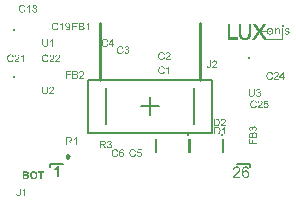
<source format=gto>
G04*
G04 #@! TF.GenerationSoftware,Altium Limited,Altium Designer,20.0.13 (296)*
G04*
G04 Layer_Color=65535*
%FSLAX44Y44*%
%MOMM*%
G71*
G01*
G75*
%ADD10C,0.2540*%
%ADD11C,0.2500*%
%ADD12C,0.2000*%
G36*
X112542Y-147721D02*
X112687D01*
Y-147739D01*
X112760D01*
Y-147758D01*
X112814D01*
Y-147776D01*
X112851D01*
Y-147794D01*
X112887D01*
Y-147812D01*
X112923D01*
Y-147830D01*
X112941D01*
Y-147848D01*
X112978D01*
Y-147866D01*
X112996D01*
Y-147885D01*
X113014D01*
Y-147903D01*
X113032D01*
Y-147921D01*
X113050D01*
Y-147939D01*
X113068D01*
Y-147957D01*
X113087D01*
Y-147975D01*
X113105D01*
Y-147993D01*
X113123D01*
Y-148012D01*
Y-148030D01*
X113141D01*
Y-148048D01*
X113159D01*
Y-148066D01*
Y-148084D01*
X113177D01*
Y-148102D01*
Y-148120D01*
X113195D01*
Y-148139D01*
Y-148157D01*
X113214D01*
Y-148175D01*
Y-148193D01*
Y-148211D01*
X113232D01*
Y-148229D01*
Y-148247D01*
Y-148266D01*
Y-148284D01*
X113250D01*
Y-148302D01*
Y-148320D01*
Y-148338D01*
Y-148356D01*
Y-148375D01*
Y-148393D01*
Y-148411D01*
Y-148429D01*
Y-148447D01*
Y-148465D01*
Y-148483D01*
Y-148502D01*
Y-148520D01*
Y-148538D01*
Y-148556D01*
Y-148574D01*
Y-148592D01*
Y-148610D01*
Y-148629D01*
X113232D01*
Y-148647D01*
Y-148665D01*
Y-148683D01*
Y-148701D01*
X113214D01*
Y-148719D01*
Y-148737D01*
Y-148756D01*
X113195D01*
Y-148774D01*
Y-148792D01*
X113177D01*
Y-148810D01*
Y-148828D01*
X113159D01*
Y-148846D01*
Y-148864D01*
X113141D01*
Y-148883D01*
X113123D01*
Y-148901D01*
Y-148919D01*
X113105D01*
Y-148937D01*
X113087D01*
Y-148955D01*
X113068D01*
Y-148973D01*
X113050D01*
Y-148991D01*
X113032D01*
Y-149010D01*
X113014D01*
Y-149028D01*
X112996D01*
Y-149046D01*
X112978D01*
Y-149064D01*
X112941D01*
Y-149082D01*
X112923D01*
Y-149100D01*
X112887D01*
Y-149118D01*
X112851D01*
Y-149137D01*
X112814D01*
Y-149155D01*
X112760D01*
Y-149173D01*
X112687D01*
Y-149191D01*
X112560D01*
Y-149209D01*
X112433D01*
Y-149191D01*
X112306D01*
Y-149173D01*
X112234D01*
Y-149155D01*
X112198D01*
Y-149137D01*
X112143D01*
Y-149118D01*
X112107D01*
Y-149100D01*
X112089D01*
Y-149082D01*
X112052D01*
Y-149064D01*
X112034D01*
Y-149046D01*
X111998D01*
Y-149028D01*
X111980D01*
Y-149010D01*
X111962D01*
Y-148991D01*
X111944D01*
Y-148973D01*
X111925D01*
Y-148955D01*
X111907D01*
Y-148937D01*
X111889D01*
Y-148919D01*
Y-148901D01*
X111871D01*
Y-148883D01*
X111853D01*
Y-148864D01*
Y-148846D01*
X111835D01*
Y-148828D01*
Y-148810D01*
X111817D01*
Y-148792D01*
Y-148774D01*
X111798D01*
Y-148756D01*
Y-148737D01*
X111780D01*
Y-148719D01*
Y-148701D01*
Y-148683D01*
X111762D01*
Y-148665D01*
Y-148647D01*
Y-148629D01*
Y-148610D01*
Y-148592D01*
X111744D01*
Y-148574D01*
Y-148556D01*
Y-148538D01*
Y-148520D01*
Y-148502D01*
Y-148483D01*
Y-148465D01*
Y-148447D01*
Y-148429D01*
Y-148411D01*
Y-148393D01*
Y-148375D01*
Y-148356D01*
Y-148338D01*
Y-148320D01*
X111762D01*
Y-148302D01*
Y-148284D01*
Y-148266D01*
Y-148247D01*
Y-148229D01*
X111780D01*
Y-148211D01*
Y-148193D01*
Y-148175D01*
X111798D01*
Y-148157D01*
Y-148139D01*
X111817D01*
Y-148120D01*
Y-148102D01*
X111835D01*
Y-148084D01*
Y-148066D01*
X111853D01*
Y-148048D01*
Y-148030D01*
X111871D01*
Y-148012D01*
X111889D01*
Y-147993D01*
Y-147975D01*
X111907D01*
Y-147957D01*
X111925D01*
Y-147939D01*
X111944D01*
Y-147921D01*
X111962D01*
Y-147903D01*
X111980D01*
Y-147885D01*
X111998D01*
Y-147866D01*
X112034D01*
Y-147848D01*
X112052D01*
Y-147830D01*
X112089D01*
Y-147812D01*
X112107D01*
Y-147794D01*
X112143D01*
Y-147776D01*
X112198D01*
Y-147758D01*
X112252D01*
Y-147739D01*
X112306D01*
Y-147721D01*
X112451D01*
Y-147703D01*
X112542D01*
Y-147721D01*
D02*
G37*
G36*
X108496Y-150243D02*
X108714D01*
Y-150261D01*
X108823D01*
Y-150280D01*
X108913D01*
Y-150298D01*
X108986D01*
Y-150316D01*
X109059D01*
Y-150334D01*
X109113D01*
Y-150352D01*
X109167D01*
Y-150370D01*
X109222D01*
Y-150388D01*
X109258D01*
Y-150407D01*
X109294D01*
Y-150425D01*
X109331D01*
Y-150443D01*
X109367D01*
Y-150461D01*
X109403D01*
Y-150479D01*
X109439D01*
Y-150497D01*
X109476D01*
Y-150515D01*
X109494D01*
Y-150534D01*
X109530D01*
Y-150552D01*
X109548D01*
Y-150570D01*
X109585D01*
Y-150588D01*
X109603D01*
Y-150606D01*
X109621D01*
Y-150624D01*
X109657D01*
Y-150642D01*
X109675D01*
Y-150661D01*
X109694D01*
Y-150679D01*
X109712D01*
Y-150697D01*
X109730D01*
Y-150715D01*
X109748D01*
Y-150733D01*
X109766D01*
Y-150751D01*
X109784D01*
Y-150770D01*
X109802D01*
Y-150788D01*
X109821D01*
Y-150806D01*
X109839D01*
Y-150824D01*
X109857D01*
Y-150842D01*
X109875D01*
Y-150860D01*
X109893D01*
Y-150878D01*
X109911D01*
Y-150897D01*
Y-150915D01*
X109929D01*
Y-150933D01*
X109948D01*
Y-150951D01*
Y-150969D01*
X109966D01*
Y-150987D01*
X109984D01*
Y-151005D01*
Y-151024D01*
X110002D01*
Y-151042D01*
X110020D01*
Y-151060D01*
Y-151078D01*
X110038D01*
Y-151096D01*
Y-151114D01*
X110056D01*
Y-151132D01*
X110075D01*
Y-151151D01*
Y-151169D01*
X110093D01*
Y-151187D01*
Y-151205D01*
X110111D01*
Y-151223D01*
Y-151241D01*
Y-151259D01*
X110129D01*
Y-151278D01*
Y-151296D01*
X110147D01*
Y-151314D01*
Y-151332D01*
X110165D01*
Y-151350D01*
Y-151368D01*
Y-151386D01*
X110183D01*
Y-151405D01*
Y-151423D01*
Y-151441D01*
X110202D01*
Y-151459D01*
Y-151477D01*
Y-151495D01*
X110220D01*
Y-151514D01*
Y-151532D01*
Y-151550D01*
Y-151568D01*
X110238D01*
Y-151586D01*
Y-151604D01*
Y-151622D01*
Y-151641D01*
X110256D01*
Y-151659D01*
Y-151677D01*
Y-151695D01*
Y-151713D01*
Y-151731D01*
X110274D01*
Y-151749D01*
Y-151768D01*
Y-151786D01*
Y-151804D01*
X110292D01*
Y-151822D01*
Y-151840D01*
Y-151858D01*
Y-151876D01*
Y-151895D01*
Y-151913D01*
Y-151931D01*
Y-151949D01*
X110310D01*
Y-151967D01*
Y-151985D01*
Y-152003D01*
Y-152022D01*
Y-152040D01*
Y-152058D01*
Y-152076D01*
Y-152094D01*
Y-152112D01*
Y-152130D01*
Y-152149D01*
X110329D01*
Y-152167D01*
Y-152185D01*
Y-152203D01*
Y-152221D01*
Y-152239D01*
Y-152257D01*
Y-152275D01*
Y-152294D01*
Y-152312D01*
Y-152330D01*
Y-152348D01*
Y-152366D01*
Y-152384D01*
Y-152402D01*
Y-152421D01*
Y-152439D01*
Y-152457D01*
Y-152475D01*
Y-152493D01*
Y-152511D01*
Y-152530D01*
Y-152548D01*
Y-152566D01*
Y-152584D01*
Y-152602D01*
Y-152620D01*
Y-152638D01*
Y-152657D01*
Y-152675D01*
Y-152693D01*
Y-152711D01*
Y-152729D01*
Y-152747D01*
Y-152765D01*
Y-152784D01*
Y-152802D01*
Y-152820D01*
Y-152838D01*
Y-152856D01*
Y-152874D01*
Y-152892D01*
Y-152911D01*
Y-152929D01*
Y-152947D01*
Y-152965D01*
Y-152983D01*
Y-153001D01*
Y-153020D01*
Y-153038D01*
Y-153056D01*
Y-153074D01*
Y-153092D01*
Y-153110D01*
Y-153128D01*
Y-153146D01*
Y-153165D01*
Y-153183D01*
Y-153201D01*
Y-153219D01*
Y-153237D01*
Y-153255D01*
Y-153273D01*
Y-153292D01*
Y-153310D01*
Y-153328D01*
Y-153346D01*
Y-153364D01*
Y-153382D01*
Y-153400D01*
Y-153419D01*
Y-153437D01*
Y-153455D01*
Y-153473D01*
Y-153491D01*
Y-153509D01*
Y-153527D01*
Y-153546D01*
Y-153564D01*
Y-153582D01*
Y-153600D01*
Y-153618D01*
Y-153636D01*
Y-153654D01*
Y-153673D01*
Y-153691D01*
Y-153709D01*
Y-153727D01*
Y-153745D01*
Y-153763D01*
Y-153781D01*
Y-153800D01*
Y-153818D01*
Y-153836D01*
Y-153854D01*
Y-153872D01*
Y-153890D01*
Y-153909D01*
Y-153927D01*
Y-153945D01*
Y-153963D01*
Y-153981D01*
Y-153999D01*
Y-154017D01*
Y-154036D01*
Y-154054D01*
Y-154072D01*
Y-154090D01*
Y-154108D01*
Y-154126D01*
Y-154144D01*
Y-154163D01*
Y-154181D01*
Y-154199D01*
Y-154217D01*
Y-154235D01*
Y-154253D01*
Y-154271D01*
Y-154290D01*
Y-154308D01*
Y-154326D01*
Y-154344D01*
Y-154362D01*
Y-154380D01*
Y-154398D01*
Y-154417D01*
Y-154435D01*
Y-154453D01*
Y-154471D01*
Y-154489D01*
Y-154507D01*
Y-154525D01*
Y-154544D01*
Y-154562D01*
Y-154580D01*
Y-154598D01*
Y-154616D01*
Y-154634D01*
Y-154652D01*
Y-154671D01*
Y-154689D01*
Y-154707D01*
Y-154725D01*
Y-154743D01*
Y-154761D01*
Y-154780D01*
Y-154798D01*
Y-154816D01*
Y-154834D01*
Y-154852D01*
Y-154870D01*
Y-154888D01*
Y-154906D01*
Y-154925D01*
Y-154943D01*
Y-154961D01*
Y-154979D01*
Y-154997D01*
Y-155015D01*
Y-155034D01*
Y-155052D01*
Y-155070D01*
Y-155088D01*
Y-155106D01*
Y-155124D01*
Y-155142D01*
Y-155161D01*
Y-155179D01*
Y-155197D01*
Y-155215D01*
Y-155233D01*
Y-155251D01*
Y-155269D01*
Y-155288D01*
Y-155306D01*
Y-155324D01*
Y-155342D01*
Y-155360D01*
Y-155378D01*
Y-155396D01*
Y-155414D01*
Y-155433D01*
Y-155451D01*
Y-155469D01*
Y-155487D01*
Y-155505D01*
Y-155523D01*
Y-155541D01*
Y-155560D01*
Y-155578D01*
Y-155596D01*
X109458D01*
Y-155578D01*
Y-155560D01*
Y-155541D01*
Y-155523D01*
Y-155505D01*
Y-155487D01*
Y-155469D01*
Y-155451D01*
Y-155433D01*
Y-155414D01*
Y-155396D01*
Y-155378D01*
Y-155360D01*
Y-155342D01*
Y-155324D01*
Y-155306D01*
Y-155288D01*
Y-155269D01*
Y-155251D01*
Y-155233D01*
Y-155215D01*
Y-155197D01*
Y-155179D01*
Y-155161D01*
Y-155142D01*
Y-155124D01*
Y-155106D01*
Y-155088D01*
Y-155070D01*
Y-155052D01*
Y-155034D01*
Y-155015D01*
Y-154997D01*
Y-154979D01*
Y-154961D01*
Y-154943D01*
Y-154925D01*
Y-154906D01*
Y-154888D01*
Y-154870D01*
Y-154852D01*
Y-154834D01*
Y-154816D01*
Y-154798D01*
Y-154780D01*
Y-154761D01*
Y-154743D01*
Y-154725D01*
Y-154707D01*
Y-154689D01*
Y-154671D01*
Y-154652D01*
Y-154634D01*
Y-154616D01*
Y-154598D01*
Y-154580D01*
Y-154562D01*
Y-154544D01*
Y-154525D01*
Y-154507D01*
Y-154489D01*
Y-154471D01*
Y-154453D01*
Y-154435D01*
Y-154417D01*
Y-154398D01*
Y-154380D01*
Y-154362D01*
Y-154344D01*
Y-154326D01*
Y-154308D01*
Y-154290D01*
Y-154271D01*
Y-154253D01*
Y-154235D01*
Y-154217D01*
Y-154199D01*
Y-154181D01*
Y-154163D01*
Y-154144D01*
Y-154126D01*
Y-154108D01*
Y-154090D01*
Y-154072D01*
Y-154054D01*
Y-154036D01*
Y-154017D01*
Y-153999D01*
Y-153981D01*
Y-153963D01*
Y-153945D01*
Y-153927D01*
Y-153909D01*
Y-153890D01*
Y-153872D01*
Y-153854D01*
Y-153836D01*
Y-153818D01*
Y-153800D01*
Y-153781D01*
Y-153763D01*
Y-153745D01*
Y-153727D01*
Y-153709D01*
Y-153691D01*
Y-153673D01*
Y-153654D01*
Y-153636D01*
Y-153618D01*
Y-153600D01*
Y-153582D01*
Y-153564D01*
Y-153546D01*
Y-153527D01*
Y-153509D01*
Y-153491D01*
Y-153473D01*
Y-153455D01*
Y-153437D01*
Y-153419D01*
Y-153400D01*
Y-153382D01*
Y-153364D01*
Y-153346D01*
Y-153328D01*
Y-153310D01*
Y-153292D01*
Y-153273D01*
Y-153255D01*
Y-153237D01*
Y-153219D01*
Y-153201D01*
Y-153183D01*
Y-153165D01*
Y-153146D01*
Y-153128D01*
Y-153110D01*
Y-153092D01*
Y-153074D01*
Y-153056D01*
Y-153038D01*
Y-153020D01*
Y-153001D01*
Y-152983D01*
Y-152965D01*
Y-152947D01*
Y-152929D01*
Y-152911D01*
Y-152892D01*
Y-152874D01*
Y-152856D01*
Y-152838D01*
Y-152820D01*
Y-152802D01*
Y-152784D01*
Y-152765D01*
Y-152747D01*
Y-152729D01*
Y-152711D01*
Y-152693D01*
Y-152675D01*
Y-152657D01*
Y-152638D01*
Y-152620D01*
Y-152602D01*
Y-152584D01*
Y-152566D01*
Y-152548D01*
Y-152530D01*
Y-152511D01*
Y-152493D01*
Y-152475D01*
Y-152457D01*
Y-152439D01*
Y-152421D01*
Y-152402D01*
Y-152384D01*
Y-152366D01*
Y-152348D01*
Y-152330D01*
Y-152312D01*
Y-152294D01*
Y-152275D01*
Y-152257D01*
Y-152239D01*
Y-152221D01*
Y-152203D01*
Y-152185D01*
X109439D01*
Y-152167D01*
Y-152149D01*
Y-152130D01*
Y-152112D01*
Y-152094D01*
Y-152076D01*
Y-152058D01*
X109421D01*
Y-152040D01*
Y-152022D01*
Y-152003D01*
Y-151985D01*
Y-151967D01*
Y-151949D01*
X109403D01*
Y-151931D01*
Y-151913D01*
Y-151895D01*
Y-151876D01*
X109385D01*
Y-151858D01*
Y-151840D01*
Y-151822D01*
X109367D01*
Y-151804D01*
Y-151786D01*
Y-151768D01*
X109349D01*
Y-151749D01*
Y-151731D01*
Y-151713D01*
X109331D01*
Y-151695D01*
Y-151677D01*
X109312D01*
Y-151659D01*
Y-151641D01*
X109294D01*
Y-151622D01*
Y-151604D01*
Y-151586D01*
X109276D01*
Y-151568D01*
Y-151550D01*
X109258D01*
Y-151532D01*
X109240D01*
Y-151514D01*
Y-151495D01*
X109222D01*
Y-151477D01*
X109204D01*
Y-151459D01*
Y-151441D01*
X109185D01*
Y-151423D01*
X109167D01*
Y-151405D01*
Y-151386D01*
X109149D01*
Y-151368D01*
X109131D01*
Y-151350D01*
X109113D01*
Y-151332D01*
X109095D01*
Y-151314D01*
X109077D01*
Y-151296D01*
X109059D01*
Y-151278D01*
X109040D01*
Y-151259D01*
X109004D01*
Y-151241D01*
X108986D01*
Y-151223D01*
X108968D01*
Y-151205D01*
X108932D01*
Y-151187D01*
X108895D01*
Y-151169D01*
X108877D01*
Y-151151D01*
X108841D01*
Y-151132D01*
X108786D01*
Y-151114D01*
X108750D01*
Y-151096D01*
X108696D01*
Y-151078D01*
X108623D01*
Y-151060D01*
X108532D01*
Y-151042D01*
X108369D01*
Y-151024D01*
X108133D01*
Y-151042D01*
X107952D01*
Y-151060D01*
X107861D01*
Y-151078D01*
X107770D01*
Y-151096D01*
X107716D01*
Y-151114D01*
X107661D01*
Y-151132D01*
X107607D01*
Y-151151D01*
X107571D01*
Y-151169D01*
X107516D01*
Y-151187D01*
X107480D01*
Y-151205D01*
X107444D01*
Y-151223D01*
X107425D01*
Y-151241D01*
X107389D01*
Y-151259D01*
X107371D01*
Y-151278D01*
X107335D01*
Y-151296D01*
X107317D01*
Y-151314D01*
X107280D01*
Y-151332D01*
X107262D01*
Y-151350D01*
X107244D01*
Y-151368D01*
X107226D01*
Y-151386D01*
X107190D01*
Y-151405D01*
X107171D01*
Y-151423D01*
X107153D01*
Y-151441D01*
X107135D01*
Y-151459D01*
Y-151477D01*
X107117D01*
Y-151495D01*
X107099D01*
Y-151514D01*
X107081D01*
Y-151532D01*
X107063D01*
Y-151550D01*
X107044D01*
Y-151568D01*
X107026D01*
Y-151586D01*
Y-151604D01*
X107008D01*
Y-151622D01*
X106990D01*
Y-151641D01*
Y-151659D01*
X106972D01*
Y-151677D01*
X106954D01*
Y-151695D01*
Y-151713D01*
X106936D01*
Y-151731D01*
Y-151749D01*
X106917D01*
Y-151768D01*
X106899D01*
Y-151786D01*
Y-151804D01*
X106881D01*
Y-151822D01*
Y-151840D01*
X106863D01*
Y-151858D01*
Y-151876D01*
X106845D01*
Y-151895D01*
Y-151913D01*
Y-151931D01*
X106827D01*
Y-151949D01*
Y-151967D01*
X106809D01*
Y-151985D01*
Y-152003D01*
Y-152022D01*
X106791D01*
Y-152040D01*
Y-152058D01*
Y-152076D01*
X106772D01*
Y-152094D01*
Y-152112D01*
X106754D01*
Y-152130D01*
Y-152149D01*
Y-152167D01*
Y-152185D01*
X106736D01*
Y-152203D01*
Y-152221D01*
Y-152239D01*
Y-152257D01*
X106718D01*
Y-152275D01*
Y-152294D01*
Y-152312D01*
Y-152330D01*
X106700D01*
Y-152348D01*
Y-152366D01*
Y-152384D01*
Y-152402D01*
Y-152421D01*
X106682D01*
Y-152439D01*
Y-152457D01*
Y-152475D01*
Y-152493D01*
Y-152511D01*
Y-152530D01*
X106663D01*
Y-152548D01*
Y-152566D01*
Y-152584D01*
Y-152602D01*
Y-152620D01*
Y-152638D01*
Y-152657D01*
Y-152675D01*
Y-152693D01*
X106645D01*
Y-152711D01*
Y-152729D01*
Y-152747D01*
Y-152765D01*
Y-152784D01*
Y-152802D01*
Y-152820D01*
Y-152838D01*
Y-152856D01*
Y-152874D01*
Y-152892D01*
Y-152911D01*
Y-152929D01*
Y-152947D01*
Y-152965D01*
Y-152983D01*
Y-153001D01*
Y-153020D01*
Y-153038D01*
Y-153056D01*
Y-153074D01*
Y-153092D01*
Y-153110D01*
Y-153128D01*
Y-153146D01*
Y-153165D01*
Y-153183D01*
Y-153201D01*
Y-153219D01*
Y-153237D01*
Y-153255D01*
Y-153273D01*
Y-153292D01*
Y-153310D01*
Y-153328D01*
Y-153346D01*
Y-153364D01*
Y-153382D01*
Y-153400D01*
Y-153419D01*
Y-153437D01*
Y-153455D01*
Y-153473D01*
Y-153491D01*
Y-153509D01*
Y-153527D01*
Y-153546D01*
Y-153564D01*
Y-153582D01*
Y-153600D01*
Y-153618D01*
Y-153636D01*
Y-153654D01*
Y-153673D01*
Y-153691D01*
Y-153709D01*
Y-153727D01*
Y-153745D01*
Y-153763D01*
Y-153781D01*
Y-153800D01*
Y-153818D01*
Y-153836D01*
Y-153854D01*
Y-153872D01*
Y-153890D01*
Y-153909D01*
Y-153927D01*
Y-153945D01*
Y-153963D01*
Y-153981D01*
Y-153999D01*
Y-154017D01*
Y-154036D01*
Y-154054D01*
Y-154072D01*
Y-154090D01*
Y-154108D01*
Y-154126D01*
Y-154144D01*
Y-154163D01*
Y-154181D01*
Y-154199D01*
Y-154217D01*
Y-154235D01*
Y-154253D01*
Y-154271D01*
Y-154290D01*
Y-154308D01*
Y-154326D01*
Y-154344D01*
Y-154362D01*
Y-154380D01*
Y-154398D01*
Y-154417D01*
Y-154435D01*
Y-154453D01*
Y-154471D01*
Y-154489D01*
Y-154507D01*
Y-154525D01*
Y-154544D01*
Y-154562D01*
Y-154580D01*
Y-154598D01*
Y-154616D01*
Y-154634D01*
Y-154652D01*
Y-154671D01*
Y-154689D01*
Y-154707D01*
Y-154725D01*
Y-154743D01*
Y-154761D01*
Y-154780D01*
Y-154798D01*
Y-154816D01*
Y-154834D01*
Y-154852D01*
Y-154870D01*
Y-154888D01*
Y-154906D01*
Y-154925D01*
Y-154943D01*
Y-154961D01*
Y-154979D01*
Y-154997D01*
Y-155015D01*
Y-155034D01*
Y-155052D01*
Y-155070D01*
Y-155088D01*
Y-155106D01*
Y-155124D01*
Y-155142D01*
Y-155161D01*
Y-155179D01*
Y-155197D01*
Y-155215D01*
Y-155233D01*
Y-155251D01*
Y-155269D01*
Y-155288D01*
Y-155306D01*
Y-155324D01*
Y-155342D01*
Y-155360D01*
Y-155378D01*
Y-155396D01*
Y-155414D01*
Y-155433D01*
Y-155451D01*
Y-155469D01*
Y-155487D01*
Y-155505D01*
Y-155523D01*
Y-155541D01*
Y-155560D01*
Y-155578D01*
Y-155596D01*
X105774D01*
Y-155578D01*
Y-155560D01*
Y-155541D01*
Y-155523D01*
Y-155505D01*
Y-155487D01*
Y-155469D01*
Y-155451D01*
Y-155433D01*
Y-155414D01*
Y-155396D01*
Y-155378D01*
Y-155360D01*
Y-155342D01*
Y-155324D01*
Y-155306D01*
Y-155288D01*
Y-155269D01*
Y-155251D01*
Y-155233D01*
Y-155215D01*
Y-155197D01*
Y-155179D01*
Y-155161D01*
Y-155142D01*
Y-155124D01*
Y-155106D01*
Y-155088D01*
Y-155070D01*
Y-155052D01*
Y-155034D01*
Y-155015D01*
Y-154997D01*
Y-154979D01*
Y-154961D01*
Y-154943D01*
Y-154925D01*
Y-154906D01*
Y-154888D01*
Y-154870D01*
Y-154852D01*
Y-154834D01*
Y-154816D01*
Y-154798D01*
Y-154780D01*
Y-154761D01*
Y-154743D01*
Y-154725D01*
Y-154707D01*
Y-154689D01*
Y-154671D01*
Y-154652D01*
Y-154634D01*
Y-154616D01*
Y-154598D01*
Y-154580D01*
Y-154562D01*
Y-154544D01*
Y-154525D01*
Y-154507D01*
Y-154489D01*
Y-154471D01*
Y-154453D01*
Y-154435D01*
Y-154417D01*
Y-154398D01*
Y-154380D01*
Y-154362D01*
Y-154344D01*
Y-154326D01*
Y-154308D01*
Y-154290D01*
Y-154271D01*
Y-154253D01*
Y-154235D01*
Y-154217D01*
Y-154199D01*
Y-154181D01*
Y-154163D01*
Y-154144D01*
Y-154126D01*
Y-154108D01*
Y-154090D01*
Y-154072D01*
Y-154054D01*
Y-154036D01*
Y-154017D01*
Y-153999D01*
Y-153981D01*
Y-153963D01*
Y-153945D01*
Y-153927D01*
Y-153909D01*
Y-153890D01*
Y-153872D01*
Y-153854D01*
Y-153836D01*
Y-153818D01*
Y-153800D01*
Y-153781D01*
Y-153763D01*
Y-153745D01*
Y-153727D01*
Y-153709D01*
Y-153691D01*
Y-153673D01*
Y-153654D01*
Y-153636D01*
Y-153618D01*
Y-153600D01*
Y-153582D01*
Y-153564D01*
Y-153546D01*
Y-153527D01*
Y-153509D01*
Y-153491D01*
Y-153473D01*
Y-153455D01*
Y-153437D01*
Y-153419D01*
Y-153400D01*
Y-153382D01*
Y-153364D01*
Y-153346D01*
Y-153328D01*
Y-153310D01*
Y-153292D01*
Y-153273D01*
Y-153255D01*
Y-153237D01*
Y-153219D01*
Y-153201D01*
Y-153183D01*
Y-153165D01*
Y-153146D01*
Y-153128D01*
Y-153110D01*
Y-153092D01*
Y-153074D01*
Y-153056D01*
Y-153038D01*
Y-153020D01*
Y-153001D01*
Y-152983D01*
Y-152965D01*
Y-152947D01*
Y-152929D01*
Y-152911D01*
Y-152892D01*
Y-152874D01*
Y-152856D01*
Y-152838D01*
Y-152820D01*
Y-152802D01*
Y-152784D01*
Y-152765D01*
Y-152747D01*
Y-152729D01*
Y-152711D01*
Y-152693D01*
Y-152675D01*
Y-152657D01*
Y-152638D01*
Y-152620D01*
Y-152602D01*
Y-152584D01*
Y-152566D01*
Y-152548D01*
Y-152530D01*
Y-152511D01*
Y-152493D01*
Y-152475D01*
Y-152457D01*
Y-152439D01*
Y-152421D01*
Y-152402D01*
Y-152384D01*
Y-152366D01*
Y-152348D01*
Y-152330D01*
Y-152312D01*
Y-152294D01*
Y-152275D01*
Y-152257D01*
Y-152239D01*
Y-152221D01*
Y-152203D01*
Y-152185D01*
Y-152167D01*
Y-152149D01*
Y-152130D01*
Y-152112D01*
Y-152094D01*
Y-152076D01*
Y-152058D01*
Y-152040D01*
Y-152022D01*
Y-152003D01*
Y-151985D01*
Y-151967D01*
Y-151949D01*
Y-151931D01*
Y-151913D01*
Y-151895D01*
Y-151876D01*
Y-151858D01*
Y-151840D01*
Y-151822D01*
Y-151804D01*
Y-151786D01*
Y-151768D01*
Y-151749D01*
Y-151731D01*
Y-151713D01*
Y-151695D01*
Y-151677D01*
Y-151659D01*
Y-151641D01*
Y-151622D01*
Y-151604D01*
Y-151586D01*
Y-151568D01*
Y-151550D01*
Y-151532D01*
Y-151514D01*
Y-151495D01*
Y-151477D01*
Y-151459D01*
Y-151441D01*
Y-151423D01*
Y-151405D01*
Y-151386D01*
Y-151368D01*
Y-151350D01*
Y-151332D01*
Y-151314D01*
Y-151296D01*
Y-151278D01*
Y-151259D01*
Y-151241D01*
X105756D01*
Y-151223D01*
Y-151205D01*
Y-151187D01*
Y-151169D01*
Y-151151D01*
Y-151132D01*
Y-151114D01*
Y-151096D01*
Y-151078D01*
Y-151060D01*
Y-151042D01*
Y-151024D01*
Y-151005D01*
Y-150987D01*
Y-150969D01*
Y-150951D01*
Y-150933D01*
Y-150915D01*
Y-150897D01*
Y-150878D01*
X105738D01*
Y-150860D01*
Y-150842D01*
Y-150824D01*
Y-150806D01*
Y-150788D01*
Y-150770D01*
Y-150751D01*
Y-150733D01*
Y-150715D01*
Y-150697D01*
Y-150679D01*
Y-150661D01*
Y-150642D01*
Y-150624D01*
Y-150606D01*
Y-150588D01*
Y-150570D01*
Y-150552D01*
Y-150534D01*
Y-150515D01*
Y-150497D01*
X105720D01*
Y-150479D01*
Y-150461D01*
Y-150443D01*
Y-150425D01*
Y-150407D01*
Y-150388D01*
Y-150370D01*
X106555D01*
Y-150388D01*
Y-150407D01*
Y-150425D01*
Y-150443D01*
Y-150461D01*
Y-150479D01*
Y-150497D01*
Y-150515D01*
Y-150534D01*
Y-150552D01*
Y-150570D01*
Y-150588D01*
Y-150606D01*
Y-150624D01*
Y-150642D01*
Y-150661D01*
Y-150679D01*
Y-150697D01*
Y-150715D01*
Y-150733D01*
Y-150751D01*
Y-150770D01*
Y-150788D01*
Y-150806D01*
Y-150824D01*
Y-150842D01*
Y-150860D01*
Y-150878D01*
X106573D01*
Y-150897D01*
Y-150915D01*
Y-150933D01*
Y-150951D01*
Y-150969D01*
Y-150987D01*
Y-151005D01*
Y-151024D01*
Y-151042D01*
Y-151060D01*
Y-151078D01*
Y-151096D01*
Y-151114D01*
Y-151132D01*
Y-151151D01*
Y-151169D01*
Y-151187D01*
Y-151205D01*
Y-151223D01*
X106609D01*
Y-151205D01*
Y-151187D01*
X106627D01*
Y-151169D01*
Y-151151D01*
X106645D01*
Y-151132D01*
Y-151114D01*
X106663D01*
Y-151096D01*
X106682D01*
Y-151078D01*
Y-151060D01*
X106700D01*
Y-151042D01*
X106718D01*
Y-151024D01*
Y-151005D01*
X106736D01*
Y-150987D01*
X106754D01*
Y-150969D01*
Y-150951D01*
X106772D01*
Y-150933D01*
X106791D01*
Y-150915D01*
X106809D01*
Y-150897D01*
X106827D01*
Y-150878D01*
X106845D01*
Y-150860D01*
Y-150842D01*
X106863D01*
Y-150824D01*
X106881D01*
Y-150806D01*
X106899D01*
Y-150788D01*
X106917D01*
Y-150770D01*
X106936D01*
Y-150751D01*
X106954D01*
Y-150733D01*
X106990D01*
Y-150715D01*
X107008D01*
Y-150697D01*
X107026D01*
Y-150679D01*
X107044D01*
Y-150661D01*
X107063D01*
Y-150642D01*
X107099D01*
Y-150624D01*
X107117D01*
Y-150606D01*
X107153D01*
Y-150588D01*
X107171D01*
Y-150570D01*
X107190D01*
Y-150552D01*
X107226D01*
Y-150534D01*
X107262D01*
Y-150515D01*
X107280D01*
Y-150497D01*
X107317D01*
Y-150479D01*
X107353D01*
Y-150461D01*
X107389D01*
Y-150443D01*
X107425D01*
Y-150425D01*
X107462D01*
Y-150407D01*
X107498D01*
Y-150388D01*
X107552D01*
Y-150370D01*
X107589D01*
Y-150352D01*
X107643D01*
Y-150334D01*
X107698D01*
Y-150316D01*
X107770D01*
Y-150298D01*
X107825D01*
Y-150280D01*
X107915D01*
Y-150261D01*
X108024D01*
Y-150243D01*
X108206D01*
Y-150225D01*
X108496D01*
Y-150243D01*
D02*
G37*
G36*
X98843Y-146488D02*
X98825D01*
Y-146506D01*
X98807D01*
Y-146524D01*
Y-146542D01*
X98789D01*
Y-146560D01*
X98771D01*
Y-146578D01*
Y-146596D01*
X98752D01*
Y-146615D01*
X98734D01*
Y-146633D01*
X98716D01*
Y-146651D01*
Y-146669D01*
X98698D01*
Y-146687D01*
X98680D01*
Y-146705D01*
Y-146723D01*
X98662D01*
Y-146742D01*
X98644D01*
Y-146760D01*
X98625D01*
Y-146778D01*
Y-146796D01*
X98607D01*
Y-146814D01*
X98589D01*
Y-146832D01*
Y-146850D01*
X98571D01*
Y-146868D01*
X98553D01*
Y-146887D01*
X98535D01*
Y-146905D01*
Y-146923D01*
X98517D01*
Y-146941D01*
X98498D01*
Y-146959D01*
Y-146977D01*
X98480D01*
Y-146995D01*
X98462D01*
Y-147014D01*
X98444D01*
Y-147032D01*
Y-147050D01*
X98426D01*
Y-147068D01*
X98408D01*
Y-147086D01*
Y-147104D01*
X98390D01*
Y-147122D01*
X98371D01*
Y-147141D01*
Y-147159D01*
X98353D01*
Y-147177D01*
X98335D01*
Y-147195D01*
X98317D01*
Y-147213D01*
Y-147231D01*
X98299D01*
Y-147250D01*
X98281D01*
Y-147268D01*
Y-147286D01*
X98263D01*
Y-147304D01*
X98244D01*
Y-147322D01*
X98226D01*
Y-147340D01*
Y-147358D01*
X98208D01*
Y-147377D01*
X98190D01*
Y-147395D01*
Y-147413D01*
X98172D01*
Y-147431D01*
X98154D01*
Y-147449D01*
X98136D01*
Y-147467D01*
Y-147485D01*
X98118D01*
Y-147504D01*
X98099D01*
Y-147522D01*
Y-147540D01*
X98081D01*
Y-147558D01*
X98063D01*
Y-147576D01*
X98045D01*
Y-147594D01*
Y-147612D01*
X98027D01*
Y-147631D01*
X98009D01*
Y-147649D01*
Y-147667D01*
X97991D01*
Y-147685D01*
X97972D01*
Y-147703D01*
Y-147721D01*
X97954D01*
Y-147739D01*
X97936D01*
Y-147758D01*
X97918D01*
Y-147776D01*
Y-147794D01*
X97900D01*
Y-147812D01*
X97882D01*
Y-147830D01*
Y-147848D01*
X97864D01*
Y-147866D01*
X97845D01*
Y-147885D01*
X97827D01*
Y-147903D01*
Y-147921D01*
X97809D01*
Y-147939D01*
X97791D01*
Y-147957D01*
Y-147975D01*
X97773D01*
Y-147993D01*
X97755D01*
Y-148012D01*
X97737D01*
Y-148030D01*
Y-148048D01*
X97718D01*
Y-148066D01*
X97700D01*
Y-148084D01*
Y-148102D01*
X97682D01*
Y-148120D01*
X97664D01*
Y-148139D01*
X97646D01*
Y-148157D01*
Y-148175D01*
X97628D01*
Y-148193D01*
X97609D01*
Y-148211D01*
Y-148229D01*
X97591D01*
Y-148247D01*
X97573D01*
Y-148266D01*
X97555D01*
Y-148284D01*
Y-148302D01*
X97537D01*
Y-148320D01*
X97519D01*
Y-148338D01*
Y-148356D01*
X97501D01*
Y-148375D01*
X97482D01*
Y-148393D01*
Y-148411D01*
X97464D01*
Y-148429D01*
X97446D01*
Y-148447D01*
X97428D01*
Y-148465D01*
Y-148483D01*
X97410D01*
Y-148502D01*
X97392D01*
Y-148520D01*
Y-148538D01*
X97374D01*
Y-148556D01*
X97355D01*
Y-148574D01*
X97337D01*
Y-148592D01*
Y-148610D01*
X97319D01*
Y-148629D01*
X97301D01*
Y-148647D01*
Y-148665D01*
X97283D01*
Y-148683D01*
X97265D01*
Y-148701D01*
X97247D01*
Y-148719D01*
Y-148737D01*
X97228D01*
Y-148756D01*
X97210D01*
Y-148774D01*
Y-148792D01*
X97192D01*
Y-148810D01*
X97174D01*
Y-148828D01*
X97156D01*
Y-148846D01*
Y-148864D01*
X97138D01*
Y-148883D01*
X97120D01*
Y-148901D01*
Y-148919D01*
X97101D01*
Y-148937D01*
X97083D01*
Y-148955D01*
X97065D01*
Y-148973D01*
Y-148991D01*
X97047D01*
Y-149010D01*
X97029D01*
Y-149028D01*
Y-149046D01*
X97011D01*
Y-149064D01*
X96993D01*
Y-149082D01*
Y-149100D01*
X96974D01*
Y-149118D01*
X96956D01*
Y-149137D01*
X96938D01*
Y-149155D01*
Y-149173D01*
X96920D01*
Y-149191D01*
X96902D01*
Y-149209D01*
Y-149227D01*
X96884D01*
Y-149245D01*
X96866D01*
Y-149264D01*
X96847D01*
Y-149282D01*
Y-149300D01*
X96829D01*
Y-149318D01*
X96811D01*
Y-149336D01*
Y-149354D01*
X96793D01*
Y-149372D01*
X96775D01*
Y-149391D01*
X96757D01*
Y-149409D01*
Y-149427D01*
X96739D01*
Y-149445D01*
X96720D01*
Y-149463D01*
Y-149481D01*
X96702D01*
Y-149500D01*
X96684D01*
Y-149518D01*
X96666D01*
Y-149536D01*
Y-149554D01*
X96648D01*
Y-149572D01*
X96630D01*
Y-149590D01*
Y-149608D01*
X96611D01*
Y-149627D01*
X96593D01*
Y-149645D01*
X96575D01*
Y-149663D01*
Y-149681D01*
X96557D01*
Y-149699D01*
X96539D01*
Y-149717D01*
Y-149735D01*
X96521D01*
Y-149754D01*
X96503D01*
Y-149772D01*
Y-149790D01*
X96484D01*
Y-149808D01*
X96466D01*
Y-149826D01*
X96448D01*
Y-149844D01*
Y-149862D01*
X96430D01*
Y-149881D01*
X96412D01*
Y-149899D01*
Y-149917D01*
X96394D01*
Y-149935D01*
X96376D01*
Y-149953D01*
X96357D01*
Y-149971D01*
Y-149989D01*
X96339D01*
Y-150007D01*
X96321D01*
Y-150026D01*
Y-150044D01*
X96303D01*
Y-150062D01*
X96285D01*
Y-150080D01*
X96267D01*
Y-150098D01*
Y-150116D01*
X96249D01*
Y-150134D01*
X96230D01*
Y-150153D01*
Y-150171D01*
X96212D01*
Y-150189D01*
X96194D01*
Y-150207D01*
X96176D01*
Y-150225D01*
Y-150243D01*
X96158D01*
Y-150261D01*
X96140D01*
Y-150280D01*
Y-150298D01*
X96122D01*
Y-150316D01*
X96103D01*
Y-150334D01*
Y-150352D01*
X96085D01*
Y-150370D01*
X96067D01*
Y-150388D01*
X96049D01*
Y-150407D01*
Y-150425D01*
X96031D01*
Y-150443D01*
X96013D01*
Y-150461D01*
Y-150479D01*
X95995D01*
Y-150497D01*
X95976D01*
Y-150515D01*
X95958D01*
Y-150534D01*
Y-150552D01*
X95940D01*
Y-150570D01*
X95922D01*
Y-150588D01*
Y-150606D01*
X95904D01*
Y-150624D01*
X95886D01*
Y-150642D01*
X95868D01*
Y-150661D01*
Y-150679D01*
X95849D01*
Y-150697D01*
X95831D01*
Y-150715D01*
Y-150733D01*
X95813D01*
Y-150751D01*
X95795D01*
Y-150770D01*
X95777D01*
Y-150788D01*
Y-150806D01*
X95759D01*
Y-150824D01*
X95741D01*
Y-150842D01*
Y-150860D01*
X95722D01*
Y-150878D01*
X95704D01*
Y-150897D01*
X95686D01*
Y-150915D01*
Y-150933D01*
X95668D01*
Y-150951D01*
X95650D01*
Y-150969D01*
Y-150987D01*
X95632D01*
Y-151005D01*
X95614D01*
Y-151024D01*
Y-151042D01*
X95595D01*
Y-151060D01*
X95577D01*
Y-151078D01*
X95559D01*
Y-151096D01*
Y-151114D01*
X95541D01*
Y-151132D01*
X95523D01*
Y-151151D01*
Y-151169D01*
X95505D01*
Y-151187D01*
X95487D01*
Y-151205D01*
X95468D01*
Y-151223D01*
Y-151241D01*
X95450D01*
Y-151259D01*
X95432D01*
Y-151278D01*
Y-151296D01*
X95414D01*
Y-151314D01*
X95396D01*
Y-151332D01*
X95378D01*
Y-151350D01*
Y-151368D01*
X95359D01*
Y-151386D01*
X95341D01*
Y-151405D01*
Y-151423D01*
X95323D01*
Y-151441D01*
X95305D01*
Y-151459D01*
X95287D01*
Y-151477D01*
Y-151495D01*
X95269D01*
Y-151514D01*
X95251D01*
Y-151532D01*
Y-151550D01*
X95233D01*
Y-151568D01*
X95214D01*
Y-151586D01*
X95196D01*
Y-151604D01*
Y-151622D01*
X95178D01*
Y-151641D01*
X95160D01*
Y-151659D01*
Y-151677D01*
X95142D01*
Y-151695D01*
X95124D01*
Y-151713D01*
Y-151731D01*
X95106D01*
Y-151749D01*
X95087D01*
Y-151768D01*
X95069D01*
Y-151786D01*
Y-151804D01*
X95051D01*
Y-151822D01*
X95033D01*
Y-151840D01*
Y-151858D01*
X95015D01*
Y-151876D01*
X94997D01*
Y-151895D01*
X94979D01*
Y-151913D01*
Y-151931D01*
X94960D01*
Y-151949D01*
X94942D01*
Y-151967D01*
Y-151985D01*
X94924D01*
Y-152003D01*
X94906D01*
Y-152022D01*
X94888D01*
Y-152040D01*
Y-152058D01*
X94870D01*
Y-152076D01*
X94852D01*
Y-152094D01*
Y-152112D01*
X94833D01*
Y-152130D01*
X94815D01*
Y-152149D01*
X94797D01*
Y-152167D01*
Y-152185D01*
X94779D01*
Y-152203D01*
X94761D01*
Y-152221D01*
Y-152239D01*
X94743D01*
Y-152257D01*
X94725D01*
Y-152275D01*
Y-152294D01*
X94706D01*
Y-152312D01*
X94688D01*
Y-152330D01*
X94670D01*
Y-152348D01*
Y-152366D01*
X94652D01*
Y-152384D01*
X94634D01*
Y-152402D01*
Y-152421D01*
X94616D01*
Y-152439D01*
X94598D01*
Y-152457D01*
X94579D01*
Y-152475D01*
Y-152493D01*
X94561D01*
Y-152511D01*
X94543D01*
Y-152530D01*
Y-152548D01*
X98861D01*
Y-152530D01*
Y-152511D01*
Y-152493D01*
Y-152475D01*
X98880D01*
Y-152457D01*
Y-152439D01*
Y-152421D01*
Y-152402D01*
Y-152384D01*
X98898D01*
Y-152366D01*
Y-152348D01*
Y-152330D01*
Y-152312D01*
Y-152294D01*
X98916D01*
Y-152275D01*
Y-152257D01*
Y-152239D01*
Y-152221D01*
X98934D01*
Y-152203D01*
Y-152185D01*
Y-152167D01*
Y-152149D01*
X98952D01*
Y-152130D01*
Y-152112D01*
Y-152094D01*
Y-152076D01*
X98970D01*
Y-152058D01*
Y-152040D01*
Y-152022D01*
X98988D01*
Y-152003D01*
Y-151985D01*
Y-151967D01*
X99007D01*
Y-151949D01*
Y-151931D01*
X99025D01*
Y-151913D01*
Y-151895D01*
Y-151876D01*
X99043D01*
Y-151858D01*
Y-151840D01*
X99061D01*
Y-151822D01*
Y-151804D01*
X99079D01*
Y-151786D01*
Y-151768D01*
Y-151749D01*
X99097D01*
Y-151731D01*
Y-151713D01*
X99115D01*
Y-151695D01*
Y-151677D01*
X99134D01*
Y-151659D01*
Y-151641D01*
X99152D01*
Y-151622D01*
X99170D01*
Y-151604D01*
Y-151586D01*
X99188D01*
Y-151568D01*
Y-151550D01*
X99206D01*
Y-151532D01*
Y-151514D01*
X99224D01*
Y-151495D01*
Y-151477D01*
X99242D01*
Y-151459D01*
X99261D01*
Y-151441D01*
Y-151423D01*
X99279D01*
Y-151405D01*
X99297D01*
Y-151386D01*
Y-151368D01*
X99315D01*
Y-151350D01*
X99333D01*
Y-151332D01*
Y-151314D01*
X99351D01*
Y-151296D01*
X99369D01*
Y-151278D01*
X99388D01*
Y-151259D01*
Y-151241D01*
X99406D01*
Y-151223D01*
X99424D01*
Y-151205D01*
X99442D01*
Y-151187D01*
X99460D01*
Y-151169D01*
X99478D01*
Y-151151D01*
Y-151132D01*
X99496D01*
Y-151114D01*
X99515D01*
Y-151096D01*
X99533D01*
Y-151078D01*
X99551D01*
Y-151060D01*
X99569D01*
Y-151042D01*
X99587D01*
Y-151024D01*
X99605D01*
Y-151005D01*
X99623D01*
Y-150987D01*
X99642D01*
Y-150969D01*
X99660D01*
Y-150951D01*
X99678D01*
Y-150933D01*
X99696D01*
Y-150915D01*
X99714D01*
Y-150897D01*
X99732D01*
Y-150878D01*
X99769D01*
Y-150860D01*
X99787D01*
Y-150842D01*
X99805D01*
Y-150824D01*
X99823D01*
Y-150806D01*
X99859D01*
Y-150788D01*
X99878D01*
Y-150770D01*
X99896D01*
Y-150751D01*
X99914D01*
Y-150733D01*
X99950D01*
Y-150715D01*
X99986D01*
Y-150697D01*
X100005D01*
Y-150679D01*
X100041D01*
Y-150661D01*
X100059D01*
Y-150642D01*
X100095D01*
Y-150624D01*
X100113D01*
Y-150606D01*
X100150D01*
Y-150588D01*
X100186D01*
Y-150570D01*
X100222D01*
Y-150552D01*
X100259D01*
Y-150534D01*
X100295D01*
Y-150515D01*
X100331D01*
Y-150497D01*
X100367D01*
Y-150479D01*
X100404D01*
Y-150461D01*
X100458D01*
Y-150443D01*
X100494D01*
Y-150425D01*
X100549D01*
Y-150407D01*
X100603D01*
Y-150388D01*
X100658D01*
Y-150370D01*
X100712D01*
Y-150352D01*
X100767D01*
Y-150334D01*
X100839D01*
Y-150316D01*
X100912D01*
Y-150298D01*
X101002D01*
Y-150280D01*
X101111D01*
Y-150261D01*
X101238D01*
Y-150243D01*
X101456D01*
Y-150225D01*
X101801D01*
Y-150243D01*
X102000D01*
Y-150261D01*
X102127D01*
Y-150280D01*
X102236D01*
Y-150298D01*
X102345D01*
Y-150316D01*
X102400D01*
Y-150334D01*
X102472D01*
Y-150352D01*
X102545D01*
Y-150370D01*
X102599D01*
Y-150388D01*
X102654D01*
Y-150407D01*
X102690D01*
Y-150425D01*
X102744D01*
Y-150443D01*
X102799D01*
Y-150461D01*
X102835D01*
Y-150479D01*
X102871D01*
Y-150497D01*
X102908D01*
Y-150515D01*
X102944D01*
Y-150534D01*
X102980D01*
Y-150552D01*
X103017D01*
Y-150570D01*
X103053D01*
Y-150588D01*
X103089D01*
Y-150606D01*
X103125D01*
Y-150624D01*
X103144D01*
Y-150642D01*
X103180D01*
Y-150661D01*
X103216D01*
Y-150679D01*
X103234D01*
Y-150697D01*
X103271D01*
Y-150715D01*
X103289D01*
Y-150733D01*
X103325D01*
Y-150751D01*
X103343D01*
Y-150770D01*
X103361D01*
Y-150788D01*
X103398D01*
Y-150806D01*
X103416D01*
Y-150824D01*
X103434D01*
Y-150842D01*
X103452D01*
Y-150860D01*
X103488D01*
Y-150878D01*
X103506D01*
Y-150897D01*
X103525D01*
Y-150915D01*
X103543D01*
Y-150933D01*
X103561D01*
Y-150951D01*
X103579D01*
Y-150969D01*
X103597D01*
Y-150987D01*
X103615D01*
Y-151005D01*
X103633D01*
Y-151024D01*
X103652D01*
Y-151042D01*
X103670D01*
Y-151060D01*
X103688D01*
Y-151078D01*
X103706D01*
Y-151096D01*
X103724D01*
Y-151114D01*
X103742D01*
Y-151132D01*
X103760D01*
Y-151151D01*
X103778D01*
Y-151169D01*
Y-151187D01*
X103797D01*
Y-151205D01*
X103815D01*
Y-151223D01*
X103833D01*
Y-151241D01*
X103851D01*
Y-151259D01*
X103869D01*
Y-151278D01*
Y-151296D01*
X103887D01*
Y-151314D01*
X103905D01*
Y-151332D01*
Y-151350D01*
X103924D01*
Y-151368D01*
X103942D01*
Y-151386D01*
Y-151405D01*
X103960D01*
Y-151423D01*
X103978D01*
Y-151441D01*
Y-151459D01*
X103996D01*
Y-151477D01*
X104014D01*
Y-151495D01*
Y-151514D01*
X104032D01*
Y-151532D01*
X104051D01*
Y-151550D01*
Y-151568D01*
X104069D01*
Y-151586D01*
Y-151604D01*
X104087D01*
Y-151622D01*
Y-151641D01*
X104105D01*
Y-151659D01*
Y-151677D01*
X104123D01*
Y-151695D01*
Y-151713D01*
X104141D01*
Y-151731D01*
Y-151749D01*
X104159D01*
Y-151768D01*
Y-151786D01*
X104178D01*
Y-151804D01*
Y-151822D01*
X104196D01*
Y-151840D01*
Y-151858D01*
Y-151876D01*
X104214D01*
Y-151895D01*
Y-151913D01*
X104232D01*
Y-151931D01*
Y-151949D01*
Y-151967D01*
X104250D01*
Y-151985D01*
Y-152003D01*
X104268D01*
Y-152022D01*
Y-152040D01*
Y-152058D01*
X104287D01*
Y-152076D01*
Y-152094D01*
Y-152112D01*
Y-152130D01*
X104305D01*
Y-152149D01*
Y-152167D01*
Y-152185D01*
X104323D01*
Y-152203D01*
Y-152221D01*
Y-152239D01*
Y-152257D01*
X104341D01*
Y-152275D01*
Y-152294D01*
Y-152312D01*
Y-152330D01*
Y-152348D01*
X104359D01*
Y-152366D01*
Y-152384D01*
Y-152402D01*
Y-152421D01*
Y-152439D01*
X104377D01*
Y-152457D01*
Y-152475D01*
Y-152493D01*
Y-152511D01*
Y-152530D01*
Y-152548D01*
Y-152566D01*
X104395D01*
Y-152584D01*
Y-152602D01*
Y-152620D01*
Y-152638D01*
Y-152657D01*
Y-152675D01*
Y-152693D01*
Y-152711D01*
Y-152729D01*
Y-152747D01*
X104414D01*
Y-152765D01*
Y-152784D01*
Y-152802D01*
Y-152820D01*
Y-152838D01*
Y-152856D01*
Y-152874D01*
Y-152892D01*
Y-152911D01*
Y-152929D01*
Y-152947D01*
Y-152965D01*
Y-152983D01*
Y-153001D01*
Y-153020D01*
Y-153038D01*
Y-153056D01*
Y-153074D01*
Y-153092D01*
Y-153110D01*
Y-153128D01*
Y-153146D01*
Y-153165D01*
Y-153183D01*
Y-153201D01*
X104395D01*
Y-153219D01*
Y-153237D01*
Y-153255D01*
Y-153273D01*
Y-153292D01*
Y-153310D01*
Y-153328D01*
Y-153346D01*
Y-153364D01*
Y-153382D01*
Y-153400D01*
X104377D01*
Y-153419D01*
Y-153437D01*
Y-153455D01*
Y-153473D01*
Y-153491D01*
Y-153509D01*
X104359D01*
Y-153527D01*
Y-153546D01*
Y-153564D01*
Y-153582D01*
Y-153600D01*
Y-153618D01*
X104341D01*
Y-153636D01*
Y-153654D01*
Y-153673D01*
Y-153691D01*
X104323D01*
Y-153709D01*
Y-153727D01*
Y-153745D01*
Y-153763D01*
X104305D01*
Y-153781D01*
Y-153800D01*
Y-153818D01*
Y-153836D01*
X104287D01*
Y-153854D01*
Y-153872D01*
Y-153890D01*
X104268D01*
Y-153909D01*
Y-153927D01*
Y-153945D01*
X104250D01*
Y-153963D01*
Y-153981D01*
Y-153999D01*
X104232D01*
Y-154017D01*
Y-154036D01*
X104214D01*
Y-154054D01*
Y-154072D01*
Y-154090D01*
X104196D01*
Y-154108D01*
Y-154126D01*
X104178D01*
Y-154144D01*
Y-154163D01*
X104159D01*
Y-154181D01*
Y-154199D01*
Y-154217D01*
X104141D01*
Y-154235D01*
Y-154253D01*
X104123D01*
Y-154271D01*
X104105D01*
Y-154290D01*
Y-154308D01*
X104087D01*
Y-154326D01*
Y-154344D01*
X104069D01*
Y-154362D01*
Y-154380D01*
X104051D01*
Y-154398D01*
Y-154417D01*
X104032D01*
Y-154435D01*
Y-154453D01*
X104014D01*
Y-154471D01*
X103996D01*
Y-154489D01*
Y-154507D01*
X103978D01*
Y-154525D01*
X103960D01*
Y-154544D01*
Y-154562D01*
X103942D01*
Y-154580D01*
X103924D01*
Y-154598D01*
Y-154616D01*
X103905D01*
Y-154634D01*
X103887D01*
Y-154652D01*
Y-154671D01*
X103869D01*
Y-154689D01*
X103851D01*
Y-154707D01*
X103833D01*
Y-154725D01*
X103815D01*
Y-154743D01*
Y-154761D01*
X103797D01*
Y-154780D01*
X103778D01*
Y-154798D01*
X103760D01*
Y-154816D01*
X103742D01*
Y-154834D01*
X103724D01*
Y-154852D01*
Y-154870D01*
X103706D01*
Y-154888D01*
X103688D01*
Y-154906D01*
X103670D01*
Y-154925D01*
X103652D01*
Y-154943D01*
X103633D01*
Y-154961D01*
X103615D01*
Y-154979D01*
X103597D01*
Y-154997D01*
X103579D01*
Y-155015D01*
X103561D01*
Y-155034D01*
X103543D01*
Y-155052D01*
X103506D01*
Y-155070D01*
X103488D01*
Y-155088D01*
X103470D01*
Y-155106D01*
X103452D01*
Y-155124D01*
X103416D01*
Y-155142D01*
X103398D01*
Y-155161D01*
X103379D01*
Y-155179D01*
X103361D01*
Y-155197D01*
X103325D01*
Y-155215D01*
X103307D01*
Y-155233D01*
X103271D01*
Y-155251D01*
X103252D01*
Y-155269D01*
X103216D01*
Y-155288D01*
X103198D01*
Y-155306D01*
X103162D01*
Y-155324D01*
X103125D01*
Y-155342D01*
X103107D01*
Y-155360D01*
X103071D01*
Y-155378D01*
X103035D01*
Y-155396D01*
X102998D01*
Y-155414D01*
X102962D01*
Y-155433D01*
X102926D01*
Y-155451D01*
X102889D01*
Y-155469D01*
X102853D01*
Y-155487D01*
X102799D01*
Y-155505D01*
X102762D01*
Y-155523D01*
X102708D01*
Y-155541D01*
X102672D01*
Y-155560D01*
X102617D01*
Y-155578D01*
X102563D01*
Y-155596D01*
X102490D01*
Y-155614D01*
X102436D01*
Y-155632D01*
X102363D01*
Y-155650D01*
X102273D01*
Y-155668D01*
X102164D01*
Y-155687D01*
X102073D01*
Y-155705D01*
X101873D01*
Y-155723D01*
X101383D01*
Y-155705D01*
X101166D01*
Y-155687D01*
X101075D01*
Y-155668D01*
X100966D01*
Y-155650D01*
X100875D01*
Y-155632D01*
X100821D01*
Y-155614D01*
X100748D01*
Y-155596D01*
X100694D01*
Y-155578D01*
X100639D01*
Y-155560D01*
X100585D01*
Y-155541D01*
X100531D01*
Y-155523D01*
X100476D01*
Y-155505D01*
X100440D01*
Y-155487D01*
X100386D01*
Y-155469D01*
X100349D01*
Y-155451D01*
X100313D01*
Y-155433D01*
X100277D01*
Y-155414D01*
X100240D01*
Y-155396D01*
X100204D01*
Y-155378D01*
X100168D01*
Y-155360D01*
X100132D01*
Y-155342D01*
X100113D01*
Y-155324D01*
X100077D01*
Y-155306D01*
X100059D01*
Y-155288D01*
X100023D01*
Y-155269D01*
X100005D01*
Y-155251D01*
X99968D01*
Y-155233D01*
X99932D01*
Y-155215D01*
X99914D01*
Y-155197D01*
X99896D01*
Y-155179D01*
X99859D01*
Y-155161D01*
X99841D01*
Y-155142D01*
X99823D01*
Y-155124D01*
X99805D01*
Y-155106D01*
X99769D01*
Y-155088D01*
X99750D01*
Y-155070D01*
X99732D01*
Y-155052D01*
X99714D01*
Y-155034D01*
X99696D01*
Y-155015D01*
X99678D01*
Y-154997D01*
X99660D01*
Y-154979D01*
X99642D01*
Y-154961D01*
X99605D01*
Y-154943D01*
Y-154925D01*
X99587D01*
Y-154906D01*
X99569D01*
Y-154888D01*
X99551D01*
Y-154870D01*
X99533D01*
Y-154852D01*
X99515D01*
Y-154834D01*
X99496D01*
Y-154816D01*
X99478D01*
Y-154798D01*
X99460D01*
Y-154780D01*
Y-154761D01*
X99442D01*
Y-154743D01*
X99424D01*
Y-154725D01*
X99406D01*
Y-154707D01*
X99388D01*
Y-154689D01*
X99369D01*
Y-154671D01*
Y-154652D01*
X99351D01*
Y-154634D01*
X99333D01*
Y-154616D01*
Y-154598D01*
X99315D01*
Y-154580D01*
X99297D01*
Y-154562D01*
Y-154544D01*
X99279D01*
Y-154525D01*
X99261D01*
Y-154507D01*
Y-154489D01*
X99242D01*
Y-154471D01*
X99224D01*
Y-154453D01*
Y-154435D01*
X99206D01*
Y-154417D01*
Y-154398D01*
X99188D01*
Y-154380D01*
X99170D01*
Y-154362D01*
Y-154344D01*
X99152D01*
Y-154326D01*
Y-154308D01*
X99134D01*
Y-154290D01*
Y-154271D01*
X99115D01*
Y-154253D01*
Y-154235D01*
X99097D01*
Y-154217D01*
Y-154199D01*
X99079D01*
Y-154181D01*
Y-154163D01*
X99061D01*
Y-154144D01*
Y-154126D01*
X99043D01*
Y-154108D01*
Y-154090D01*
Y-154072D01*
X99025D01*
Y-154054D01*
Y-154036D01*
X99007D01*
Y-154017D01*
Y-153999D01*
Y-153981D01*
X98988D01*
Y-153963D01*
Y-153945D01*
Y-153927D01*
X98970D01*
Y-153909D01*
Y-153890D01*
Y-153872D01*
X98952D01*
Y-153854D01*
Y-153836D01*
Y-153818D01*
X98934D01*
Y-153800D01*
Y-153781D01*
Y-153763D01*
Y-153745D01*
X98916D01*
Y-153727D01*
Y-153709D01*
Y-153691D01*
Y-153673D01*
X98898D01*
Y-153654D01*
Y-153636D01*
Y-153618D01*
Y-153600D01*
Y-153582D01*
X98880D01*
Y-153564D01*
Y-153546D01*
Y-153527D01*
Y-153509D01*
Y-153491D01*
Y-153473D01*
X98861D01*
Y-153455D01*
Y-153437D01*
Y-153419D01*
Y-153400D01*
X94507D01*
Y-153419D01*
Y-153437D01*
X94525D01*
Y-153455D01*
Y-153473D01*
X94543D01*
Y-153491D01*
X94561D01*
Y-153509D01*
Y-153527D01*
X94579D01*
Y-153546D01*
X94598D01*
Y-153564D01*
Y-153582D01*
X94616D01*
Y-153600D01*
X94634D01*
Y-153618D01*
X94652D01*
Y-153636D01*
Y-153654D01*
X94670D01*
Y-153673D01*
X94688D01*
Y-153691D01*
Y-153709D01*
X94706D01*
Y-153727D01*
X94725D01*
Y-153745D01*
Y-153763D01*
X94743D01*
Y-153781D01*
X94761D01*
Y-153800D01*
X94779D01*
Y-153818D01*
Y-153836D01*
X94797D01*
Y-153854D01*
X94815D01*
Y-153872D01*
Y-153890D01*
X94833D01*
Y-153909D01*
X94852D01*
Y-153927D01*
Y-153945D01*
X94870D01*
Y-153963D01*
X94888D01*
Y-153981D01*
X94906D01*
Y-153999D01*
Y-154017D01*
X94924D01*
Y-154036D01*
X94942D01*
Y-154054D01*
Y-154072D01*
X94960D01*
Y-154090D01*
X94979D01*
Y-154108D01*
Y-154126D01*
X94997D01*
Y-154144D01*
X95015D01*
Y-154163D01*
X95033D01*
Y-154181D01*
Y-154199D01*
X95051D01*
Y-154217D01*
X95069D01*
Y-154235D01*
Y-154253D01*
X95087D01*
Y-154271D01*
X95106D01*
Y-154290D01*
Y-154308D01*
X95124D01*
Y-154326D01*
X95142D01*
Y-154344D01*
X95160D01*
Y-154362D01*
Y-154380D01*
X95178D01*
Y-154398D01*
X95196D01*
Y-154417D01*
Y-154435D01*
X95214D01*
Y-154453D01*
X95233D01*
Y-154471D01*
Y-154489D01*
X95251D01*
Y-154507D01*
X95269D01*
Y-154525D01*
X95287D01*
Y-154544D01*
Y-154562D01*
X95305D01*
Y-154580D01*
X95323D01*
Y-154598D01*
Y-154616D01*
X95341D01*
Y-154634D01*
X95359D01*
Y-154652D01*
Y-154671D01*
X95378D01*
Y-154689D01*
X95396D01*
Y-154707D01*
X95414D01*
Y-154725D01*
Y-154743D01*
X95432D01*
Y-154761D01*
X95450D01*
Y-154780D01*
Y-154798D01*
X95468D01*
Y-154816D01*
X95487D01*
Y-154834D01*
Y-154852D01*
X95505D01*
Y-154870D01*
X95523D01*
Y-154888D01*
X95541D01*
Y-154906D01*
Y-154925D01*
X95559D01*
Y-154943D01*
X95577D01*
Y-154961D01*
Y-154979D01*
X95595D01*
Y-154997D01*
X95614D01*
Y-155015D01*
Y-155034D01*
X95632D01*
Y-155052D01*
X95650D01*
Y-155070D01*
X95668D01*
Y-155088D01*
Y-155106D01*
X95686D01*
Y-155124D01*
X95704D01*
Y-155142D01*
Y-155161D01*
X95722D01*
Y-155179D01*
X95741D01*
Y-155197D01*
Y-155215D01*
X95759D01*
Y-155233D01*
X95777D01*
Y-155251D01*
X95795D01*
Y-155269D01*
Y-155288D01*
X95813D01*
Y-155306D01*
X95831D01*
Y-155324D01*
Y-155342D01*
X95849D01*
Y-155360D01*
X95868D01*
Y-155378D01*
Y-155396D01*
X95886D01*
Y-155414D01*
X95904D01*
Y-155433D01*
X95922D01*
Y-155451D01*
Y-155469D01*
X95940D01*
Y-155487D01*
X95958D01*
Y-155505D01*
Y-155523D01*
X95976D01*
Y-155541D01*
X95995D01*
Y-155560D01*
Y-155578D01*
X96013D01*
Y-155596D01*
X96031D01*
Y-155614D01*
X96049D01*
Y-155632D01*
Y-155650D01*
X96067D01*
Y-155668D01*
X96085D01*
Y-155687D01*
Y-155705D01*
X96103D01*
Y-155723D01*
X96122D01*
Y-155741D01*
Y-155759D01*
X96140D01*
Y-155777D01*
X96158D01*
Y-155795D01*
X96176D01*
Y-155814D01*
Y-155832D01*
X96194D01*
Y-155850D01*
X96212D01*
Y-155868D01*
Y-155886D01*
X96230D01*
Y-155904D01*
X96249D01*
Y-155922D01*
Y-155941D01*
X96267D01*
Y-155959D01*
X96285D01*
Y-155977D01*
X96303D01*
Y-155995D01*
Y-156013D01*
X96321D01*
Y-156031D01*
X96339D01*
Y-156050D01*
Y-156068D01*
X96357D01*
Y-156086D01*
X96376D01*
Y-156104D01*
Y-156122D01*
X96394D01*
Y-156140D01*
X96412D01*
Y-156158D01*
X96430D01*
Y-156177D01*
Y-156195D01*
X96448D01*
Y-156213D01*
X96466D01*
Y-156231D01*
Y-156249D01*
X96484D01*
Y-156267D01*
X96503D01*
Y-156285D01*
Y-156304D01*
X96521D01*
Y-156322D01*
X96539D01*
Y-156340D01*
X96557D01*
Y-156358D01*
Y-156376D01*
X96575D01*
Y-156394D01*
X96593D01*
Y-156412D01*
Y-156431D01*
X96611D01*
Y-156449D01*
X96630D01*
Y-156467D01*
Y-156485D01*
X96648D01*
Y-156503D01*
X96666D01*
Y-156521D01*
X96684D01*
Y-156539D01*
Y-156558D01*
X96702D01*
Y-156576D01*
X96720D01*
Y-156594D01*
Y-156612D01*
X96739D01*
Y-156630D01*
X96757D01*
Y-156648D01*
Y-156666D01*
X96775D01*
Y-156685D01*
X96793D01*
Y-156703D01*
X96811D01*
Y-156721D01*
Y-156739D01*
X96829D01*
Y-156757D01*
X96847D01*
Y-156775D01*
Y-156793D01*
X96866D01*
Y-156812D01*
X96884D01*
Y-156830D01*
Y-156848D01*
X96902D01*
Y-156866D01*
X96920D01*
Y-156884D01*
X96938D01*
Y-156902D01*
Y-156920D01*
X96956D01*
Y-156939D01*
X96974D01*
Y-156957D01*
Y-156975D01*
X96993D01*
Y-156993D01*
X97011D01*
Y-157011D01*
Y-157029D01*
X97029D01*
Y-157048D01*
X97047D01*
Y-157066D01*
X97065D01*
Y-157084D01*
Y-157102D01*
X97083D01*
Y-157120D01*
X97101D01*
Y-157138D01*
Y-157156D01*
X97120D01*
Y-157175D01*
X97138D01*
Y-157193D01*
Y-157211D01*
X97156D01*
Y-157229D01*
X97174D01*
Y-157247D01*
X97192D01*
Y-157265D01*
Y-157283D01*
X97210D01*
Y-157302D01*
X97228D01*
Y-157320D01*
Y-157338D01*
X97247D01*
Y-157356D01*
X97265D01*
Y-157374D01*
Y-157392D01*
X97283D01*
Y-157410D01*
X97301D01*
Y-157429D01*
X97319D01*
Y-157447D01*
Y-157465D01*
X97337D01*
Y-157483D01*
X97355D01*
Y-157501D01*
Y-157519D01*
X97374D01*
Y-157537D01*
X97392D01*
Y-157556D01*
Y-157574D01*
X97410D01*
Y-157592D01*
X97428D01*
Y-157610D01*
X97446D01*
Y-157628D01*
Y-157646D01*
X97464D01*
Y-157664D01*
X97482D01*
Y-157683D01*
Y-157701D01*
X97501D01*
Y-157719D01*
X97519D01*
Y-157737D01*
Y-157755D01*
X97537D01*
Y-157773D01*
X97555D01*
Y-157791D01*
X97573D01*
Y-157810D01*
Y-157828D01*
X97591D01*
Y-157846D01*
X97609D01*
Y-157864D01*
Y-157882D01*
X97628D01*
Y-157900D01*
X97646D01*
Y-157918D01*
Y-157937D01*
X97664D01*
Y-157955D01*
X97682D01*
Y-157973D01*
X97700D01*
Y-157991D01*
Y-158009D01*
X97718D01*
Y-158027D01*
X97737D01*
Y-158045D01*
Y-158064D01*
X97755D01*
Y-158082D01*
X97773D01*
Y-158100D01*
Y-158118D01*
X97791D01*
Y-158136D01*
X97809D01*
Y-158154D01*
X97827D01*
Y-158173D01*
Y-158191D01*
X97845D01*
Y-158209D01*
X97864D01*
Y-158227D01*
Y-158245D01*
X97882D01*
Y-158263D01*
X97900D01*
Y-158281D01*
Y-158300D01*
X97918D01*
Y-158318D01*
X97936D01*
Y-158336D01*
X97954D01*
Y-158354D01*
Y-158372D01*
X97972D01*
Y-158390D01*
X97991D01*
Y-158408D01*
Y-158427D01*
X98009D01*
Y-158445D01*
X98027D01*
Y-158463D01*
Y-158481D01*
X98045D01*
Y-158499D01*
X98063D01*
Y-158517D01*
X98081D01*
Y-158535D01*
Y-158553D01*
X98099D01*
Y-158572D01*
X98118D01*
Y-158590D01*
Y-158608D01*
X98136D01*
Y-158626D01*
X98154D01*
Y-158644D01*
Y-158662D01*
X98172D01*
Y-158680D01*
X98190D01*
Y-158699D01*
X98208D01*
Y-158717D01*
Y-158735D01*
X98226D01*
Y-158753D01*
X98244D01*
Y-158771D01*
Y-158789D01*
X98263D01*
Y-158807D01*
X98281D01*
Y-158826D01*
Y-158844D01*
X98299D01*
Y-158862D01*
X98317D01*
Y-158880D01*
Y-158898D01*
X98335D01*
Y-158916D01*
X98353D01*
Y-158934D01*
X98371D01*
Y-158953D01*
Y-158971D01*
X98390D01*
Y-158989D01*
X98408D01*
Y-159007D01*
Y-159025D01*
X98426D01*
Y-159043D01*
X98444D01*
Y-159061D01*
Y-159080D01*
X98462D01*
Y-159098D01*
X98480D01*
Y-159116D01*
X98498D01*
Y-159134D01*
Y-159152D01*
X98517D01*
Y-159170D01*
X98535D01*
Y-159188D01*
Y-159207D01*
X98553D01*
Y-159225D01*
X98571D01*
Y-159243D01*
Y-159261D01*
X98589D01*
Y-159279D01*
X98607D01*
Y-159297D01*
X98625D01*
Y-159316D01*
Y-159334D01*
X98644D01*
Y-159352D01*
X98662D01*
Y-159370D01*
X112071D01*
Y-159352D01*
Y-159334D01*
Y-159316D01*
Y-159297D01*
Y-159279D01*
Y-159261D01*
Y-159243D01*
Y-159225D01*
Y-159207D01*
Y-159188D01*
Y-159170D01*
Y-159152D01*
Y-159134D01*
Y-159116D01*
Y-159098D01*
Y-159080D01*
Y-159061D01*
Y-159043D01*
Y-159025D01*
Y-159007D01*
Y-158989D01*
Y-158971D01*
Y-158953D01*
Y-158934D01*
Y-158916D01*
Y-158898D01*
Y-158880D01*
Y-158862D01*
Y-158844D01*
Y-158826D01*
Y-158807D01*
Y-158789D01*
Y-158771D01*
Y-158753D01*
Y-158735D01*
Y-158717D01*
Y-158699D01*
Y-158680D01*
Y-158662D01*
Y-158644D01*
Y-158626D01*
Y-158608D01*
Y-158590D01*
Y-158572D01*
Y-158553D01*
Y-158535D01*
Y-158517D01*
Y-158499D01*
Y-158481D01*
Y-158463D01*
Y-158445D01*
Y-158427D01*
Y-158408D01*
Y-158390D01*
Y-158372D01*
Y-158354D01*
Y-158336D01*
Y-158318D01*
Y-158300D01*
Y-158281D01*
Y-158263D01*
Y-158245D01*
Y-158227D01*
Y-158209D01*
Y-158191D01*
Y-158173D01*
Y-158154D01*
Y-158136D01*
Y-158118D01*
Y-158100D01*
Y-158082D01*
Y-158064D01*
Y-158045D01*
Y-158027D01*
Y-158009D01*
Y-157991D01*
Y-157973D01*
Y-157955D01*
Y-157937D01*
Y-157918D01*
Y-157900D01*
Y-157882D01*
Y-157864D01*
Y-157846D01*
Y-157828D01*
Y-157810D01*
Y-157791D01*
Y-157773D01*
Y-157755D01*
Y-157737D01*
Y-157719D01*
Y-157701D01*
Y-157683D01*
Y-157664D01*
Y-157646D01*
Y-157628D01*
Y-157610D01*
Y-157592D01*
Y-157574D01*
Y-157556D01*
Y-157537D01*
Y-157519D01*
Y-157501D01*
Y-157483D01*
Y-157465D01*
Y-157447D01*
Y-157429D01*
Y-157410D01*
Y-157392D01*
Y-157374D01*
Y-157356D01*
Y-157338D01*
Y-157320D01*
Y-157302D01*
Y-157283D01*
Y-157265D01*
Y-157247D01*
Y-157229D01*
Y-157211D01*
Y-157193D01*
Y-157175D01*
Y-157156D01*
Y-157138D01*
Y-157120D01*
Y-157102D01*
Y-157084D01*
Y-157066D01*
Y-157048D01*
Y-157029D01*
Y-157011D01*
Y-156993D01*
Y-156975D01*
Y-156957D01*
Y-156939D01*
Y-156920D01*
Y-156902D01*
Y-156884D01*
Y-156866D01*
Y-156848D01*
Y-156830D01*
Y-156812D01*
Y-156793D01*
Y-156775D01*
Y-156757D01*
Y-156739D01*
Y-156721D01*
Y-156703D01*
Y-156685D01*
Y-156666D01*
Y-156648D01*
Y-156630D01*
Y-156612D01*
Y-156594D01*
Y-156576D01*
Y-156558D01*
Y-156539D01*
Y-156521D01*
Y-156503D01*
Y-156485D01*
Y-156467D01*
Y-156449D01*
Y-156431D01*
Y-156412D01*
Y-156394D01*
Y-156376D01*
Y-156358D01*
Y-156340D01*
Y-156322D01*
Y-156304D01*
Y-156285D01*
Y-156267D01*
Y-156249D01*
Y-156231D01*
Y-156213D01*
Y-156195D01*
Y-156177D01*
Y-156158D01*
Y-156140D01*
Y-156122D01*
Y-156104D01*
Y-156086D01*
Y-156068D01*
Y-156050D01*
Y-156031D01*
Y-156013D01*
Y-155995D01*
Y-155977D01*
Y-155959D01*
Y-155941D01*
Y-155922D01*
Y-155904D01*
Y-155886D01*
Y-155868D01*
Y-155850D01*
Y-155832D01*
Y-155814D01*
Y-155795D01*
Y-155777D01*
Y-155759D01*
Y-155741D01*
Y-155723D01*
Y-155705D01*
Y-155687D01*
Y-155668D01*
Y-155650D01*
Y-155632D01*
Y-155614D01*
Y-155596D01*
Y-155578D01*
Y-155560D01*
Y-155541D01*
Y-155523D01*
Y-155505D01*
Y-155487D01*
Y-155469D01*
Y-155451D01*
Y-155433D01*
Y-155414D01*
Y-155396D01*
Y-155378D01*
Y-155360D01*
Y-155342D01*
Y-155324D01*
Y-155306D01*
Y-155288D01*
Y-155269D01*
Y-155251D01*
Y-155233D01*
Y-155215D01*
Y-155197D01*
Y-155179D01*
Y-155161D01*
Y-155142D01*
Y-155124D01*
Y-155106D01*
Y-155088D01*
Y-155070D01*
Y-155052D01*
Y-155034D01*
Y-155015D01*
Y-154997D01*
Y-154979D01*
Y-154961D01*
Y-154943D01*
Y-154925D01*
Y-154906D01*
Y-154888D01*
Y-154870D01*
Y-154852D01*
Y-154834D01*
Y-154816D01*
Y-154798D01*
Y-154780D01*
Y-154761D01*
Y-154743D01*
Y-154725D01*
Y-154707D01*
Y-154689D01*
Y-154671D01*
Y-154652D01*
Y-154634D01*
Y-154616D01*
Y-154598D01*
Y-154580D01*
Y-154562D01*
Y-154544D01*
Y-154525D01*
Y-154507D01*
Y-154489D01*
Y-154471D01*
Y-154453D01*
Y-154435D01*
Y-154417D01*
Y-154398D01*
Y-154380D01*
Y-154362D01*
Y-154344D01*
Y-154326D01*
Y-154308D01*
Y-154290D01*
Y-154271D01*
Y-154253D01*
Y-154235D01*
Y-154217D01*
Y-154199D01*
Y-154181D01*
Y-154163D01*
Y-154144D01*
Y-154126D01*
Y-154108D01*
Y-154090D01*
Y-154072D01*
Y-154054D01*
Y-154036D01*
Y-154017D01*
Y-153999D01*
Y-153981D01*
Y-153963D01*
Y-153945D01*
Y-153927D01*
Y-153909D01*
Y-153890D01*
Y-153872D01*
Y-153854D01*
Y-153836D01*
Y-153818D01*
Y-153800D01*
Y-153781D01*
Y-153763D01*
Y-153745D01*
Y-153727D01*
Y-153709D01*
Y-153691D01*
Y-153673D01*
Y-153654D01*
Y-153636D01*
Y-153618D01*
Y-153600D01*
Y-153582D01*
Y-153564D01*
Y-153546D01*
Y-153527D01*
Y-153509D01*
Y-153491D01*
Y-153473D01*
Y-153455D01*
Y-153437D01*
Y-153419D01*
Y-153400D01*
Y-153382D01*
Y-153364D01*
Y-153346D01*
Y-153328D01*
Y-153310D01*
Y-153292D01*
Y-153273D01*
Y-153255D01*
Y-153237D01*
Y-153219D01*
Y-153201D01*
Y-153183D01*
Y-153165D01*
Y-153146D01*
Y-153128D01*
Y-153110D01*
Y-153092D01*
Y-153074D01*
Y-153056D01*
Y-153038D01*
Y-153020D01*
Y-153001D01*
Y-152983D01*
Y-152965D01*
Y-152947D01*
Y-152929D01*
Y-152911D01*
Y-152892D01*
Y-152874D01*
Y-152856D01*
Y-152838D01*
Y-152820D01*
Y-152802D01*
Y-152784D01*
Y-152765D01*
Y-152747D01*
Y-152729D01*
Y-152711D01*
Y-152693D01*
Y-152675D01*
Y-152657D01*
Y-152638D01*
Y-152620D01*
Y-152602D01*
Y-152584D01*
Y-152566D01*
Y-152548D01*
Y-152530D01*
Y-152511D01*
Y-152493D01*
Y-152475D01*
Y-152457D01*
Y-152439D01*
Y-152421D01*
Y-152402D01*
Y-152384D01*
Y-152366D01*
Y-152348D01*
Y-152330D01*
Y-152312D01*
Y-152294D01*
Y-152275D01*
Y-152257D01*
Y-152239D01*
Y-152221D01*
Y-152203D01*
Y-152185D01*
Y-152167D01*
Y-152149D01*
Y-152130D01*
Y-152112D01*
Y-152094D01*
Y-152076D01*
Y-152058D01*
Y-152040D01*
Y-152022D01*
Y-152003D01*
Y-151985D01*
Y-151967D01*
Y-151949D01*
Y-151931D01*
Y-151913D01*
Y-151895D01*
Y-151876D01*
Y-151858D01*
Y-151840D01*
Y-151822D01*
Y-151804D01*
Y-151786D01*
Y-151768D01*
Y-151749D01*
Y-151731D01*
Y-151713D01*
Y-151695D01*
Y-151677D01*
Y-151659D01*
Y-151641D01*
Y-151622D01*
Y-151604D01*
Y-151586D01*
Y-151568D01*
Y-151550D01*
Y-151532D01*
Y-151514D01*
Y-151495D01*
Y-151477D01*
Y-151459D01*
Y-151441D01*
Y-151423D01*
Y-151405D01*
Y-151386D01*
Y-151368D01*
Y-151350D01*
Y-151332D01*
Y-151314D01*
Y-151296D01*
Y-151278D01*
Y-151259D01*
Y-151241D01*
Y-151223D01*
Y-151205D01*
Y-151187D01*
Y-151169D01*
Y-151151D01*
Y-151132D01*
Y-151114D01*
Y-151096D01*
Y-151078D01*
Y-151060D01*
Y-151042D01*
Y-151024D01*
Y-151005D01*
Y-150987D01*
Y-150969D01*
Y-150951D01*
Y-150933D01*
Y-150915D01*
Y-150897D01*
Y-150878D01*
Y-150860D01*
Y-150842D01*
Y-150824D01*
Y-150806D01*
Y-150788D01*
Y-150770D01*
Y-150751D01*
Y-150733D01*
Y-150715D01*
Y-150697D01*
Y-150679D01*
Y-150661D01*
Y-150642D01*
Y-150624D01*
Y-150606D01*
Y-150588D01*
Y-150570D01*
Y-150552D01*
Y-150534D01*
Y-150515D01*
Y-150497D01*
Y-150479D01*
Y-150461D01*
Y-150443D01*
Y-150425D01*
Y-150407D01*
Y-150388D01*
Y-150370D01*
X112923D01*
Y-150388D01*
Y-150407D01*
Y-150425D01*
Y-150443D01*
Y-150461D01*
Y-150479D01*
Y-150497D01*
Y-150515D01*
Y-150534D01*
Y-150552D01*
Y-150570D01*
Y-150588D01*
Y-150606D01*
Y-150624D01*
Y-150642D01*
Y-150661D01*
Y-150679D01*
Y-150697D01*
Y-150715D01*
Y-150733D01*
Y-150751D01*
Y-150770D01*
Y-150788D01*
Y-150806D01*
Y-150824D01*
Y-150842D01*
Y-150860D01*
Y-150878D01*
Y-150897D01*
Y-150915D01*
Y-150933D01*
Y-150951D01*
Y-150969D01*
Y-150987D01*
Y-151005D01*
Y-151024D01*
Y-151042D01*
Y-151060D01*
Y-151078D01*
Y-151096D01*
Y-151114D01*
Y-151132D01*
Y-151151D01*
Y-151169D01*
Y-151187D01*
Y-151205D01*
Y-151223D01*
Y-151241D01*
Y-151259D01*
Y-151278D01*
Y-151296D01*
Y-151314D01*
Y-151332D01*
Y-151350D01*
Y-151368D01*
Y-151386D01*
Y-151405D01*
Y-151423D01*
Y-151441D01*
Y-151459D01*
Y-151477D01*
Y-151495D01*
Y-151514D01*
Y-151532D01*
Y-151550D01*
Y-151568D01*
Y-151586D01*
Y-151604D01*
Y-151622D01*
Y-151641D01*
Y-151659D01*
Y-151677D01*
Y-151695D01*
Y-151713D01*
Y-151731D01*
Y-151749D01*
Y-151768D01*
Y-151786D01*
Y-151804D01*
Y-151822D01*
Y-151840D01*
Y-151858D01*
Y-151876D01*
Y-151895D01*
Y-151913D01*
Y-151931D01*
Y-151949D01*
Y-151967D01*
Y-151985D01*
Y-152003D01*
Y-152022D01*
Y-152040D01*
Y-152058D01*
Y-152076D01*
Y-152094D01*
Y-152112D01*
Y-152130D01*
Y-152149D01*
Y-152167D01*
Y-152185D01*
Y-152203D01*
Y-152221D01*
Y-152239D01*
Y-152257D01*
Y-152275D01*
Y-152294D01*
Y-152312D01*
Y-152330D01*
Y-152348D01*
Y-152366D01*
Y-152384D01*
Y-152402D01*
Y-152421D01*
Y-152439D01*
Y-152457D01*
Y-152475D01*
Y-152493D01*
Y-152511D01*
Y-152530D01*
Y-152548D01*
Y-152566D01*
Y-152584D01*
Y-152602D01*
Y-152620D01*
Y-152638D01*
Y-152657D01*
Y-152675D01*
Y-152693D01*
Y-152711D01*
Y-152729D01*
Y-152747D01*
Y-152765D01*
Y-152784D01*
Y-152802D01*
Y-152820D01*
Y-152838D01*
Y-152856D01*
Y-152874D01*
Y-152892D01*
Y-152911D01*
Y-152929D01*
Y-152947D01*
Y-152965D01*
Y-152983D01*
Y-153001D01*
Y-153020D01*
Y-153038D01*
Y-153056D01*
Y-153074D01*
Y-153092D01*
Y-153110D01*
Y-153128D01*
Y-153146D01*
Y-153165D01*
Y-153183D01*
Y-153201D01*
Y-153219D01*
Y-153237D01*
Y-153255D01*
Y-153273D01*
Y-153292D01*
Y-153310D01*
Y-153328D01*
Y-153346D01*
Y-153364D01*
Y-153382D01*
Y-153400D01*
Y-153419D01*
Y-153437D01*
Y-153455D01*
Y-153473D01*
Y-153491D01*
Y-153509D01*
Y-153527D01*
Y-153546D01*
Y-153564D01*
Y-153582D01*
Y-153600D01*
Y-153618D01*
Y-153636D01*
Y-153654D01*
Y-153673D01*
Y-153691D01*
Y-153709D01*
Y-153727D01*
Y-153745D01*
Y-153763D01*
Y-153781D01*
Y-153800D01*
Y-153818D01*
Y-153836D01*
Y-153854D01*
Y-153872D01*
Y-153890D01*
Y-153909D01*
Y-153927D01*
Y-153945D01*
Y-153963D01*
Y-153981D01*
Y-153999D01*
Y-154017D01*
Y-154036D01*
Y-154054D01*
Y-154072D01*
Y-154090D01*
Y-154108D01*
Y-154126D01*
Y-154144D01*
Y-154163D01*
Y-154181D01*
Y-154199D01*
Y-154217D01*
Y-154235D01*
Y-154253D01*
Y-154271D01*
Y-154290D01*
Y-154308D01*
Y-154326D01*
Y-154344D01*
Y-154362D01*
Y-154380D01*
Y-154398D01*
Y-154417D01*
Y-154435D01*
Y-154453D01*
Y-154471D01*
Y-154489D01*
Y-154507D01*
Y-154525D01*
Y-154544D01*
Y-154562D01*
Y-154580D01*
Y-154598D01*
Y-154616D01*
Y-154634D01*
Y-154652D01*
Y-154671D01*
Y-154689D01*
Y-154707D01*
Y-154725D01*
Y-154743D01*
Y-154761D01*
Y-154780D01*
Y-154798D01*
Y-154816D01*
Y-154834D01*
Y-154852D01*
Y-154870D01*
Y-154888D01*
Y-154906D01*
Y-154925D01*
Y-154943D01*
Y-154961D01*
Y-154979D01*
Y-154997D01*
Y-155015D01*
Y-155034D01*
Y-155052D01*
Y-155070D01*
Y-155088D01*
Y-155106D01*
Y-155124D01*
Y-155142D01*
Y-155161D01*
Y-155179D01*
Y-155197D01*
Y-155215D01*
Y-155233D01*
Y-155251D01*
Y-155269D01*
Y-155288D01*
Y-155306D01*
Y-155324D01*
Y-155342D01*
Y-155360D01*
Y-155378D01*
Y-155396D01*
Y-155414D01*
Y-155433D01*
Y-155451D01*
Y-155469D01*
Y-155487D01*
Y-155505D01*
Y-155523D01*
Y-155541D01*
Y-155560D01*
Y-155578D01*
Y-155596D01*
Y-155614D01*
Y-155632D01*
Y-155650D01*
Y-155668D01*
Y-155687D01*
Y-155705D01*
Y-155723D01*
Y-155741D01*
Y-155759D01*
Y-155777D01*
Y-155795D01*
Y-155814D01*
Y-155832D01*
Y-155850D01*
Y-155868D01*
Y-155886D01*
Y-155904D01*
Y-155922D01*
Y-155941D01*
Y-155959D01*
Y-155977D01*
Y-155995D01*
Y-156013D01*
Y-156031D01*
Y-156050D01*
Y-156068D01*
Y-156086D01*
Y-156104D01*
Y-156122D01*
Y-156140D01*
Y-156158D01*
Y-156177D01*
Y-156195D01*
Y-156213D01*
Y-156231D01*
Y-156249D01*
Y-156267D01*
Y-156285D01*
Y-156304D01*
Y-156322D01*
Y-156340D01*
Y-156358D01*
Y-156376D01*
Y-156394D01*
Y-156412D01*
Y-156431D01*
Y-156449D01*
Y-156467D01*
Y-156485D01*
Y-156503D01*
Y-156521D01*
Y-156539D01*
Y-156558D01*
Y-156576D01*
Y-156594D01*
Y-156612D01*
Y-156630D01*
Y-156648D01*
Y-156666D01*
Y-156685D01*
Y-156703D01*
Y-156721D01*
Y-156739D01*
Y-156757D01*
Y-156775D01*
Y-156793D01*
Y-156812D01*
Y-156830D01*
Y-156848D01*
Y-156866D01*
Y-156884D01*
Y-156902D01*
Y-156920D01*
Y-156939D01*
Y-156957D01*
Y-156975D01*
Y-156993D01*
Y-157011D01*
Y-157029D01*
Y-157048D01*
Y-157066D01*
Y-157084D01*
Y-157102D01*
Y-157120D01*
Y-157138D01*
Y-157156D01*
Y-157175D01*
Y-157193D01*
Y-157211D01*
Y-157229D01*
Y-157247D01*
Y-157265D01*
Y-157283D01*
Y-157302D01*
Y-157320D01*
Y-157338D01*
Y-157356D01*
Y-157374D01*
Y-157392D01*
Y-157410D01*
Y-157429D01*
Y-157447D01*
Y-157465D01*
Y-157483D01*
Y-157501D01*
Y-157519D01*
Y-157537D01*
Y-157556D01*
Y-157574D01*
Y-157592D01*
Y-157610D01*
Y-157628D01*
Y-157646D01*
Y-157664D01*
Y-157683D01*
Y-157701D01*
Y-157719D01*
Y-157737D01*
Y-157755D01*
Y-157773D01*
Y-157791D01*
Y-157810D01*
Y-157828D01*
Y-157846D01*
Y-157864D01*
Y-157882D01*
Y-157900D01*
Y-157918D01*
Y-157937D01*
Y-157955D01*
Y-157973D01*
Y-157991D01*
Y-158009D01*
Y-158027D01*
Y-158045D01*
Y-158064D01*
Y-158082D01*
Y-158100D01*
Y-158118D01*
Y-158136D01*
Y-158154D01*
Y-158173D01*
Y-158191D01*
Y-158209D01*
Y-158227D01*
Y-158245D01*
Y-158263D01*
Y-158281D01*
Y-158300D01*
Y-158318D01*
Y-158336D01*
Y-158354D01*
Y-158372D01*
Y-158390D01*
Y-158408D01*
Y-158427D01*
Y-158445D01*
Y-158463D01*
Y-158481D01*
Y-158499D01*
Y-158517D01*
Y-158535D01*
Y-158553D01*
Y-158572D01*
Y-158590D01*
Y-158608D01*
Y-158626D01*
Y-158644D01*
Y-158662D01*
Y-158680D01*
Y-158699D01*
Y-158717D01*
Y-158735D01*
Y-158753D01*
Y-158771D01*
Y-158789D01*
Y-158807D01*
Y-158826D01*
Y-158844D01*
Y-158862D01*
Y-158880D01*
Y-158898D01*
Y-158916D01*
Y-158934D01*
Y-158953D01*
Y-158971D01*
Y-158989D01*
Y-159007D01*
Y-159025D01*
Y-159043D01*
Y-159061D01*
Y-159080D01*
Y-159098D01*
Y-159116D01*
Y-159134D01*
Y-159152D01*
Y-159170D01*
Y-159188D01*
Y-159207D01*
Y-159225D01*
Y-159243D01*
Y-159261D01*
Y-159279D01*
Y-159297D01*
Y-159316D01*
Y-159334D01*
Y-159352D01*
Y-159370D01*
Y-159388D01*
Y-159406D01*
Y-159424D01*
Y-159443D01*
Y-159461D01*
Y-159479D01*
Y-159497D01*
Y-159515D01*
Y-159533D01*
Y-159551D01*
Y-159570D01*
Y-159588D01*
Y-159606D01*
Y-159624D01*
Y-159642D01*
Y-159660D01*
Y-159678D01*
Y-159697D01*
Y-159715D01*
Y-159733D01*
Y-159751D01*
Y-159769D01*
Y-159787D01*
Y-159805D01*
Y-159824D01*
Y-159842D01*
Y-159860D01*
Y-159878D01*
Y-159896D01*
Y-159914D01*
Y-159932D01*
Y-159951D01*
Y-159969D01*
Y-159987D01*
Y-160005D01*
Y-160023D01*
Y-160041D01*
Y-160060D01*
Y-160078D01*
Y-160096D01*
Y-160114D01*
Y-160132D01*
Y-160150D01*
Y-160168D01*
Y-160187D01*
Y-160205D01*
Y-160223D01*
X96394D01*
Y-160205D01*
X96376D01*
Y-160187D01*
Y-160168D01*
X96357D01*
Y-160150D01*
X96339D01*
Y-160132D01*
Y-160114D01*
X96321D01*
Y-160096D01*
X96303D01*
Y-160078D01*
Y-160060D01*
X96285D01*
Y-160041D01*
X96267D01*
Y-160023D01*
Y-160005D01*
X96249D01*
Y-159987D01*
X96230D01*
Y-159969D01*
Y-159951D01*
X96212D01*
Y-159932D01*
X96194D01*
Y-159914D01*
Y-159896D01*
X96176D01*
Y-159878D01*
X96158D01*
Y-159860D01*
Y-159842D01*
X96140D01*
Y-159824D01*
X96122D01*
Y-159805D01*
Y-159787D01*
X96103D01*
Y-159769D01*
X96085D01*
Y-159751D01*
Y-159733D01*
X96067D01*
Y-159715D01*
X96049D01*
Y-159697D01*
Y-159678D01*
X96031D01*
Y-159660D01*
X96013D01*
Y-159642D01*
Y-159624D01*
X95995D01*
Y-159606D01*
X95976D01*
Y-159588D01*
Y-159570D01*
X95958D01*
Y-159551D01*
X95940D01*
Y-159533D01*
Y-159515D01*
X95922D01*
Y-159497D01*
X95904D01*
Y-159479D01*
Y-159461D01*
X95886D01*
Y-159443D01*
X95868D01*
Y-159424D01*
Y-159406D01*
X95849D01*
Y-159388D01*
X95831D01*
Y-159370D01*
Y-159352D01*
X95813D01*
Y-159334D01*
X95795D01*
Y-159316D01*
Y-159297D01*
X95777D01*
Y-159279D01*
X95759D01*
Y-159261D01*
Y-159243D01*
X95741D01*
Y-159225D01*
X95722D01*
Y-159207D01*
Y-159188D01*
X95704D01*
Y-159170D01*
X95686D01*
Y-159152D01*
Y-159134D01*
X95668D01*
Y-159116D01*
X95650D01*
Y-159098D01*
Y-159080D01*
X95632D01*
Y-159061D01*
X95614D01*
Y-159043D01*
Y-159025D01*
X95595D01*
Y-159007D01*
X95577D01*
Y-158989D01*
Y-158971D01*
X95559D01*
Y-158953D01*
X95541D01*
Y-158934D01*
Y-158916D01*
X95523D01*
Y-158898D01*
X95505D01*
Y-158880D01*
Y-158862D01*
X95487D01*
Y-158844D01*
X95468D01*
Y-158826D01*
Y-158807D01*
X95450D01*
Y-158789D01*
X95432D01*
Y-158771D01*
Y-158753D01*
X95414D01*
Y-158735D01*
X95396D01*
Y-158717D01*
Y-158699D01*
X95378D01*
Y-158680D01*
X95359D01*
Y-158662D01*
Y-158644D01*
X95341D01*
Y-158626D01*
X95323D01*
Y-158608D01*
Y-158590D01*
X95305D01*
Y-158572D01*
X95287D01*
Y-158553D01*
Y-158535D01*
X95269D01*
Y-158517D01*
X95251D01*
Y-158499D01*
Y-158481D01*
X95233D01*
Y-158463D01*
X95214D01*
Y-158445D01*
Y-158427D01*
X95196D01*
Y-158408D01*
X95178D01*
Y-158390D01*
Y-158372D01*
X95160D01*
Y-158354D01*
X95142D01*
Y-158336D01*
Y-158318D01*
X95124D01*
Y-158300D01*
X95106D01*
Y-158281D01*
Y-158263D01*
X95087D01*
Y-158245D01*
X95069D01*
Y-158227D01*
Y-158209D01*
X95051D01*
Y-158191D01*
X95033D01*
Y-158173D01*
Y-158154D01*
X95015D01*
Y-158136D01*
X94997D01*
Y-158118D01*
Y-158100D01*
X94979D01*
Y-158082D01*
X94960D01*
Y-158064D01*
Y-158045D01*
X94942D01*
Y-158027D01*
X94924D01*
Y-158009D01*
Y-157991D01*
X94906D01*
Y-157973D01*
X94888D01*
Y-157955D01*
Y-157937D01*
X94870D01*
Y-157918D01*
X94852D01*
Y-157900D01*
Y-157882D01*
X94833D01*
Y-157864D01*
X94815D01*
Y-157846D01*
X94797D01*
Y-157828D01*
Y-157810D01*
X94779D01*
Y-157791D01*
X94761D01*
Y-157773D01*
Y-157755D01*
X94743D01*
Y-157737D01*
X94725D01*
Y-157719D01*
Y-157701D01*
X94706D01*
Y-157683D01*
X94688D01*
Y-157664D01*
Y-157646D01*
X94670D01*
Y-157628D01*
X94652D01*
Y-157610D01*
Y-157592D01*
X94634D01*
Y-157574D01*
X94616D01*
Y-157556D01*
Y-157537D01*
X94598D01*
Y-157519D01*
X94579D01*
Y-157501D01*
Y-157483D01*
X94561D01*
Y-157465D01*
X94543D01*
Y-157447D01*
Y-157429D01*
X94525D01*
Y-157410D01*
X94507D01*
Y-157392D01*
Y-157374D01*
X94489D01*
Y-157356D01*
X94471D01*
Y-157338D01*
Y-157320D01*
X94452D01*
Y-157302D01*
X94434D01*
Y-157283D01*
Y-157265D01*
X94416D01*
Y-157247D01*
X94398D01*
Y-157229D01*
Y-157211D01*
X94380D01*
Y-157193D01*
X94362D01*
Y-157175D01*
Y-157156D01*
X94344D01*
Y-157138D01*
X94325D01*
Y-157120D01*
Y-157102D01*
X94307D01*
Y-157084D01*
X94289D01*
Y-157066D01*
Y-157048D01*
X94271D01*
Y-157029D01*
X94253D01*
Y-157011D01*
Y-156993D01*
X94235D01*
Y-156975D01*
X94216D01*
Y-156957D01*
Y-156939D01*
X94198D01*
Y-156920D01*
X94180D01*
Y-156902D01*
Y-156884D01*
X94162D01*
Y-156866D01*
X94144D01*
Y-156848D01*
Y-156830D01*
X94126D01*
Y-156812D01*
X94108D01*
Y-156793D01*
Y-156775D01*
X94089D01*
Y-156757D01*
X94071D01*
Y-156739D01*
Y-156721D01*
X94053D01*
Y-156703D01*
X94035D01*
Y-156685D01*
Y-156666D01*
X94017D01*
Y-156648D01*
X93999D01*
Y-156630D01*
Y-156612D01*
X93981D01*
Y-156594D01*
X93962D01*
Y-156576D01*
Y-156558D01*
X93944D01*
Y-156539D01*
X93926D01*
Y-156521D01*
Y-156503D01*
X93908D01*
Y-156485D01*
X93890D01*
Y-156467D01*
Y-156449D01*
X93872D01*
Y-156431D01*
X93854D01*
Y-156412D01*
Y-156394D01*
X93835D01*
Y-156376D01*
X93817D01*
Y-156358D01*
Y-156340D01*
X93799D01*
Y-156322D01*
X93781D01*
Y-156304D01*
Y-156285D01*
X93763D01*
Y-156267D01*
X93745D01*
Y-156249D01*
Y-156231D01*
X93727D01*
Y-156213D01*
X93708D01*
Y-156195D01*
Y-156177D01*
X93690D01*
Y-156158D01*
X93672D01*
Y-156140D01*
Y-156122D01*
X93654D01*
Y-156104D01*
X93636D01*
Y-156086D01*
Y-156068D01*
X93618D01*
Y-156050D01*
X93600D01*
Y-156031D01*
Y-156013D01*
X93581D01*
Y-155995D01*
X93563D01*
Y-155977D01*
Y-155959D01*
X93545D01*
Y-155941D01*
X93527D01*
Y-155922D01*
Y-155904D01*
X93509D01*
Y-155886D01*
X93491D01*
Y-155868D01*
Y-155850D01*
X93472D01*
Y-155832D01*
X93454D01*
Y-155814D01*
Y-155795D01*
X93436D01*
Y-155777D01*
X93418D01*
Y-155759D01*
Y-155741D01*
X93400D01*
Y-155723D01*
X93382D01*
Y-155705D01*
Y-155687D01*
X93364D01*
Y-155668D01*
X93345D01*
Y-155650D01*
Y-155632D01*
X93327D01*
Y-155614D01*
X93309D01*
Y-155596D01*
Y-155578D01*
X93291D01*
Y-155560D01*
X93273D01*
Y-155541D01*
Y-155523D01*
X93255D01*
Y-155505D01*
X93237D01*
Y-155487D01*
Y-155469D01*
X93218D01*
Y-155451D01*
X93200D01*
Y-155433D01*
Y-155414D01*
X93182D01*
Y-155396D01*
X93164D01*
Y-155378D01*
Y-155360D01*
X93146D01*
Y-155342D01*
X93128D01*
Y-155324D01*
Y-155306D01*
X93110D01*
Y-155288D01*
X93091D01*
Y-155269D01*
Y-155251D01*
X93073D01*
Y-155233D01*
X93055D01*
Y-155215D01*
Y-155197D01*
X93037D01*
Y-155179D01*
X93019D01*
Y-155161D01*
Y-155142D01*
X93001D01*
Y-155124D01*
X92983D01*
Y-155106D01*
Y-155088D01*
X92964D01*
Y-155070D01*
X92946D01*
Y-155052D01*
Y-155034D01*
X92928D01*
Y-155015D01*
X92910D01*
Y-154997D01*
Y-154979D01*
X92892D01*
Y-154961D01*
X92874D01*
Y-154943D01*
Y-154925D01*
X92856D01*
Y-154906D01*
X92837D01*
Y-154888D01*
Y-154870D01*
X92819D01*
Y-154852D01*
X92801D01*
Y-154834D01*
Y-154816D01*
X92783D01*
Y-154798D01*
X92765D01*
Y-154780D01*
Y-154761D01*
X92747D01*
Y-154743D01*
X92729D01*
Y-154725D01*
X92711D01*
Y-154707D01*
Y-154689D01*
X92674D01*
Y-154707D01*
Y-154725D01*
X92656D01*
Y-154743D01*
X92638D01*
Y-154761D01*
Y-154780D01*
X92620D01*
Y-154798D01*
X92602D01*
Y-154816D01*
Y-154834D01*
X92584D01*
Y-154852D01*
X92565D01*
Y-154870D01*
Y-154888D01*
X92547D01*
Y-154906D01*
X92529D01*
Y-154925D01*
Y-154943D01*
X92511D01*
Y-154961D01*
X92493D01*
Y-154979D01*
Y-154997D01*
X92475D01*
Y-155015D01*
X92457D01*
Y-155034D01*
Y-155052D01*
X92438D01*
Y-155070D01*
X92420D01*
Y-155088D01*
Y-155106D01*
X92402D01*
Y-155124D01*
X92384D01*
Y-155142D01*
Y-155161D01*
X92366D01*
Y-155179D01*
X92348D01*
Y-155197D01*
Y-155215D01*
X92330D01*
Y-155233D01*
X92311D01*
Y-155251D01*
Y-155269D01*
X92293D01*
Y-155288D01*
X92275D01*
Y-155306D01*
Y-155324D01*
X92257D01*
Y-155342D01*
X92239D01*
Y-155360D01*
Y-155378D01*
X92221D01*
Y-155396D01*
X92202D01*
Y-155414D01*
Y-155433D01*
X92184D01*
Y-155451D01*
X92166D01*
Y-155469D01*
Y-155487D01*
X92148D01*
Y-155505D01*
X92130D01*
Y-155523D01*
Y-155541D01*
X92112D01*
Y-155560D01*
X92094D01*
Y-155578D01*
Y-155596D01*
X92075D01*
Y-155614D01*
X92057D01*
Y-155632D01*
X92039D01*
Y-155650D01*
Y-155668D01*
X92021D01*
Y-155687D01*
X92003D01*
Y-155705D01*
Y-155723D01*
X91985D01*
Y-155741D01*
X91966D01*
Y-155759D01*
Y-155777D01*
X91948D01*
Y-155795D01*
X91930D01*
Y-155814D01*
Y-155832D01*
X91912D01*
Y-155850D01*
X91894D01*
Y-155868D01*
Y-155886D01*
X91876D01*
Y-155904D01*
X91858D01*
Y-155922D01*
Y-155941D01*
X91840D01*
Y-155959D01*
X91821D01*
Y-155977D01*
Y-155995D01*
X91803D01*
Y-156013D01*
X91785D01*
Y-156031D01*
Y-156050D01*
X91767D01*
Y-156068D01*
X91749D01*
Y-156086D01*
Y-156104D01*
X91731D01*
Y-156122D01*
X91713D01*
Y-156140D01*
Y-156158D01*
X91694D01*
Y-156177D01*
X91676D01*
Y-156195D01*
Y-156213D01*
X91658D01*
Y-156231D01*
X91640D01*
Y-156249D01*
Y-156267D01*
X91622D01*
Y-156285D01*
X91604D01*
Y-156304D01*
Y-156322D01*
X91586D01*
Y-156340D01*
X91567D01*
Y-156358D01*
Y-156376D01*
X91549D01*
Y-156394D01*
X91531D01*
Y-156412D01*
Y-156431D01*
X91513D01*
Y-156449D01*
X91495D01*
Y-156467D01*
Y-156485D01*
X91477D01*
Y-156503D01*
X91459D01*
Y-156521D01*
Y-156539D01*
X91440D01*
Y-156558D01*
X91422D01*
Y-156576D01*
Y-156594D01*
X91404D01*
Y-156612D01*
X91386D01*
Y-156630D01*
Y-156648D01*
X91368D01*
Y-156666D01*
X91350D01*
Y-156685D01*
Y-156703D01*
X91332D01*
Y-156721D01*
X91313D01*
Y-156739D01*
Y-156757D01*
X91295D01*
Y-156775D01*
X91277D01*
Y-156793D01*
X91259D01*
Y-156812D01*
Y-156830D01*
X91241D01*
Y-156848D01*
X91223D01*
Y-156866D01*
Y-156884D01*
X91205D01*
Y-156902D01*
X91186D01*
Y-156920D01*
Y-156939D01*
X91168D01*
Y-156957D01*
X91150D01*
Y-156975D01*
Y-156993D01*
X91132D01*
Y-157011D01*
X91114D01*
Y-157029D01*
Y-157048D01*
X91096D01*
Y-157066D01*
X91077D01*
Y-157084D01*
Y-157102D01*
X91059D01*
Y-157120D01*
X91041D01*
Y-157138D01*
Y-157156D01*
X91023D01*
Y-157175D01*
X91005D01*
Y-157193D01*
Y-157211D01*
X90987D01*
Y-157229D01*
X90969D01*
Y-157247D01*
Y-157265D01*
X90950D01*
Y-157283D01*
X90932D01*
Y-157302D01*
Y-157320D01*
X90914D01*
Y-157338D01*
X90896D01*
Y-157356D01*
Y-157374D01*
X90878D01*
Y-157392D01*
X90860D01*
Y-157410D01*
Y-157429D01*
X90842D01*
Y-157447D01*
X90823D01*
Y-157465D01*
Y-157483D01*
X90805D01*
Y-157501D01*
X90787D01*
Y-157519D01*
Y-157537D01*
X90769D01*
Y-157556D01*
X90751D01*
Y-157574D01*
Y-157592D01*
X90733D01*
Y-157610D01*
X90715D01*
Y-157628D01*
Y-157646D01*
X90696D01*
Y-157664D01*
X90678D01*
Y-157683D01*
Y-157701D01*
X90660D01*
Y-157719D01*
X90642D01*
Y-157737D01*
Y-157755D01*
X90624D01*
Y-157773D01*
X90606D01*
Y-157791D01*
Y-157810D01*
X90588D01*
Y-157828D01*
X90569D01*
Y-157846D01*
Y-157864D01*
X90551D01*
Y-157882D01*
X90533D01*
Y-157900D01*
Y-157918D01*
X90515D01*
Y-157937D01*
X90497D01*
Y-157955D01*
X90479D01*
Y-157973D01*
Y-157991D01*
X90461D01*
Y-158009D01*
X90442D01*
Y-158027D01*
Y-158045D01*
X90424D01*
Y-158064D01*
X90406D01*
Y-158082D01*
Y-158100D01*
X90388D01*
Y-158118D01*
X90370D01*
Y-158136D01*
Y-158154D01*
X90352D01*
Y-158173D01*
X90334D01*
Y-158191D01*
Y-158209D01*
X90315D01*
Y-158227D01*
X90297D01*
Y-158245D01*
Y-158263D01*
X90279D01*
Y-158281D01*
X90261D01*
Y-158300D01*
Y-158318D01*
X90243D01*
Y-158336D01*
X90225D01*
Y-158354D01*
Y-158372D01*
X90207D01*
Y-158390D01*
X90188D01*
Y-158408D01*
Y-158427D01*
X90170D01*
Y-158445D01*
X90152D01*
Y-158463D01*
Y-158481D01*
X90134D01*
Y-158499D01*
X90116D01*
Y-158517D01*
Y-158535D01*
X90098D01*
Y-158553D01*
X90080D01*
Y-158572D01*
Y-158590D01*
X90061D01*
Y-158608D01*
X90043D01*
Y-158626D01*
Y-158644D01*
X90025D01*
Y-158662D01*
X90007D01*
Y-158680D01*
Y-158699D01*
X89989D01*
Y-158717D01*
X89971D01*
Y-158735D01*
Y-158753D01*
X89953D01*
Y-158771D01*
X89934D01*
Y-158789D01*
Y-158807D01*
X89916D01*
Y-158826D01*
X89898D01*
Y-158844D01*
Y-158862D01*
X89880D01*
Y-158880D01*
X89862D01*
Y-158898D01*
Y-158916D01*
X89844D01*
Y-158934D01*
X89825D01*
Y-158953D01*
Y-158971D01*
X89807D01*
Y-158989D01*
X89789D01*
Y-159007D01*
Y-159025D01*
X89771D01*
Y-159043D01*
X89753D01*
Y-159061D01*
Y-159080D01*
X89735D01*
Y-159098D01*
X89717D01*
Y-159116D01*
Y-159134D01*
X89698D01*
Y-159152D01*
X89680D01*
Y-159170D01*
X89662D01*
Y-159188D01*
Y-159207D01*
X89644D01*
Y-159225D01*
X89626D01*
Y-159243D01*
Y-159261D01*
X89608D01*
Y-159279D01*
X89590D01*
Y-159297D01*
Y-159316D01*
X89572D01*
Y-159334D01*
X89553D01*
Y-159352D01*
Y-159370D01*
X89535D01*
Y-159388D01*
X89517D01*
Y-159406D01*
Y-159424D01*
X89499D01*
Y-159443D01*
X89481D01*
Y-159461D01*
Y-159479D01*
X89463D01*
Y-159497D01*
X89445D01*
Y-159515D01*
Y-159533D01*
X89426D01*
Y-159551D01*
X89408D01*
Y-159570D01*
Y-159588D01*
X89390D01*
Y-159606D01*
X89372D01*
Y-159624D01*
Y-159642D01*
X89354D01*
Y-159660D01*
X89336D01*
Y-159678D01*
Y-159697D01*
X89318D01*
Y-159715D01*
X89299D01*
Y-159733D01*
Y-159751D01*
X89281D01*
Y-159769D01*
X89263D01*
Y-159787D01*
Y-159805D01*
X89245D01*
Y-159824D01*
X89227D01*
Y-159842D01*
Y-159860D01*
X89209D01*
Y-159878D01*
X89191D01*
Y-159896D01*
Y-159914D01*
X89172D01*
Y-159932D01*
X89154D01*
Y-159951D01*
Y-159969D01*
X89136D01*
Y-159987D01*
X89118D01*
Y-160005D01*
Y-160023D01*
X89100D01*
Y-160041D01*
X89082D01*
Y-160060D01*
Y-160078D01*
X89064D01*
Y-160096D01*
X89045D01*
Y-160114D01*
Y-160132D01*
X89027D01*
Y-160150D01*
X89009D01*
Y-160168D01*
Y-160187D01*
X88991D01*
Y-160205D01*
X88973D01*
Y-160223D01*
X86251D01*
Y-160205D01*
X86269D01*
Y-160187D01*
X86287D01*
Y-160168D01*
Y-160150D01*
X86306D01*
Y-160132D01*
X86324D01*
Y-160114D01*
Y-160096D01*
X86342D01*
Y-160078D01*
X86360D01*
Y-160060D01*
X86378D01*
Y-160041D01*
Y-160023D01*
X86396D01*
Y-160005D01*
X86414D01*
Y-159987D01*
Y-159969D01*
X86433D01*
Y-159951D01*
X86451D01*
Y-159932D01*
Y-159914D01*
X86469D01*
Y-159896D01*
X86487D01*
Y-159878D01*
Y-159860D01*
X86505D01*
Y-159842D01*
X86523D01*
Y-159824D01*
X86541D01*
Y-159805D01*
Y-159787D01*
X86560D01*
Y-159769D01*
X86578D01*
Y-159751D01*
Y-159733D01*
X86596D01*
Y-159715D01*
X86614D01*
Y-159697D01*
Y-159678D01*
X86632D01*
Y-159660D01*
X86650D01*
Y-159642D01*
Y-159624D01*
X86668D01*
Y-159606D01*
X86686D01*
Y-159588D01*
X86705D01*
Y-159570D01*
Y-159551D01*
X86723D01*
Y-159533D01*
X86741D01*
Y-159515D01*
Y-159497D01*
X86759D01*
Y-159479D01*
X86777D01*
Y-159461D01*
Y-159443D01*
X86795D01*
Y-159424D01*
X86814D01*
Y-159406D01*
Y-159388D01*
X86832D01*
Y-159370D01*
X86850D01*
Y-159352D01*
Y-159334D01*
X86868D01*
Y-159316D01*
X86886D01*
Y-159297D01*
X86904D01*
Y-159279D01*
Y-159261D01*
X86922D01*
Y-159243D01*
X86941D01*
Y-159225D01*
Y-159207D01*
X86959D01*
Y-159188D01*
X86977D01*
Y-159170D01*
Y-159152D01*
X86995D01*
Y-159134D01*
X87013D01*
Y-159116D01*
Y-159098D01*
X87031D01*
Y-159080D01*
X87049D01*
Y-159061D01*
X87068D01*
Y-159043D01*
Y-159025D01*
X87086D01*
Y-159007D01*
X87104D01*
Y-158989D01*
Y-158971D01*
X87122D01*
Y-158953D01*
X87140D01*
Y-158934D01*
Y-158916D01*
X87158D01*
Y-158898D01*
X87177D01*
Y-158880D01*
Y-158862D01*
X87195D01*
Y-158844D01*
X87213D01*
Y-158826D01*
X87231D01*
Y-158807D01*
Y-158789D01*
X87249D01*
Y-158771D01*
X87267D01*
Y-158753D01*
Y-158735D01*
X87285D01*
Y-158717D01*
X87303D01*
Y-158699D01*
Y-158680D01*
X87322D01*
Y-158662D01*
X87340D01*
Y-158644D01*
Y-158626D01*
X87358D01*
Y-158608D01*
X87376D01*
Y-158590D01*
X87394D01*
Y-158572D01*
Y-158553D01*
X87412D01*
Y-158535D01*
X87430D01*
Y-158517D01*
Y-158499D01*
X87449D01*
Y-158481D01*
X87467D01*
Y-158463D01*
Y-158445D01*
X87485D01*
Y-158427D01*
X87503D01*
Y-158408D01*
Y-158390D01*
X87521D01*
Y-158372D01*
X87539D01*
Y-158354D01*
X87557D01*
Y-158336D01*
Y-158318D01*
X87576D01*
Y-158300D01*
X87594D01*
Y-158281D01*
Y-158263D01*
X87612D01*
Y-158245D01*
X87630D01*
Y-158227D01*
Y-158209D01*
X87648D01*
Y-158191D01*
X87666D01*
Y-158173D01*
Y-158154D01*
X87684D01*
Y-158136D01*
X87703D01*
Y-158118D01*
X87721D01*
Y-158100D01*
Y-158082D01*
X87739D01*
Y-158064D01*
X87757D01*
Y-158045D01*
Y-158027D01*
X87775D01*
Y-158009D01*
X87793D01*
Y-157991D01*
Y-157973D01*
X87811D01*
Y-157955D01*
X87830D01*
Y-157937D01*
Y-157918D01*
X87848D01*
Y-157900D01*
X87866D01*
Y-157882D01*
X87884D01*
Y-157864D01*
Y-157846D01*
X87902D01*
Y-157828D01*
X87920D01*
Y-157810D01*
Y-157791D01*
X87938D01*
Y-157773D01*
X87957D01*
Y-157755D01*
Y-157737D01*
X87975D01*
Y-157719D01*
X87993D01*
Y-157701D01*
Y-157683D01*
X88011D01*
Y-157664D01*
X88029D01*
Y-157646D01*
X88047D01*
Y-157628D01*
Y-157610D01*
X88066D01*
Y-157592D01*
X88084D01*
Y-157574D01*
Y-157556D01*
X88102D01*
Y-157537D01*
X88120D01*
Y-157519D01*
Y-157501D01*
X88138D01*
Y-157483D01*
X88156D01*
Y-157465D01*
Y-157447D01*
X88174D01*
Y-157429D01*
X88193D01*
Y-157410D01*
X88211D01*
Y-157392D01*
Y-157374D01*
X88229D01*
Y-157356D01*
X88247D01*
Y-157338D01*
Y-157320D01*
X88265D01*
Y-157302D01*
X88283D01*
Y-157283D01*
Y-157265D01*
X88301D01*
Y-157247D01*
X88320D01*
Y-157229D01*
Y-157211D01*
X88338D01*
Y-157193D01*
X88356D01*
Y-157175D01*
Y-157156D01*
X88374D01*
Y-157138D01*
X88392D01*
Y-157120D01*
X88410D01*
Y-157102D01*
Y-157084D01*
X88428D01*
Y-157066D01*
X88447D01*
Y-157048D01*
Y-157029D01*
X88465D01*
Y-157011D01*
X88483D01*
Y-156993D01*
Y-156975D01*
X88501D01*
Y-156957D01*
X88519D01*
Y-156939D01*
Y-156920D01*
X88537D01*
Y-156902D01*
X88555D01*
Y-156884D01*
X88574D01*
Y-156866D01*
Y-156848D01*
X88592D01*
Y-156830D01*
X88610D01*
Y-156812D01*
Y-156793D01*
X88628D01*
Y-156775D01*
X88646D01*
Y-156757D01*
Y-156739D01*
X88664D01*
Y-156721D01*
X88682D01*
Y-156703D01*
Y-156685D01*
X88701D01*
Y-156666D01*
X88719D01*
Y-156648D01*
X88737D01*
Y-156630D01*
Y-156612D01*
X88755D01*
Y-156594D01*
X88773D01*
Y-156576D01*
Y-156558D01*
X88791D01*
Y-156539D01*
X88809D01*
Y-156521D01*
Y-156503D01*
X88828D01*
Y-156485D01*
X88846D01*
Y-156467D01*
Y-156449D01*
X88864D01*
Y-156431D01*
X88882D01*
Y-156412D01*
X88900D01*
Y-156394D01*
Y-156376D01*
X88918D01*
Y-156358D01*
X88937D01*
Y-156340D01*
Y-156322D01*
X88955D01*
Y-156304D01*
X88973D01*
Y-156285D01*
Y-156267D01*
X88991D01*
Y-156249D01*
X89009D01*
Y-156231D01*
Y-156213D01*
X89027D01*
Y-156195D01*
X89045D01*
Y-156177D01*
X89064D01*
Y-156158D01*
Y-156140D01*
X89082D01*
Y-156122D01*
X89100D01*
Y-156104D01*
Y-156086D01*
X89118D01*
Y-156068D01*
X89136D01*
Y-156050D01*
Y-156031D01*
X89154D01*
Y-156013D01*
X89172D01*
Y-155995D01*
Y-155977D01*
X89191D01*
Y-155959D01*
X89209D01*
Y-155941D01*
X89227D01*
Y-155922D01*
Y-155904D01*
X89245D01*
Y-155886D01*
X89263D01*
Y-155868D01*
Y-155850D01*
X89281D01*
Y-155832D01*
X89299D01*
Y-155814D01*
Y-155795D01*
X89318D01*
Y-155777D01*
X89336D01*
Y-155759D01*
Y-155741D01*
X89354D01*
Y-155723D01*
X89372D01*
Y-155705D01*
X89390D01*
Y-155687D01*
Y-155668D01*
X89408D01*
Y-155650D01*
X89426D01*
Y-155632D01*
Y-155614D01*
X89445D01*
Y-155596D01*
X89463D01*
Y-155578D01*
Y-155560D01*
X89481D01*
Y-155541D01*
X89499D01*
Y-155523D01*
Y-155505D01*
X89517D01*
Y-155487D01*
X89535D01*
Y-155469D01*
X89553D01*
Y-155451D01*
Y-155433D01*
X89572D01*
Y-155414D01*
X89590D01*
Y-155396D01*
Y-155378D01*
X89608D01*
Y-155360D01*
X89626D01*
Y-155342D01*
Y-155324D01*
X89644D01*
Y-155306D01*
X89662D01*
Y-155288D01*
Y-155269D01*
X89680D01*
Y-155251D01*
X89698D01*
Y-155233D01*
Y-155215D01*
X89717D01*
Y-155197D01*
X89735D01*
Y-155179D01*
X89753D01*
Y-155161D01*
Y-155142D01*
X89771D01*
Y-155124D01*
X89789D01*
Y-155106D01*
Y-155088D01*
X89807D01*
Y-155070D01*
X89825D01*
Y-155052D01*
Y-155034D01*
X89844D01*
Y-155015D01*
X89862D01*
Y-154997D01*
Y-154979D01*
X89880D01*
Y-154961D01*
X89898D01*
Y-154943D01*
X89916D01*
Y-154925D01*
Y-154906D01*
X89934D01*
Y-154888D01*
X89953D01*
Y-154870D01*
Y-154852D01*
X89971D01*
Y-154834D01*
X89989D01*
Y-154816D01*
Y-154798D01*
X90007D01*
Y-154780D01*
X90025D01*
Y-154761D01*
Y-154743D01*
X90043D01*
Y-154725D01*
X90061D01*
Y-154707D01*
X90080D01*
Y-154689D01*
Y-154671D01*
X90098D01*
Y-154652D01*
X90116D01*
Y-154634D01*
Y-154616D01*
X90134D01*
Y-154598D01*
X90152D01*
Y-154580D01*
Y-154562D01*
X90170D01*
Y-154544D01*
X90188D01*
Y-154525D01*
Y-154507D01*
X90207D01*
Y-154489D01*
X90225D01*
Y-154471D01*
X90243D01*
Y-154453D01*
Y-154435D01*
X90261D01*
Y-154417D01*
X90279D01*
Y-154398D01*
Y-154380D01*
X90297D01*
Y-154362D01*
X90315D01*
Y-154344D01*
Y-154326D01*
X90334D01*
Y-154308D01*
X90352D01*
Y-154290D01*
Y-154271D01*
X90370D01*
Y-154253D01*
X90388D01*
Y-154235D01*
X90406D01*
Y-154217D01*
Y-154199D01*
X90424D01*
Y-154181D01*
X90442D01*
Y-154163D01*
Y-154144D01*
X90461D01*
Y-154126D01*
X90479D01*
Y-154108D01*
Y-154090D01*
X90497D01*
Y-154072D01*
X90515D01*
Y-154054D01*
Y-154036D01*
X90533D01*
Y-154017D01*
X90551D01*
Y-153999D01*
X90569D01*
Y-153981D01*
Y-153963D01*
X90588D01*
Y-153945D01*
X90606D01*
Y-153927D01*
Y-153909D01*
X90624D01*
Y-153890D01*
X90642D01*
Y-153872D01*
Y-153854D01*
X90660D01*
Y-153836D01*
X90678D01*
Y-153818D01*
Y-153800D01*
X90696D01*
Y-153781D01*
X90715D01*
Y-153763D01*
X90733D01*
Y-153745D01*
Y-153727D01*
X90751D01*
Y-153709D01*
X90769D01*
Y-153691D01*
Y-153673D01*
X90787D01*
Y-153654D01*
X90805D01*
Y-153636D01*
Y-153618D01*
X90823D01*
Y-153600D01*
X90842D01*
Y-153582D01*
Y-153564D01*
X90860D01*
Y-153546D01*
X90878D01*
Y-153527D01*
X90896D01*
Y-153509D01*
Y-153491D01*
X90914D01*
Y-153473D01*
X90932D01*
Y-153455D01*
Y-153437D01*
X90950D01*
Y-153419D01*
X90969D01*
Y-153400D01*
Y-153382D01*
X90987D01*
Y-153364D01*
X91005D01*
Y-153346D01*
Y-153328D01*
X91023D01*
Y-153310D01*
X91041D01*
Y-153292D01*
X91059D01*
Y-153273D01*
Y-153255D01*
X91077D01*
Y-153237D01*
X91096D01*
Y-153219D01*
Y-153201D01*
X91114D01*
Y-153183D01*
X91132D01*
Y-153165D01*
Y-153146D01*
X91150D01*
Y-153128D01*
X91168D01*
Y-153110D01*
Y-153092D01*
X91186D01*
Y-153074D01*
X91205D01*
Y-153056D01*
Y-153038D01*
X91223D01*
Y-153020D01*
X91241D01*
Y-153001D01*
Y-152983D01*
X91223D01*
Y-152965D01*
X91205D01*
Y-152947D01*
Y-152929D01*
X91186D01*
Y-152911D01*
X91168D01*
Y-152892D01*
Y-152874D01*
X91150D01*
Y-152856D01*
X91132D01*
Y-152838D01*
X91114D01*
Y-152820D01*
Y-152802D01*
X91096D01*
Y-152784D01*
X91077D01*
Y-152765D01*
Y-152747D01*
X91059D01*
Y-152729D01*
X91041D01*
Y-152711D01*
X91023D01*
Y-152693D01*
Y-152675D01*
X91005D01*
Y-152657D01*
X90987D01*
Y-152638D01*
Y-152620D01*
X90969D01*
Y-152602D01*
X90950D01*
Y-152584D01*
X90932D01*
Y-152566D01*
Y-152548D01*
X90914D01*
Y-152530D01*
X90896D01*
Y-152511D01*
Y-152493D01*
X90878D01*
Y-152475D01*
X90860D01*
Y-152457D01*
X90842D01*
Y-152439D01*
Y-152421D01*
X90823D01*
Y-152402D01*
X90805D01*
Y-152384D01*
Y-152366D01*
X90787D01*
Y-152348D01*
X90769D01*
Y-152330D01*
Y-152312D01*
X90751D01*
Y-152294D01*
X90733D01*
Y-152275D01*
X90715D01*
Y-152257D01*
Y-152239D01*
X90696D01*
Y-152221D01*
X90678D01*
Y-152203D01*
Y-152185D01*
X90660D01*
Y-152167D01*
X90642D01*
Y-152149D01*
X90624D01*
Y-152130D01*
Y-152112D01*
X90606D01*
Y-152094D01*
X90588D01*
Y-152076D01*
Y-152058D01*
X90569D01*
Y-152040D01*
X90551D01*
Y-152022D01*
X90533D01*
Y-152003D01*
Y-151985D01*
X90515D01*
Y-151967D01*
X90497D01*
Y-151949D01*
Y-151931D01*
X90479D01*
Y-151913D01*
X90461D01*
Y-151895D01*
X90442D01*
Y-151876D01*
Y-151858D01*
X90424D01*
Y-151840D01*
X90406D01*
Y-151822D01*
Y-151804D01*
X90388D01*
Y-151786D01*
X90370D01*
Y-151768D01*
X90352D01*
Y-151749D01*
Y-151731D01*
X90334D01*
Y-151713D01*
X90315D01*
Y-151695D01*
Y-151677D01*
X90297D01*
Y-151659D01*
X90279D01*
Y-151641D01*
X90261D01*
Y-151622D01*
Y-151604D01*
X90243D01*
Y-151586D01*
X90225D01*
Y-151568D01*
Y-151550D01*
X90207D01*
Y-151532D01*
X90188D01*
Y-151514D01*
Y-151495D01*
X90170D01*
Y-151477D01*
X90152D01*
Y-151459D01*
X90134D01*
Y-151441D01*
Y-151423D01*
X90116D01*
Y-151405D01*
X90098D01*
Y-151386D01*
Y-151368D01*
X90080D01*
Y-151350D01*
X90061D01*
Y-151332D01*
X90043D01*
Y-151314D01*
Y-151296D01*
X90025D01*
Y-151278D01*
X90007D01*
Y-151259D01*
Y-151241D01*
X89989D01*
Y-151223D01*
X89971D01*
Y-151205D01*
X89953D01*
Y-151187D01*
Y-151169D01*
X89934D01*
Y-151151D01*
X89916D01*
Y-151132D01*
Y-151114D01*
X89898D01*
Y-151096D01*
X89880D01*
Y-151078D01*
X89862D01*
Y-151060D01*
Y-151042D01*
X89844D01*
Y-151024D01*
X89825D01*
Y-151005D01*
Y-150987D01*
X89807D01*
Y-150969D01*
X89789D01*
Y-150951D01*
X89771D01*
Y-150933D01*
Y-150915D01*
X89753D01*
Y-150897D01*
X89735D01*
Y-150878D01*
Y-150860D01*
X89717D01*
Y-150842D01*
X89698D01*
Y-150824D01*
Y-150806D01*
X89680D01*
Y-150788D01*
X89662D01*
Y-150770D01*
X89644D01*
Y-150751D01*
Y-150733D01*
X89626D01*
Y-150715D01*
X89608D01*
Y-150697D01*
Y-150679D01*
X89590D01*
Y-150661D01*
X89572D01*
Y-150642D01*
X89553D01*
Y-150624D01*
Y-150606D01*
X89535D01*
Y-150588D01*
X89517D01*
Y-150570D01*
Y-150552D01*
X89499D01*
Y-150534D01*
X89481D01*
Y-150515D01*
X89463D01*
Y-150497D01*
Y-150479D01*
X89445D01*
Y-150461D01*
X89426D01*
Y-150443D01*
Y-150425D01*
X89408D01*
Y-150407D01*
X89390D01*
Y-150388D01*
X89372D01*
Y-150370D01*
Y-150352D01*
X89354D01*
Y-150334D01*
X89336D01*
Y-150316D01*
Y-150298D01*
X89318D01*
Y-150280D01*
X89299D01*
Y-150261D01*
X89281D01*
Y-150243D01*
Y-150225D01*
X89263D01*
Y-150207D01*
X89245D01*
Y-150189D01*
Y-150171D01*
X89227D01*
Y-150153D01*
X89209D01*
Y-150134D01*
Y-150116D01*
X89191D01*
Y-150098D01*
X89172D01*
Y-150080D01*
X89154D01*
Y-150062D01*
Y-150044D01*
X89136D01*
Y-150026D01*
X89118D01*
Y-150007D01*
Y-149989D01*
X89100D01*
Y-149971D01*
X89082D01*
Y-149953D01*
X89064D01*
Y-149935D01*
Y-149917D01*
X89045D01*
Y-149899D01*
X89027D01*
Y-149881D01*
Y-149862D01*
X89009D01*
Y-149844D01*
X88991D01*
Y-149826D01*
X88973D01*
Y-149808D01*
Y-149790D01*
X88955D01*
Y-149772D01*
X88937D01*
Y-149754D01*
Y-149735D01*
X88918D01*
Y-149717D01*
X88900D01*
Y-149699D01*
X88882D01*
Y-149681D01*
Y-149663D01*
X88864D01*
Y-149645D01*
X88846D01*
Y-149627D01*
Y-149608D01*
X88828D01*
Y-149590D01*
X88809D01*
Y-149572D01*
X88791D01*
Y-149554D01*
Y-149536D01*
X88773D01*
Y-149518D01*
X88755D01*
Y-149500D01*
Y-149481D01*
X88737D01*
Y-149463D01*
X88719D01*
Y-149445D01*
Y-149427D01*
X88701D01*
Y-149409D01*
X88682D01*
Y-149391D01*
X88664D01*
Y-149372D01*
Y-149354D01*
X88646D01*
Y-149336D01*
X88628D01*
Y-149318D01*
Y-149300D01*
X88610D01*
Y-149282D01*
X88592D01*
Y-149264D01*
X88574D01*
Y-149245D01*
Y-149227D01*
X88555D01*
Y-149209D01*
X88537D01*
Y-149191D01*
Y-149173D01*
X88519D01*
Y-149155D01*
X88501D01*
Y-149137D01*
X88483D01*
Y-149118D01*
Y-149100D01*
X88465D01*
Y-149082D01*
X88447D01*
Y-149064D01*
Y-149046D01*
X88428D01*
Y-149028D01*
X88410D01*
Y-149010D01*
X88392D01*
Y-148991D01*
Y-148973D01*
X88374D01*
Y-148955D01*
X88356D01*
Y-148937D01*
Y-148919D01*
X88338D01*
Y-148901D01*
X88320D01*
Y-148883D01*
X88301D01*
Y-148864D01*
Y-148846D01*
X88283D01*
Y-148828D01*
X88265D01*
Y-148810D01*
Y-148792D01*
X88247D01*
Y-148774D01*
X88229D01*
Y-148756D01*
X88211D01*
Y-148737D01*
Y-148719D01*
X88193D01*
Y-148701D01*
X88174D01*
Y-148683D01*
Y-148665D01*
X88156D01*
Y-148647D01*
X88138D01*
Y-148629D01*
Y-148610D01*
X88120D01*
Y-148592D01*
X88102D01*
Y-148574D01*
X88084D01*
Y-148556D01*
Y-148538D01*
X88066D01*
Y-148520D01*
X88047D01*
Y-148502D01*
Y-148483D01*
X88029D01*
Y-148465D01*
X88011D01*
Y-148447D01*
X87993D01*
Y-148429D01*
Y-148411D01*
X87975D01*
Y-148393D01*
X87957D01*
Y-148375D01*
Y-148356D01*
X87938D01*
Y-148338D01*
X87920D01*
Y-148320D01*
X87902D01*
Y-148302D01*
Y-148284D01*
X87884D01*
Y-148266D01*
X87866D01*
Y-148247D01*
Y-148229D01*
X87848D01*
Y-148211D01*
X87830D01*
Y-148193D01*
X87811D01*
Y-148175D01*
Y-148157D01*
X87793D01*
Y-148139D01*
X87775D01*
Y-148120D01*
Y-148102D01*
X87757D01*
Y-148084D01*
X87739D01*
Y-148066D01*
X87721D01*
Y-148048D01*
Y-148030D01*
X87703D01*
Y-148012D01*
X87684D01*
Y-147993D01*
Y-147975D01*
X87666D01*
Y-147957D01*
X87648D01*
Y-147939D01*
Y-147921D01*
X87630D01*
Y-147903D01*
X87612D01*
Y-147885D01*
X87594D01*
Y-147866D01*
Y-147848D01*
X87576D01*
Y-147830D01*
X87557D01*
Y-147812D01*
Y-147794D01*
X87539D01*
Y-147776D01*
X87521D01*
Y-147758D01*
X87503D01*
Y-147739D01*
Y-147721D01*
X87485D01*
Y-147703D01*
X87467D01*
Y-147685D01*
Y-147667D01*
X87449D01*
Y-147649D01*
X87430D01*
Y-147631D01*
X87412D01*
Y-147612D01*
Y-147594D01*
X87394D01*
Y-147576D01*
X87376D01*
Y-147558D01*
Y-147540D01*
X87358D01*
Y-147522D01*
X87340D01*
Y-147504D01*
X87322D01*
Y-147485D01*
Y-147467D01*
X87303D01*
Y-147449D01*
X87285D01*
Y-147431D01*
Y-147413D01*
X87267D01*
Y-147395D01*
X87249D01*
Y-147377D01*
X87231D01*
Y-147358D01*
Y-147340D01*
X87213D01*
Y-147322D01*
X87195D01*
Y-147304D01*
Y-147286D01*
X87177D01*
Y-147268D01*
X87158D01*
Y-147250D01*
Y-147231D01*
X87140D01*
Y-147213D01*
X87122D01*
Y-147195D01*
X87104D01*
Y-147177D01*
Y-147159D01*
X87086D01*
Y-147141D01*
X87068D01*
Y-147122D01*
Y-147104D01*
X87049D01*
Y-147086D01*
X87031D01*
Y-147068D01*
X87013D01*
Y-147050D01*
Y-147032D01*
X86995D01*
Y-147014D01*
X86977D01*
Y-146995D01*
Y-146977D01*
X86959D01*
Y-146959D01*
X86941D01*
Y-146941D01*
X86922D01*
Y-146923D01*
Y-146905D01*
X86904D01*
Y-146887D01*
X86886D01*
Y-146868D01*
Y-146850D01*
X86868D01*
Y-146832D01*
X86850D01*
Y-146814D01*
X86832D01*
Y-146796D01*
Y-146778D01*
X86814D01*
Y-146760D01*
X86795D01*
Y-146742D01*
Y-146723D01*
X86777D01*
Y-146705D01*
X86759D01*
Y-146687D01*
X86741D01*
Y-146669D01*
Y-146651D01*
X86723D01*
Y-146633D01*
X86705D01*
Y-146615D01*
Y-146596D01*
X86686D01*
Y-146578D01*
X86668D01*
Y-146560D01*
Y-146542D01*
X86650D01*
Y-146524D01*
X86632D01*
Y-146506D01*
X86614D01*
Y-146488D01*
Y-146469D01*
X89408D01*
Y-146488D01*
X89426D01*
Y-146506D01*
Y-146524D01*
X89445D01*
Y-146542D01*
X89463D01*
Y-146560D01*
Y-146578D01*
X89481D01*
Y-146596D01*
X89499D01*
Y-146615D01*
X89517D01*
Y-146633D01*
Y-146651D01*
X89535D01*
Y-146669D01*
X89553D01*
Y-146687D01*
Y-146705D01*
X89572D01*
Y-146723D01*
X89590D01*
Y-146742D01*
Y-146760D01*
X89608D01*
Y-146778D01*
X89626D01*
Y-146796D01*
Y-146814D01*
X89644D01*
Y-146832D01*
X89662D01*
Y-146850D01*
X89680D01*
Y-146868D01*
Y-146887D01*
X89698D01*
Y-146905D01*
X89717D01*
Y-146923D01*
Y-146941D01*
X89735D01*
Y-146959D01*
X89753D01*
Y-146977D01*
Y-146995D01*
X89771D01*
Y-147014D01*
X89789D01*
Y-147032D01*
Y-147050D01*
X89807D01*
Y-147068D01*
X89825D01*
Y-147086D01*
Y-147104D01*
X89844D01*
Y-147122D01*
X89862D01*
Y-147141D01*
X89880D01*
Y-147159D01*
Y-147177D01*
X89898D01*
Y-147195D01*
X89916D01*
Y-147213D01*
Y-147231D01*
X89934D01*
Y-147250D01*
X89953D01*
Y-147268D01*
Y-147286D01*
X89971D01*
Y-147304D01*
X89989D01*
Y-147322D01*
Y-147340D01*
X90007D01*
Y-147358D01*
X90025D01*
Y-147377D01*
X90043D01*
Y-147395D01*
Y-147413D01*
X90061D01*
Y-147431D01*
X90080D01*
Y-147449D01*
Y-147467D01*
X90098D01*
Y-147485D01*
X90116D01*
Y-147504D01*
Y-147522D01*
X90134D01*
Y-147540D01*
X90152D01*
Y-147558D01*
Y-147576D01*
X90170D01*
Y-147594D01*
X90188D01*
Y-147612D01*
Y-147631D01*
X90207D01*
Y-147649D01*
X90225D01*
Y-147667D01*
X90243D01*
Y-147685D01*
Y-147703D01*
X90261D01*
Y-147721D01*
X90279D01*
Y-147739D01*
Y-147758D01*
X90297D01*
Y-147776D01*
X90315D01*
Y-147794D01*
Y-147812D01*
X90334D01*
Y-147830D01*
X90352D01*
Y-147848D01*
Y-147866D01*
X90370D01*
Y-147885D01*
X90388D01*
Y-147903D01*
Y-147921D01*
X90406D01*
Y-147939D01*
X90424D01*
Y-147957D01*
X90442D01*
Y-147975D01*
Y-147993D01*
X90461D01*
Y-148012D01*
X90479D01*
Y-148030D01*
Y-148048D01*
X90497D01*
Y-148066D01*
X90515D01*
Y-148084D01*
Y-148102D01*
X90533D01*
Y-148120D01*
X90551D01*
Y-148139D01*
Y-148157D01*
X90569D01*
Y-148175D01*
X90588D01*
Y-148193D01*
X90606D01*
Y-148211D01*
Y-148229D01*
X90624D01*
Y-148247D01*
X90642D01*
Y-148266D01*
Y-148284D01*
X90660D01*
Y-148302D01*
X90678D01*
Y-148320D01*
Y-148338D01*
X90696D01*
Y-148356D01*
X90715D01*
Y-148375D01*
Y-148393D01*
X90733D01*
Y-148411D01*
X90751D01*
Y-148429D01*
Y-148447D01*
X90769D01*
Y-148465D01*
X90787D01*
Y-148483D01*
X90805D01*
Y-148502D01*
Y-148520D01*
X90823D01*
Y-148538D01*
X90842D01*
Y-148556D01*
Y-148574D01*
X90860D01*
Y-148592D01*
X90878D01*
Y-148610D01*
Y-148629D01*
X90896D01*
Y-148647D01*
X90914D01*
Y-148665D01*
Y-148683D01*
X90932D01*
Y-148701D01*
X90950D01*
Y-148719D01*
X90969D01*
Y-148737D01*
Y-148756D01*
X90987D01*
Y-148774D01*
X91005D01*
Y-148792D01*
Y-148810D01*
X91023D01*
Y-148828D01*
X91041D01*
Y-148846D01*
Y-148864D01*
X91059D01*
Y-148883D01*
X91077D01*
Y-148901D01*
Y-148919D01*
X91096D01*
Y-148937D01*
X91114D01*
Y-148955D01*
Y-148973D01*
X91132D01*
Y-148991D01*
X91150D01*
Y-149010D01*
X91168D01*
Y-149028D01*
Y-149046D01*
X91186D01*
Y-149064D01*
X91205D01*
Y-149082D01*
Y-149100D01*
X91223D01*
Y-149118D01*
X91241D01*
Y-149137D01*
Y-149155D01*
X91259D01*
Y-149173D01*
X91277D01*
Y-149191D01*
Y-149209D01*
X91295D01*
Y-149227D01*
X91313D01*
Y-149245D01*
Y-149264D01*
X91332D01*
Y-149282D01*
X91350D01*
Y-149300D01*
X91368D01*
Y-149318D01*
Y-149336D01*
X91386D01*
Y-149354D01*
X91404D01*
Y-149372D01*
Y-149391D01*
X91422D01*
Y-149409D01*
X91440D01*
Y-149427D01*
Y-149445D01*
X91459D01*
Y-149463D01*
X91477D01*
Y-149481D01*
Y-149500D01*
X91495D01*
Y-149518D01*
X91513D01*
Y-149536D01*
X91531D01*
Y-149554D01*
Y-149572D01*
X91549D01*
Y-149590D01*
X91567D01*
Y-149608D01*
Y-149627D01*
X91586D01*
Y-149645D01*
X91604D01*
Y-149663D01*
Y-149681D01*
X91622D01*
Y-149699D01*
X91640D01*
Y-149717D01*
Y-149735D01*
X91658D01*
Y-149754D01*
X91676D01*
Y-149772D01*
Y-149790D01*
X91694D01*
Y-149808D01*
X91713D01*
Y-149826D01*
X91731D01*
Y-149844D01*
Y-149862D01*
X91749D01*
Y-149881D01*
X91767D01*
Y-149899D01*
Y-149917D01*
X91785D01*
Y-149935D01*
X91803D01*
Y-149953D01*
Y-149971D01*
X91821D01*
Y-149989D01*
X91840D01*
Y-150007D01*
Y-150026D01*
X91858D01*
Y-150044D01*
X91876D01*
Y-150062D01*
X91894D01*
Y-150080D01*
Y-150098D01*
X91912D01*
Y-150116D01*
X91930D01*
Y-150134D01*
Y-150153D01*
X91948D01*
Y-150171D01*
X91966D01*
Y-150189D01*
Y-150207D01*
X91985D01*
Y-150225D01*
X92003D01*
Y-150243D01*
Y-150261D01*
X92021D01*
Y-150280D01*
X92039D01*
Y-150298D01*
Y-150316D01*
X92057D01*
Y-150334D01*
X92075D01*
Y-150352D01*
X92094D01*
Y-150370D01*
Y-150388D01*
X92112D01*
Y-150407D01*
X92130D01*
Y-150425D01*
Y-150443D01*
X92148D01*
Y-150461D01*
X92166D01*
Y-150479D01*
Y-150497D01*
X92184D01*
Y-150515D01*
X92202D01*
Y-150534D01*
Y-150552D01*
X92221D01*
Y-150570D01*
X92239D01*
Y-150588D01*
Y-150606D01*
X92257D01*
Y-150624D01*
X92275D01*
Y-150642D01*
X92293D01*
Y-150661D01*
Y-150679D01*
X92311D01*
Y-150697D01*
X92330D01*
Y-150715D01*
Y-150733D01*
X92348D01*
Y-150751D01*
X92366D01*
Y-150770D01*
Y-150788D01*
X92384D01*
Y-150806D01*
X92402D01*
Y-150824D01*
Y-150842D01*
X92420D01*
Y-150860D01*
X92438D01*
Y-150878D01*
X92457D01*
Y-150897D01*
Y-150915D01*
X92475D01*
Y-150933D01*
X92493D01*
Y-150951D01*
Y-150969D01*
X92511D01*
Y-150987D01*
X92529D01*
Y-151005D01*
Y-151024D01*
X92547D01*
Y-151042D01*
X92565D01*
Y-151060D01*
Y-151078D01*
X92584D01*
Y-151096D01*
X92602D01*
Y-151114D01*
Y-151132D01*
X92620D01*
Y-151151D01*
X92638D01*
Y-151169D01*
X92656D01*
Y-151187D01*
Y-151205D01*
X92674D01*
Y-151223D01*
X92692D01*
Y-151241D01*
Y-151259D01*
X92711D01*
Y-151278D01*
X92729D01*
Y-151296D01*
Y-151314D01*
X92747D01*
Y-151332D01*
X92765D01*
Y-151350D01*
X92783D01*
Y-151332D01*
Y-151314D01*
X92801D01*
Y-151296D01*
X92819D01*
Y-151278D01*
Y-151259D01*
X92837D01*
Y-151241D01*
X92856D01*
Y-151223D01*
Y-151205D01*
X92874D01*
Y-151187D01*
X92892D01*
Y-151169D01*
Y-151151D01*
X92910D01*
Y-151132D01*
X92928D01*
Y-151114D01*
Y-151096D01*
X92946D01*
Y-151078D01*
X92964D01*
Y-151060D01*
Y-151042D01*
X92983D01*
Y-151024D01*
X93001D01*
Y-151005D01*
X93019D01*
Y-150987D01*
Y-150969D01*
X93037D01*
Y-150951D01*
X93055D01*
Y-150933D01*
Y-150915D01*
X93073D01*
Y-150897D01*
X93091D01*
Y-150878D01*
Y-150860D01*
X93110D01*
Y-150842D01*
X93128D01*
Y-150824D01*
Y-150806D01*
X93146D01*
Y-150788D01*
X93164D01*
Y-150770D01*
Y-150751D01*
X93182D01*
Y-150733D01*
X93200D01*
Y-150715D01*
Y-150697D01*
X93218D01*
Y-150679D01*
X93237D01*
Y-150661D01*
Y-150642D01*
X93255D01*
Y-150624D01*
X93273D01*
Y-150606D01*
X93291D01*
Y-150588D01*
Y-150570D01*
X93309D01*
Y-150552D01*
X93327D01*
Y-150534D01*
Y-150515D01*
X93345D01*
Y-150497D01*
X93364D01*
Y-150479D01*
Y-150461D01*
X93382D01*
Y-150443D01*
X93400D01*
Y-150425D01*
Y-150407D01*
X93418D01*
Y-150388D01*
X93436D01*
Y-150370D01*
Y-150352D01*
X93454D01*
Y-150334D01*
X93472D01*
Y-150316D01*
Y-150298D01*
X93491D01*
Y-150280D01*
X93509D01*
Y-150261D01*
Y-150243D01*
X93527D01*
Y-150225D01*
X93545D01*
Y-150207D01*
X93563D01*
Y-150189D01*
Y-150171D01*
X93581D01*
Y-150153D01*
X93600D01*
Y-150134D01*
Y-150116D01*
X93618D01*
Y-150098D01*
X93636D01*
Y-150080D01*
Y-150062D01*
X93654D01*
Y-150044D01*
X93672D01*
Y-150026D01*
Y-150007D01*
X93690D01*
Y-149989D01*
X93708D01*
Y-149971D01*
Y-149953D01*
X93727D01*
Y-149935D01*
X93745D01*
Y-149917D01*
Y-149899D01*
X93763D01*
Y-149881D01*
X93781D01*
Y-149862D01*
Y-149844D01*
X93799D01*
Y-149826D01*
X93817D01*
Y-149808D01*
X93835D01*
Y-149790D01*
Y-149772D01*
X93854D01*
Y-149754D01*
X93872D01*
Y-149735D01*
Y-149717D01*
X93890D01*
Y-149699D01*
X93908D01*
Y-149681D01*
Y-149663D01*
X93926D01*
Y-149645D01*
X93944D01*
Y-149627D01*
Y-149608D01*
X93962D01*
Y-149590D01*
X93981D01*
Y-149572D01*
Y-149554D01*
X93999D01*
Y-149536D01*
X94017D01*
Y-149518D01*
Y-149500D01*
X94035D01*
Y-149481D01*
X94053D01*
Y-149463D01*
Y-149445D01*
X94071D01*
Y-149427D01*
X94089D01*
Y-149409D01*
X94108D01*
Y-149391D01*
Y-149372D01*
X94126D01*
Y-149354D01*
X94144D01*
Y-149336D01*
Y-149318D01*
X94162D01*
Y-149300D01*
X94180D01*
Y-149282D01*
Y-149264D01*
X94198D01*
Y-149245D01*
X94216D01*
Y-149227D01*
Y-149209D01*
X94235D01*
Y-149191D01*
X94253D01*
Y-149173D01*
Y-149155D01*
X94271D01*
Y-149137D01*
X94289D01*
Y-149118D01*
Y-149100D01*
X94307D01*
Y-149082D01*
X94325D01*
Y-149064D01*
Y-149046D01*
X94344D01*
Y-149028D01*
X94362D01*
Y-149010D01*
X94380D01*
Y-148991D01*
Y-148973D01*
X94398D01*
Y-148955D01*
X94416D01*
Y-148937D01*
Y-148919D01*
X94434D01*
Y-148901D01*
X94452D01*
Y-148883D01*
Y-148864D01*
X94471D01*
Y-148846D01*
X94489D01*
Y-148828D01*
Y-148810D01*
X94507D01*
Y-148792D01*
X94525D01*
Y-148774D01*
Y-148756D01*
X94543D01*
Y-148737D01*
X94561D01*
Y-148719D01*
Y-148701D01*
X94579D01*
Y-148683D01*
X94598D01*
Y-148665D01*
Y-148647D01*
X94616D01*
Y-148629D01*
X94634D01*
Y-148610D01*
X94652D01*
Y-148592D01*
Y-148574D01*
X94670D01*
Y-148556D01*
X94688D01*
Y-148538D01*
Y-148520D01*
X94706D01*
Y-148502D01*
X94725D01*
Y-148483D01*
Y-148465D01*
X94743D01*
Y-148447D01*
X94761D01*
Y-148429D01*
Y-148411D01*
X94779D01*
Y-148393D01*
X94797D01*
Y-148375D01*
Y-148356D01*
X94815D01*
Y-148338D01*
X94833D01*
Y-148320D01*
Y-148302D01*
X94852D01*
Y-148284D01*
X94870D01*
Y-148266D01*
Y-148247D01*
X94888D01*
Y-148229D01*
X94906D01*
Y-148211D01*
X94924D01*
Y-148193D01*
Y-148175D01*
X94942D01*
Y-148157D01*
X94960D01*
Y-148139D01*
Y-148120D01*
X94979D01*
Y-148102D01*
X94997D01*
Y-148084D01*
Y-148066D01*
X95015D01*
Y-148048D01*
X95033D01*
Y-148030D01*
Y-148012D01*
X95051D01*
Y-147993D01*
X95069D01*
Y-147975D01*
Y-147957D01*
X95087D01*
Y-147939D01*
X95106D01*
Y-147921D01*
Y-147903D01*
X95124D01*
Y-147885D01*
X95142D01*
Y-147866D01*
Y-147848D01*
X95160D01*
Y-147830D01*
X95178D01*
Y-147812D01*
X95196D01*
Y-147794D01*
Y-147776D01*
X95214D01*
Y-147758D01*
X95233D01*
Y-147739D01*
Y-147721D01*
X95251D01*
Y-147703D01*
X95269D01*
Y-147685D01*
Y-147667D01*
X95287D01*
Y-147649D01*
X95305D01*
Y-147631D01*
Y-147612D01*
X95323D01*
Y-147594D01*
X95341D01*
Y-147576D01*
Y-147558D01*
X95359D01*
Y-147540D01*
X95378D01*
Y-147522D01*
Y-147504D01*
X95396D01*
Y-147485D01*
X95414D01*
Y-147467D01*
Y-147449D01*
X95432D01*
Y-147431D01*
X95450D01*
Y-147413D01*
X95468D01*
Y-147395D01*
Y-147377D01*
X95487D01*
Y-147358D01*
X95505D01*
Y-147340D01*
Y-147322D01*
X95523D01*
Y-147304D01*
X95541D01*
Y-147286D01*
Y-147268D01*
X95559D01*
Y-147250D01*
X95577D01*
Y-147231D01*
Y-147213D01*
X95595D01*
Y-147195D01*
X95614D01*
Y-147177D01*
Y-147159D01*
X95632D01*
Y-147141D01*
X95650D01*
Y-147122D01*
Y-147104D01*
X95668D01*
Y-147086D01*
X95686D01*
Y-147068D01*
Y-147050D01*
X95704D01*
Y-147032D01*
X95722D01*
Y-147014D01*
X95741D01*
Y-146995D01*
Y-146977D01*
X95759D01*
Y-146959D01*
X95777D01*
Y-146941D01*
Y-146923D01*
X95795D01*
Y-146905D01*
X95813D01*
Y-146887D01*
Y-146868D01*
X95831D01*
Y-146850D01*
X95849D01*
Y-146832D01*
Y-146814D01*
X95868D01*
Y-146796D01*
X95886D01*
Y-146778D01*
Y-146760D01*
X95904D01*
Y-146742D01*
X95922D01*
Y-146723D01*
Y-146705D01*
X95940D01*
Y-146687D01*
X95958D01*
Y-146669D01*
Y-146651D01*
X95976D01*
Y-146633D01*
X95995D01*
Y-146615D01*
X96013D01*
Y-146596D01*
Y-146578D01*
X96031D01*
Y-146560D01*
X96049D01*
Y-146542D01*
Y-146524D01*
X96067D01*
Y-146506D01*
X96085D01*
Y-146488D01*
Y-146469D01*
X98843D01*
Y-146488D01*
D02*
G37*
G36*
X116407Y-150243D02*
X116607D01*
Y-150261D01*
X116734D01*
Y-150280D01*
X116806D01*
Y-150298D01*
X116897D01*
Y-150316D01*
X116951D01*
Y-150334D01*
X117024D01*
Y-150352D01*
X117078D01*
Y-150370D01*
X117133D01*
Y-150388D01*
X117169D01*
Y-150407D01*
X117224D01*
Y-150425D01*
X117260D01*
Y-150443D01*
X117296D01*
Y-150461D01*
X117332D01*
Y-150479D01*
X117369D01*
Y-150497D01*
X117405D01*
Y-150515D01*
X117441D01*
Y-150534D01*
X117459D01*
Y-150552D01*
X117496D01*
Y-150570D01*
X117514D01*
Y-150588D01*
X117550D01*
Y-150606D01*
X117568D01*
Y-150624D01*
X117586D01*
Y-150642D01*
X117623D01*
Y-150661D01*
X117641D01*
Y-150679D01*
X117659D01*
Y-150697D01*
X117677D01*
Y-150715D01*
X117695D01*
Y-150733D01*
X117713D01*
Y-150751D01*
X117732D01*
Y-150770D01*
X117750D01*
Y-150788D01*
X117768D01*
Y-150806D01*
X117786D01*
Y-150824D01*
X117804D01*
Y-150842D01*
X117822D01*
Y-150860D01*
X117840D01*
Y-150878D01*
X117858D01*
Y-150897D01*
Y-150915D01*
X117877D01*
Y-150933D01*
X117895D01*
Y-150951D01*
X117913D01*
Y-150969D01*
Y-150987D01*
X117931D01*
Y-151005D01*
X117949D01*
Y-151024D01*
Y-151042D01*
X117967D01*
Y-151060D01*
X117985D01*
Y-151078D01*
Y-151096D01*
X118004D01*
Y-151114D01*
Y-151132D01*
X118022D01*
Y-151151D01*
X118040D01*
Y-151169D01*
Y-151187D01*
X118004D01*
Y-151205D01*
X117985D01*
Y-151223D01*
X117949D01*
Y-151241D01*
X117931D01*
Y-151259D01*
X117895D01*
Y-151278D01*
X117877D01*
Y-151296D01*
X117840D01*
Y-151314D01*
X117822D01*
Y-151332D01*
X117786D01*
Y-151350D01*
X117768D01*
Y-151368D01*
X117732D01*
Y-151386D01*
X117713D01*
Y-151405D01*
X117677D01*
Y-151423D01*
X117659D01*
Y-151441D01*
X117623D01*
Y-151459D01*
X117605D01*
Y-151477D01*
X117568D01*
Y-151495D01*
X117550D01*
Y-151514D01*
X117514D01*
Y-151532D01*
X117496D01*
Y-151550D01*
X117459D01*
Y-151568D01*
X117441D01*
Y-151586D01*
X117405D01*
Y-151604D01*
X117387D01*
Y-151622D01*
X117351D01*
Y-151641D01*
X117332D01*
Y-151659D01*
X117314D01*
Y-151641D01*
X117296D01*
Y-151622D01*
Y-151604D01*
X117278D01*
Y-151586D01*
X117260D01*
Y-151568D01*
Y-151550D01*
X117242D01*
Y-151532D01*
X117224D01*
Y-151514D01*
X117205D01*
Y-151495D01*
Y-151477D01*
X117187D01*
Y-151459D01*
X117169D01*
Y-151441D01*
X117151D01*
Y-151423D01*
X117133D01*
Y-151405D01*
X117115D01*
Y-151386D01*
X117097D01*
Y-151368D01*
X117078D01*
Y-151350D01*
X117060D01*
Y-151332D01*
X117042D01*
Y-151314D01*
X117024D01*
Y-151296D01*
X116988D01*
Y-151278D01*
X116969D01*
Y-151259D01*
X116951D01*
Y-151241D01*
X116915D01*
Y-151223D01*
X116897D01*
Y-151205D01*
X116861D01*
Y-151187D01*
X116842D01*
Y-151169D01*
X116806D01*
Y-151151D01*
X116770D01*
Y-151132D01*
X116715D01*
Y-151114D01*
X116679D01*
Y-151096D01*
X116625D01*
Y-151078D01*
X116552D01*
Y-151060D01*
X116480D01*
Y-151042D01*
X116316D01*
Y-151024D01*
X116098D01*
Y-151042D01*
X115953D01*
Y-151060D01*
X115863D01*
Y-151078D01*
X115790D01*
Y-151096D01*
X115736D01*
Y-151114D01*
X115699D01*
Y-151132D01*
X115645D01*
Y-151151D01*
X115609D01*
Y-151169D01*
X115572D01*
Y-151187D01*
X115536D01*
Y-151205D01*
X115500D01*
Y-151223D01*
X115482D01*
Y-151241D01*
X115463D01*
Y-151259D01*
X115427D01*
Y-151278D01*
X115409D01*
Y-151296D01*
X115391D01*
Y-151314D01*
X115373D01*
Y-151332D01*
X115355D01*
Y-151350D01*
X115336D01*
Y-151368D01*
X115318D01*
Y-151386D01*
X115300D01*
Y-151405D01*
Y-151423D01*
X115282D01*
Y-151441D01*
X115264D01*
Y-151459D01*
Y-151477D01*
X115246D01*
Y-151495D01*
Y-151514D01*
X115228D01*
Y-151532D01*
Y-151550D01*
X115209D01*
Y-151568D01*
Y-151586D01*
Y-151604D01*
X115191D01*
Y-151622D01*
Y-151641D01*
Y-151659D01*
Y-151677D01*
Y-151695D01*
X115173D01*
Y-151713D01*
Y-151731D01*
Y-151749D01*
Y-151768D01*
Y-151786D01*
Y-151804D01*
X115191D01*
Y-151822D01*
Y-151840D01*
Y-151858D01*
Y-151876D01*
Y-151895D01*
X115209D01*
Y-151913D01*
Y-151931D01*
Y-151949D01*
X115228D01*
Y-151967D01*
X115246D01*
Y-151985D01*
Y-152003D01*
X115264D01*
Y-152022D01*
X115282D01*
Y-152040D01*
Y-152058D01*
X115300D01*
Y-152076D01*
X115318D01*
Y-152094D01*
X115355D01*
Y-152112D01*
X115373D01*
Y-152130D01*
X115391D01*
Y-152149D01*
X115409D01*
Y-152167D01*
X115445D01*
Y-152185D01*
X115463D01*
Y-152203D01*
X115500D01*
Y-152221D01*
X115536D01*
Y-152239D01*
X115572D01*
Y-152257D01*
X115609D01*
Y-152275D01*
X115645D01*
Y-152294D01*
X115681D01*
Y-152312D01*
X115736D01*
Y-152330D01*
X115790D01*
Y-152348D01*
X115844D01*
Y-152366D01*
X115881D01*
Y-152384D01*
X115953D01*
Y-152402D01*
X116008D01*
Y-152421D01*
X116080D01*
Y-152439D01*
X116153D01*
Y-152457D01*
X116226D01*
Y-152475D01*
X116316D01*
Y-152493D01*
X116389D01*
Y-152511D01*
X116498D01*
Y-152530D01*
X116588D01*
Y-152548D01*
X116679D01*
Y-152566D01*
X116734D01*
Y-152584D01*
X116806D01*
Y-152602D01*
X116879D01*
Y-152620D01*
X116951D01*
Y-152638D01*
X117024D01*
Y-152657D01*
X117078D01*
Y-152675D01*
X117133D01*
Y-152693D01*
X117187D01*
Y-152711D01*
X117224D01*
Y-152729D01*
X117278D01*
Y-152747D01*
X117314D01*
Y-152765D01*
X117369D01*
Y-152784D01*
X117405D01*
Y-152802D01*
X117441D01*
Y-152820D01*
X117478D01*
Y-152838D01*
X117514D01*
Y-152856D01*
X117532D01*
Y-152874D01*
X117568D01*
Y-152892D01*
X117586D01*
Y-152911D01*
X117623D01*
Y-152929D01*
X117659D01*
Y-152947D01*
X117677D01*
Y-152965D01*
X117695D01*
Y-152983D01*
X117732D01*
Y-153001D01*
X117750D01*
Y-153020D01*
X117768D01*
Y-153038D01*
X117786D01*
Y-153056D01*
X117804D01*
Y-153074D01*
X117822D01*
Y-153092D01*
X117840D01*
Y-153110D01*
X117858D01*
Y-153128D01*
X117877D01*
Y-153146D01*
X117895D01*
Y-153165D01*
X117913D01*
Y-153183D01*
X117931D01*
Y-153201D01*
Y-153219D01*
X117949D01*
Y-153237D01*
X117967D01*
Y-153255D01*
X117985D01*
Y-153273D01*
Y-153292D01*
X118004D01*
Y-153310D01*
X118022D01*
Y-153328D01*
Y-153346D01*
X118040D01*
Y-153364D01*
Y-153382D01*
X118058D01*
Y-153400D01*
X118076D01*
Y-153419D01*
Y-153437D01*
Y-153455D01*
X118094D01*
Y-153473D01*
Y-153491D01*
X118112D01*
Y-153509D01*
Y-153527D01*
X118131D01*
Y-153546D01*
Y-153564D01*
Y-153582D01*
X118149D01*
Y-153600D01*
Y-153618D01*
Y-153636D01*
Y-153654D01*
X118167D01*
Y-153673D01*
Y-153691D01*
Y-153709D01*
Y-153727D01*
X118185D01*
Y-153745D01*
Y-153763D01*
Y-153781D01*
Y-153800D01*
Y-153818D01*
Y-153836D01*
Y-153854D01*
X118203D01*
Y-153872D01*
Y-153890D01*
Y-153909D01*
Y-153927D01*
Y-153945D01*
Y-153963D01*
Y-153981D01*
Y-153999D01*
Y-154017D01*
Y-154036D01*
Y-154054D01*
Y-154072D01*
Y-154090D01*
Y-154108D01*
Y-154126D01*
Y-154144D01*
Y-154163D01*
Y-154181D01*
Y-154199D01*
Y-154217D01*
Y-154235D01*
Y-154253D01*
Y-154271D01*
Y-154290D01*
Y-154308D01*
X118185D01*
Y-154326D01*
Y-154344D01*
Y-154362D01*
Y-154380D01*
Y-154398D01*
Y-154417D01*
Y-154435D01*
X118167D01*
Y-154453D01*
Y-154471D01*
Y-154489D01*
Y-154507D01*
X118149D01*
Y-154525D01*
Y-154544D01*
Y-154562D01*
Y-154580D01*
Y-154598D01*
X118131D01*
Y-154616D01*
Y-154634D01*
X118112D01*
Y-154652D01*
Y-154671D01*
Y-154689D01*
X118094D01*
Y-154707D01*
Y-154725D01*
Y-154743D01*
X118076D01*
Y-154761D01*
Y-154780D01*
X118058D01*
Y-154798D01*
Y-154816D01*
X118040D01*
Y-154834D01*
Y-154852D01*
X118022D01*
Y-154870D01*
X118004D01*
Y-154888D01*
Y-154906D01*
X117985D01*
Y-154925D01*
X117967D01*
Y-154943D01*
Y-154961D01*
X117949D01*
Y-154979D01*
X117931D01*
Y-154997D01*
Y-155015D01*
X117913D01*
Y-155034D01*
X117895D01*
Y-155052D01*
X117877D01*
Y-155070D01*
X117858D01*
Y-155088D01*
X117840D01*
Y-155106D01*
Y-155124D01*
X117822D01*
Y-155142D01*
X117804D01*
Y-155161D01*
X117786D01*
Y-155179D01*
X117768D01*
Y-155197D01*
X117750D01*
Y-155215D01*
X117713D01*
Y-155233D01*
X117695D01*
Y-155251D01*
X117677D01*
Y-155269D01*
X117659D01*
Y-155288D01*
X117641D01*
Y-155306D01*
X117605D01*
Y-155324D01*
X117586D01*
Y-155342D01*
X117550D01*
Y-155360D01*
X117532D01*
Y-155378D01*
X117496D01*
Y-155396D01*
X117459D01*
Y-155414D01*
X117441D01*
Y-155433D01*
X117405D01*
Y-155451D01*
X117369D01*
Y-155469D01*
X117332D01*
Y-155487D01*
X117296D01*
Y-155505D01*
X117242D01*
Y-155523D01*
X117205D01*
Y-155541D01*
X117169D01*
Y-155560D01*
X117115D01*
Y-155578D01*
X117060D01*
Y-155596D01*
X117006D01*
Y-155614D01*
X116933D01*
Y-155632D01*
X116861D01*
Y-155650D01*
X116770D01*
Y-155668D01*
X116679D01*
Y-155687D01*
X116552D01*
Y-155705D01*
X116389D01*
Y-155723D01*
X115844D01*
Y-155705D01*
X115645D01*
Y-155687D01*
X115536D01*
Y-155668D01*
X115427D01*
Y-155650D01*
X115355D01*
Y-155632D01*
X115282D01*
Y-155614D01*
X115209D01*
Y-155596D01*
X115155D01*
Y-155578D01*
X115101D01*
Y-155560D01*
X115046D01*
Y-155541D01*
X115010D01*
Y-155523D01*
X114955D01*
Y-155505D01*
X114919D01*
Y-155487D01*
X114883D01*
Y-155469D01*
X114847D01*
Y-155451D01*
X114810D01*
Y-155433D01*
X114774D01*
Y-155414D01*
X114756D01*
Y-155396D01*
X114719D01*
Y-155378D01*
X114701D01*
Y-155360D01*
X114665D01*
Y-155342D01*
X114647D01*
Y-155324D01*
X114611D01*
Y-155306D01*
X114593D01*
Y-155288D01*
X114574D01*
Y-155269D01*
X114538D01*
Y-155251D01*
X114520D01*
Y-155233D01*
X114502D01*
Y-155215D01*
X114484D01*
Y-155197D01*
X114466D01*
Y-155179D01*
X114447D01*
Y-155161D01*
X114429D01*
Y-155142D01*
X114411D01*
Y-155124D01*
X114393D01*
Y-155106D01*
X114375D01*
Y-155088D01*
X114357D01*
Y-155070D01*
X114339D01*
Y-155052D01*
X114320D01*
Y-155034D01*
X114302D01*
Y-155015D01*
X114284D01*
Y-154997D01*
X114266D01*
Y-154979D01*
X114248D01*
Y-154961D01*
Y-154943D01*
X114230D01*
Y-154925D01*
X114212D01*
Y-154906D01*
X114193D01*
Y-154888D01*
X114175D01*
Y-154870D01*
Y-154852D01*
X114157D01*
Y-154834D01*
X114139D01*
Y-154816D01*
X114121D01*
Y-154798D01*
Y-154780D01*
X114103D01*
Y-154761D01*
Y-154743D01*
X114121D01*
Y-154725D01*
X114139D01*
Y-154707D01*
X114157D01*
Y-154689D01*
X114193D01*
Y-154671D01*
X114212D01*
Y-154652D01*
X114230D01*
Y-154634D01*
X114266D01*
Y-154616D01*
X114284D01*
Y-154598D01*
X114302D01*
Y-154580D01*
X114320D01*
Y-154562D01*
X114357D01*
Y-154544D01*
X114375D01*
Y-154525D01*
X114393D01*
Y-154507D01*
X114429D01*
Y-154489D01*
X114447D01*
Y-154471D01*
X114466D01*
Y-154453D01*
X114502D01*
Y-154435D01*
X114520D01*
Y-154417D01*
X114538D01*
Y-154398D01*
X114556D01*
Y-154380D01*
X114593D01*
Y-154362D01*
X114611D01*
Y-154344D01*
X114629D01*
Y-154326D01*
X114665D01*
Y-154308D01*
X114683D01*
Y-154290D01*
X114701D01*
Y-154271D01*
X114719D01*
Y-154253D01*
X114756D01*
Y-154235D01*
X114792D01*
Y-154253D01*
X114810D01*
Y-154271D01*
X114828D01*
Y-154290D01*
X114847D01*
Y-154308D01*
X114865D01*
Y-154326D01*
X114883D01*
Y-154344D01*
X114901D01*
Y-154362D01*
Y-154380D01*
X114919D01*
Y-154398D01*
X114937D01*
Y-154417D01*
X114955D01*
Y-154435D01*
X114974D01*
Y-154453D01*
X114992D01*
Y-154471D01*
X115010D01*
Y-154489D01*
X115028D01*
Y-154507D01*
X115064D01*
Y-154525D01*
X115082D01*
Y-154544D01*
X115101D01*
Y-154562D01*
X115119D01*
Y-154580D01*
X115137D01*
Y-154598D01*
X115155D01*
Y-154616D01*
X115191D01*
Y-154634D01*
X115209D01*
Y-154652D01*
X115228D01*
Y-154671D01*
X115264D01*
Y-154689D01*
X115282D01*
Y-154707D01*
X115318D01*
Y-154725D01*
X115336D01*
Y-154743D01*
X115373D01*
Y-154761D01*
X115409D01*
Y-154780D01*
X115445D01*
Y-154798D01*
X115482D01*
Y-154816D01*
X115518D01*
Y-154834D01*
X115572D01*
Y-154852D01*
X115627D01*
Y-154870D01*
X115699D01*
Y-154888D01*
X115790D01*
Y-154906D01*
X115935D01*
Y-154925D01*
X116298D01*
Y-154906D01*
X116443D01*
Y-154888D01*
X116534D01*
Y-154870D01*
X116607D01*
Y-154852D01*
X116661D01*
Y-154834D01*
X116715D01*
Y-154816D01*
X116770D01*
Y-154798D01*
X116806D01*
Y-154780D01*
X116842D01*
Y-154761D01*
X116879D01*
Y-154743D01*
X116915D01*
Y-154725D01*
X116933D01*
Y-154707D01*
X116969D01*
Y-154689D01*
X116988D01*
Y-154671D01*
X117006D01*
Y-154652D01*
X117024D01*
Y-154634D01*
X117060D01*
Y-154616D01*
X117078D01*
Y-154598D01*
X117097D01*
Y-154580D01*
Y-154562D01*
X117115D01*
Y-154544D01*
X117133D01*
Y-154525D01*
X117151D01*
Y-154507D01*
X117169D01*
Y-154489D01*
Y-154471D01*
X117187D01*
Y-154453D01*
X117205D01*
Y-154435D01*
Y-154417D01*
X117224D01*
Y-154398D01*
Y-154380D01*
Y-154362D01*
X117242D01*
Y-154344D01*
Y-154326D01*
Y-154308D01*
X117260D01*
Y-154290D01*
Y-154271D01*
Y-154253D01*
Y-154235D01*
Y-154217D01*
X117278D01*
Y-154199D01*
Y-154181D01*
Y-154163D01*
Y-154144D01*
Y-154126D01*
Y-154108D01*
Y-154090D01*
Y-154072D01*
Y-154054D01*
Y-154036D01*
Y-154017D01*
X117260D01*
Y-153999D01*
Y-153981D01*
Y-153963D01*
Y-153945D01*
Y-153927D01*
X117242D01*
Y-153909D01*
Y-153890D01*
Y-153872D01*
X117224D01*
Y-153854D01*
Y-153836D01*
Y-153818D01*
X117205D01*
Y-153800D01*
X117187D01*
Y-153781D01*
Y-153763D01*
X117169D01*
Y-153745D01*
X117151D01*
Y-153727D01*
X117133D01*
Y-153709D01*
Y-153691D01*
X117115D01*
Y-153673D01*
X117097D01*
Y-153654D01*
X117078D01*
Y-153636D01*
X117042D01*
Y-153618D01*
X117024D01*
Y-153600D01*
X117006D01*
Y-153582D01*
X116988D01*
Y-153564D01*
X116951D01*
Y-153546D01*
X116915D01*
Y-153527D01*
X116897D01*
Y-153509D01*
X116861D01*
Y-153491D01*
X116824D01*
Y-153473D01*
X116788D01*
Y-153455D01*
X116734D01*
Y-153437D01*
X116697D01*
Y-153419D01*
X116643D01*
Y-153400D01*
X116588D01*
Y-153382D01*
X116516D01*
Y-153364D01*
X116443D01*
Y-153346D01*
X116371D01*
Y-153328D01*
X116298D01*
Y-153310D01*
X116226D01*
Y-153292D01*
X116135D01*
Y-153273D01*
X116044D01*
Y-153255D01*
X115971D01*
Y-153237D01*
X115899D01*
Y-153219D01*
X115826D01*
Y-153201D01*
X115754D01*
Y-153183D01*
X115681D01*
Y-153165D01*
X115609D01*
Y-153146D01*
X115554D01*
Y-153128D01*
X115482D01*
Y-153110D01*
X115427D01*
Y-153092D01*
X115373D01*
Y-153074D01*
X115318D01*
Y-153056D01*
X115264D01*
Y-153038D01*
X115228D01*
Y-153020D01*
X115173D01*
Y-153001D01*
X115137D01*
Y-152983D01*
X115101D01*
Y-152965D01*
X115064D01*
Y-152947D01*
X115028D01*
Y-152929D01*
X114992D01*
Y-152911D01*
X114955D01*
Y-152892D01*
X114919D01*
Y-152874D01*
X114901D01*
Y-152856D01*
X114865D01*
Y-152838D01*
X114847D01*
Y-152820D01*
X114810D01*
Y-152802D01*
X114792D01*
Y-152784D01*
X114774D01*
Y-152765D01*
X114738D01*
Y-152747D01*
X114719D01*
Y-152729D01*
X114701D01*
Y-152711D01*
X114683D01*
Y-152693D01*
X114665D01*
Y-152675D01*
X114647D01*
Y-152657D01*
X114629D01*
Y-152638D01*
X114611D01*
Y-152620D01*
X114593D01*
Y-152602D01*
X114574D01*
Y-152584D01*
Y-152566D01*
X114556D01*
Y-152548D01*
X114538D01*
Y-152530D01*
X114520D01*
Y-152511D01*
Y-152493D01*
X114502D01*
Y-152475D01*
X114484D01*
Y-152457D01*
Y-152439D01*
X114466D01*
Y-152421D01*
X114447D01*
Y-152402D01*
Y-152384D01*
X114429D01*
Y-152366D01*
Y-152348D01*
X114411D01*
Y-152330D01*
Y-152312D01*
Y-152294D01*
X114393D01*
Y-152275D01*
Y-152257D01*
Y-152239D01*
X114375D01*
Y-152221D01*
Y-152203D01*
Y-152185D01*
X114357D01*
Y-152167D01*
Y-152149D01*
Y-152130D01*
Y-152112D01*
X114339D01*
Y-152094D01*
Y-152076D01*
Y-152058D01*
Y-152040D01*
Y-152022D01*
Y-152003D01*
X114320D01*
Y-151985D01*
Y-151967D01*
Y-151949D01*
Y-151931D01*
Y-151913D01*
Y-151895D01*
Y-151876D01*
Y-151858D01*
Y-151840D01*
Y-151822D01*
Y-151804D01*
Y-151786D01*
Y-151768D01*
Y-151749D01*
Y-151731D01*
Y-151713D01*
Y-151695D01*
Y-151677D01*
Y-151659D01*
Y-151641D01*
Y-151622D01*
Y-151604D01*
Y-151586D01*
Y-151568D01*
Y-151550D01*
X114339D01*
Y-151532D01*
Y-151514D01*
Y-151495D01*
Y-151477D01*
Y-151459D01*
X114357D01*
Y-151441D01*
Y-151423D01*
Y-151405D01*
Y-151386D01*
X114375D01*
Y-151368D01*
Y-151350D01*
Y-151332D01*
Y-151314D01*
X114393D01*
Y-151296D01*
Y-151278D01*
X114411D01*
Y-151259D01*
Y-151241D01*
Y-151223D01*
X114429D01*
Y-151205D01*
Y-151187D01*
X114447D01*
Y-151169D01*
Y-151151D01*
X114466D01*
Y-151132D01*
Y-151114D01*
X114484D01*
Y-151096D01*
Y-151078D01*
X114502D01*
Y-151060D01*
Y-151042D01*
X114520D01*
Y-151024D01*
X114538D01*
Y-151005D01*
X114556D01*
Y-150987D01*
Y-150969D01*
X114574D01*
Y-150951D01*
X114593D01*
Y-150933D01*
Y-150915D01*
X114611D01*
Y-150897D01*
X114629D01*
Y-150878D01*
X114647D01*
Y-150860D01*
X114665D01*
Y-150842D01*
X114683D01*
Y-150824D01*
X114701D01*
Y-150806D01*
X114719D01*
Y-150788D01*
X114738D01*
Y-150770D01*
X114756D01*
Y-150751D01*
X114774D01*
Y-150733D01*
X114792D01*
Y-150715D01*
X114810D01*
Y-150697D01*
X114828D01*
Y-150679D01*
X114865D01*
Y-150661D01*
X114883D01*
Y-150642D01*
X114901D01*
Y-150624D01*
X114937D01*
Y-150606D01*
X114955D01*
Y-150588D01*
X114992D01*
Y-150570D01*
X115028D01*
Y-150552D01*
X115046D01*
Y-150534D01*
X115082D01*
Y-150515D01*
X115119D01*
Y-150497D01*
X115155D01*
Y-150479D01*
X115191D01*
Y-150461D01*
X115228D01*
Y-150443D01*
X115264D01*
Y-150425D01*
X115300D01*
Y-150407D01*
X115355D01*
Y-150388D01*
X115409D01*
Y-150370D01*
X115445D01*
Y-150352D01*
X115518D01*
Y-150334D01*
X115572D01*
Y-150316D01*
X115645D01*
Y-150298D01*
X115717D01*
Y-150280D01*
X115808D01*
Y-150261D01*
X115935D01*
Y-150243D01*
X116135D01*
Y-150225D01*
X116407D01*
Y-150243D01*
D02*
G37*
G36*
X85670Y-146488D02*
Y-146506D01*
Y-146524D01*
Y-146542D01*
Y-146560D01*
Y-146578D01*
Y-146596D01*
Y-146615D01*
Y-146633D01*
Y-146651D01*
Y-146669D01*
Y-146687D01*
Y-146705D01*
Y-146723D01*
Y-146742D01*
Y-146760D01*
Y-146778D01*
Y-146796D01*
Y-146814D01*
Y-146832D01*
Y-146850D01*
Y-146868D01*
Y-146887D01*
Y-146905D01*
Y-146923D01*
Y-146941D01*
Y-146959D01*
Y-146977D01*
Y-146995D01*
Y-147014D01*
Y-147032D01*
Y-147050D01*
Y-147068D01*
Y-147086D01*
Y-147104D01*
Y-147122D01*
Y-147141D01*
Y-147159D01*
Y-147177D01*
Y-147195D01*
Y-147213D01*
Y-147231D01*
Y-147250D01*
Y-147268D01*
Y-147286D01*
Y-147304D01*
Y-147322D01*
Y-147340D01*
Y-147358D01*
Y-147377D01*
Y-147395D01*
Y-147413D01*
Y-147431D01*
Y-147449D01*
Y-147467D01*
Y-147485D01*
Y-147504D01*
Y-147522D01*
Y-147540D01*
Y-147558D01*
Y-147576D01*
Y-147594D01*
Y-147612D01*
Y-147631D01*
Y-147649D01*
Y-147667D01*
Y-147685D01*
Y-147703D01*
Y-147721D01*
Y-147739D01*
Y-147758D01*
Y-147776D01*
Y-147794D01*
Y-147812D01*
Y-147830D01*
Y-147848D01*
Y-147866D01*
Y-147885D01*
Y-147903D01*
Y-147921D01*
Y-147939D01*
Y-147957D01*
Y-147975D01*
Y-147993D01*
Y-148012D01*
Y-148030D01*
Y-148048D01*
Y-148066D01*
Y-148084D01*
Y-148102D01*
Y-148120D01*
Y-148139D01*
Y-148157D01*
Y-148175D01*
Y-148193D01*
Y-148211D01*
Y-148229D01*
Y-148247D01*
Y-148266D01*
Y-148284D01*
Y-148302D01*
Y-148320D01*
Y-148338D01*
Y-148356D01*
Y-148375D01*
Y-148393D01*
Y-148411D01*
Y-148429D01*
Y-148447D01*
Y-148465D01*
Y-148483D01*
Y-148502D01*
Y-148520D01*
Y-148538D01*
Y-148556D01*
Y-148574D01*
Y-148592D01*
Y-148610D01*
Y-148629D01*
Y-148647D01*
Y-148665D01*
Y-148683D01*
Y-148701D01*
Y-148719D01*
Y-148737D01*
Y-148756D01*
Y-148774D01*
Y-148792D01*
Y-148810D01*
Y-148828D01*
Y-148846D01*
Y-148864D01*
Y-148883D01*
Y-148901D01*
Y-148919D01*
Y-148937D01*
Y-148955D01*
Y-148973D01*
Y-148991D01*
Y-149010D01*
Y-149028D01*
Y-149046D01*
Y-149064D01*
Y-149082D01*
Y-149100D01*
Y-149118D01*
Y-149137D01*
Y-149155D01*
Y-149173D01*
Y-149191D01*
Y-149209D01*
Y-149227D01*
Y-149245D01*
Y-149264D01*
Y-149282D01*
Y-149300D01*
Y-149318D01*
Y-149336D01*
Y-149354D01*
Y-149372D01*
Y-149391D01*
Y-149409D01*
Y-149427D01*
Y-149445D01*
Y-149463D01*
Y-149481D01*
Y-149500D01*
Y-149518D01*
Y-149536D01*
Y-149554D01*
Y-149572D01*
Y-149590D01*
Y-149608D01*
Y-149627D01*
Y-149645D01*
Y-149663D01*
Y-149681D01*
Y-149699D01*
Y-149717D01*
Y-149735D01*
Y-149754D01*
Y-149772D01*
Y-149790D01*
Y-149808D01*
Y-149826D01*
Y-149844D01*
Y-149862D01*
Y-149881D01*
Y-149899D01*
Y-149917D01*
Y-149935D01*
Y-149953D01*
Y-149971D01*
Y-149989D01*
Y-150007D01*
Y-150026D01*
Y-150044D01*
Y-150062D01*
Y-150080D01*
Y-150098D01*
Y-150116D01*
Y-150134D01*
Y-150153D01*
Y-150171D01*
Y-150189D01*
Y-150207D01*
Y-150225D01*
Y-150243D01*
Y-150261D01*
Y-150280D01*
Y-150298D01*
Y-150316D01*
Y-150334D01*
Y-150352D01*
Y-150370D01*
Y-150388D01*
Y-150407D01*
Y-150425D01*
Y-150443D01*
Y-150461D01*
Y-150479D01*
Y-150497D01*
Y-150515D01*
Y-150534D01*
Y-150552D01*
Y-150570D01*
Y-150588D01*
Y-150606D01*
Y-150624D01*
Y-150642D01*
Y-150661D01*
Y-150679D01*
Y-150697D01*
Y-150715D01*
Y-150733D01*
Y-150751D01*
Y-150770D01*
Y-150788D01*
Y-150806D01*
Y-150824D01*
Y-150842D01*
Y-150860D01*
Y-150878D01*
Y-150897D01*
Y-150915D01*
Y-150933D01*
Y-150951D01*
Y-150969D01*
Y-150987D01*
Y-151005D01*
Y-151024D01*
Y-151042D01*
Y-151060D01*
Y-151078D01*
Y-151096D01*
Y-151114D01*
Y-151132D01*
Y-151151D01*
Y-151169D01*
Y-151187D01*
Y-151205D01*
Y-151223D01*
Y-151241D01*
Y-151259D01*
Y-151278D01*
Y-151296D01*
Y-151314D01*
Y-151332D01*
Y-151350D01*
Y-151368D01*
Y-151386D01*
Y-151405D01*
Y-151423D01*
Y-151441D01*
Y-151459D01*
Y-151477D01*
Y-151495D01*
Y-151514D01*
Y-151532D01*
Y-151550D01*
Y-151568D01*
Y-151586D01*
Y-151604D01*
Y-151622D01*
Y-151641D01*
Y-151659D01*
Y-151677D01*
Y-151695D01*
Y-151713D01*
Y-151731D01*
Y-151749D01*
Y-151768D01*
Y-151786D01*
Y-151804D01*
Y-151822D01*
Y-151840D01*
Y-151858D01*
Y-151876D01*
Y-151895D01*
Y-151913D01*
Y-151931D01*
Y-151949D01*
Y-151967D01*
Y-151985D01*
Y-152003D01*
Y-152022D01*
Y-152040D01*
Y-152058D01*
Y-152076D01*
Y-152094D01*
Y-152112D01*
Y-152130D01*
Y-152149D01*
Y-152167D01*
Y-152185D01*
Y-152203D01*
Y-152221D01*
Y-152239D01*
Y-152257D01*
Y-152275D01*
Y-152294D01*
Y-152312D01*
Y-152330D01*
Y-152348D01*
Y-152366D01*
Y-152384D01*
Y-152402D01*
Y-152421D01*
Y-152439D01*
Y-152457D01*
Y-152475D01*
Y-152493D01*
Y-152511D01*
Y-152530D01*
Y-152548D01*
Y-152566D01*
Y-152584D01*
Y-152602D01*
Y-152620D01*
Y-152638D01*
Y-152657D01*
Y-152675D01*
Y-152693D01*
Y-152711D01*
Y-152729D01*
Y-152747D01*
Y-152765D01*
Y-152784D01*
Y-152802D01*
Y-152820D01*
Y-152838D01*
Y-152856D01*
Y-152874D01*
Y-152892D01*
Y-152911D01*
Y-152929D01*
Y-152947D01*
Y-152965D01*
Y-152983D01*
Y-153001D01*
Y-153020D01*
Y-153038D01*
Y-153056D01*
Y-153074D01*
Y-153092D01*
Y-153110D01*
Y-153128D01*
Y-153146D01*
Y-153165D01*
Y-153183D01*
Y-153201D01*
Y-153219D01*
Y-153237D01*
Y-153255D01*
Y-153273D01*
Y-153292D01*
Y-153310D01*
Y-153328D01*
Y-153346D01*
Y-153364D01*
Y-153382D01*
Y-153400D01*
Y-153419D01*
Y-153437D01*
Y-153455D01*
Y-153473D01*
Y-153491D01*
Y-153509D01*
Y-153527D01*
Y-153546D01*
Y-153564D01*
Y-153582D01*
Y-153600D01*
Y-153618D01*
Y-153636D01*
Y-153654D01*
Y-153673D01*
Y-153691D01*
Y-153709D01*
Y-153727D01*
Y-153745D01*
Y-153763D01*
Y-153781D01*
Y-153800D01*
Y-153818D01*
Y-153836D01*
Y-153854D01*
Y-153872D01*
Y-153890D01*
Y-153909D01*
Y-153927D01*
Y-153945D01*
Y-153963D01*
Y-153981D01*
Y-153999D01*
Y-154017D01*
Y-154036D01*
Y-154054D01*
Y-154072D01*
Y-154090D01*
Y-154108D01*
Y-154126D01*
Y-154144D01*
Y-154163D01*
Y-154181D01*
Y-154199D01*
Y-154217D01*
Y-154235D01*
Y-154253D01*
Y-154271D01*
Y-154290D01*
Y-154308D01*
Y-154326D01*
Y-154344D01*
Y-154362D01*
Y-154380D01*
Y-154398D01*
Y-154417D01*
Y-154435D01*
Y-154453D01*
Y-154471D01*
Y-154489D01*
Y-154507D01*
Y-154525D01*
Y-154544D01*
Y-154562D01*
Y-154580D01*
Y-154598D01*
Y-154616D01*
Y-154634D01*
Y-154652D01*
Y-154671D01*
Y-154689D01*
Y-154707D01*
Y-154725D01*
Y-154743D01*
Y-154761D01*
Y-154780D01*
Y-154798D01*
Y-154816D01*
Y-154834D01*
Y-154852D01*
Y-154870D01*
Y-154888D01*
Y-154906D01*
Y-154925D01*
Y-154943D01*
Y-154961D01*
Y-154979D01*
Y-154997D01*
Y-155015D01*
Y-155034D01*
Y-155052D01*
Y-155070D01*
Y-155088D01*
Y-155106D01*
Y-155124D01*
Y-155142D01*
Y-155161D01*
Y-155179D01*
Y-155197D01*
Y-155215D01*
Y-155233D01*
Y-155251D01*
Y-155269D01*
Y-155288D01*
Y-155306D01*
Y-155324D01*
Y-155342D01*
Y-155360D01*
Y-155378D01*
Y-155396D01*
Y-155414D01*
X85652D01*
Y-155433D01*
Y-155451D01*
Y-155469D01*
Y-155487D01*
Y-155505D01*
Y-155523D01*
Y-155541D01*
Y-155560D01*
Y-155578D01*
Y-155596D01*
Y-155614D01*
Y-155632D01*
Y-155650D01*
X85634D01*
Y-155668D01*
Y-155687D01*
Y-155705D01*
Y-155723D01*
Y-155741D01*
Y-155759D01*
Y-155777D01*
Y-155795D01*
Y-155814D01*
Y-155832D01*
X85616D01*
Y-155850D01*
Y-155868D01*
Y-155886D01*
Y-155904D01*
Y-155922D01*
Y-155941D01*
Y-155959D01*
Y-155977D01*
X85598D01*
Y-155995D01*
Y-156013D01*
Y-156031D01*
Y-156050D01*
Y-156068D01*
Y-156086D01*
Y-156104D01*
Y-156122D01*
X85580D01*
Y-156140D01*
Y-156158D01*
Y-156177D01*
Y-156195D01*
Y-156213D01*
Y-156231D01*
X85562D01*
Y-156249D01*
Y-156267D01*
Y-156285D01*
Y-156304D01*
Y-156322D01*
Y-156340D01*
X85543D01*
Y-156358D01*
Y-156376D01*
Y-156394D01*
Y-156412D01*
Y-156431D01*
X85525D01*
Y-156449D01*
Y-156467D01*
Y-156485D01*
Y-156503D01*
Y-156521D01*
X85507D01*
Y-156539D01*
Y-156558D01*
Y-156576D01*
Y-156594D01*
Y-156612D01*
X85489D01*
Y-156630D01*
Y-156648D01*
Y-156666D01*
Y-156685D01*
Y-156703D01*
X85471D01*
Y-156721D01*
Y-156739D01*
Y-156757D01*
Y-156775D01*
X85453D01*
Y-156793D01*
Y-156812D01*
Y-156830D01*
Y-156848D01*
X85435D01*
Y-156866D01*
Y-156884D01*
Y-156902D01*
Y-156920D01*
X85416D01*
Y-156939D01*
Y-156957D01*
Y-156975D01*
Y-156993D01*
X85398D01*
Y-157011D01*
Y-157029D01*
Y-157048D01*
X85380D01*
Y-157066D01*
Y-157084D01*
Y-157102D01*
Y-157120D01*
X85362D01*
Y-157138D01*
Y-157156D01*
Y-157175D01*
X85344D01*
Y-157193D01*
Y-157211D01*
Y-157229D01*
X85326D01*
Y-157247D01*
Y-157265D01*
Y-157283D01*
X85308D01*
Y-157302D01*
Y-157320D01*
Y-157338D01*
X85289D01*
Y-157356D01*
Y-157374D01*
Y-157392D01*
X85271D01*
Y-157410D01*
Y-157429D01*
Y-157447D01*
X85253D01*
Y-157465D01*
Y-157483D01*
X85235D01*
Y-157501D01*
Y-157519D01*
Y-157537D01*
X85217D01*
Y-157556D01*
Y-157574D01*
Y-157592D01*
X85199D01*
Y-157610D01*
Y-157628D01*
X85181D01*
Y-157646D01*
Y-157664D01*
Y-157683D01*
X85162D01*
Y-157701D01*
Y-157719D01*
X85144D01*
Y-157737D01*
Y-157755D01*
X85126D01*
Y-157773D01*
Y-157791D01*
X85108D01*
Y-157810D01*
Y-157828D01*
Y-157846D01*
X85090D01*
Y-157864D01*
Y-157882D01*
X85072D01*
Y-157900D01*
Y-157918D01*
X85054D01*
Y-157937D01*
Y-157955D01*
X85035D01*
Y-157973D01*
Y-157991D01*
X85017D01*
Y-158009D01*
Y-158027D01*
X84999D01*
Y-158045D01*
Y-158064D01*
X84981D01*
Y-158082D01*
Y-158100D01*
X84963D01*
Y-158118D01*
Y-158136D01*
X84945D01*
Y-158154D01*
X84927D01*
Y-158173D01*
Y-158191D01*
X84908D01*
Y-158209D01*
Y-158227D01*
X84890D01*
Y-158245D01*
Y-158263D01*
X84872D01*
Y-158281D01*
X84854D01*
Y-158300D01*
Y-158318D01*
X84836D01*
Y-158336D01*
Y-158354D01*
X84818D01*
Y-158372D01*
X84800D01*
Y-158390D01*
Y-158408D01*
X84781D01*
Y-158427D01*
Y-158445D01*
X84763D01*
Y-158463D01*
X84745D01*
Y-158481D01*
Y-158499D01*
X84727D01*
Y-158517D01*
X84709D01*
Y-158535D01*
Y-158553D01*
X84691D01*
Y-158572D01*
X84672D01*
Y-158590D01*
X84654D01*
Y-158608D01*
Y-158626D01*
X84636D01*
Y-158644D01*
X84618D01*
Y-158662D01*
Y-158680D01*
X84600D01*
Y-158699D01*
X84582D01*
Y-158717D01*
X84564D01*
Y-158735D01*
Y-158753D01*
X84545D01*
Y-158771D01*
X84527D01*
Y-158789D01*
X84509D01*
Y-158807D01*
Y-158826D01*
X84491D01*
Y-158844D01*
X84473D01*
Y-158862D01*
X84455D01*
Y-158880D01*
X84437D01*
Y-158898D01*
Y-158916D01*
X84418D01*
Y-158934D01*
X84400D01*
Y-158953D01*
X84382D01*
Y-158971D01*
X84364D01*
Y-158989D01*
X84346D01*
Y-159007D01*
X84328D01*
Y-159025D01*
X84310D01*
Y-159043D01*
Y-159061D01*
X84291D01*
Y-159080D01*
X84273D01*
Y-159098D01*
X84255D01*
Y-159116D01*
X84237D01*
Y-159134D01*
X84219D01*
Y-159152D01*
X84201D01*
Y-159170D01*
X84183D01*
Y-159188D01*
X84164D01*
Y-159207D01*
X84146D01*
Y-159225D01*
X84128D01*
Y-159243D01*
X84110D01*
Y-159261D01*
X84092D01*
Y-159279D01*
X84074D01*
Y-159297D01*
X84056D01*
Y-159316D01*
X84019D01*
Y-159334D01*
X84001D01*
Y-159352D01*
X83983D01*
Y-159370D01*
X83965D01*
Y-159388D01*
X83947D01*
Y-159406D01*
X83929D01*
Y-159424D01*
X83911D01*
Y-159443D01*
X83874D01*
Y-159461D01*
X83856D01*
Y-159479D01*
X83838D01*
Y-159497D01*
X83820D01*
Y-159515D01*
X83784D01*
Y-159533D01*
X83765D01*
Y-159551D01*
X83747D01*
Y-159570D01*
X83711D01*
Y-159588D01*
X83693D01*
Y-159606D01*
X83675D01*
Y-159624D01*
X83638D01*
Y-159642D01*
X83620D01*
Y-159660D01*
X83584D01*
Y-159678D01*
X83566D01*
Y-159697D01*
X83529D01*
Y-159715D01*
X83511D01*
Y-159733D01*
X83475D01*
Y-159751D01*
X83457D01*
Y-159769D01*
X83421D01*
Y-159787D01*
X83402D01*
Y-159805D01*
X83366D01*
Y-159824D01*
X83330D01*
Y-159842D01*
X83312D01*
Y-159860D01*
X83275D01*
Y-159878D01*
X83239D01*
Y-159896D01*
X83221D01*
Y-159914D01*
X83185D01*
Y-159932D01*
X83148D01*
Y-159951D01*
X83112D01*
Y-159969D01*
X83076D01*
Y-159987D01*
X83040D01*
Y-160005D01*
X83003D01*
Y-160023D01*
X82967D01*
Y-160041D01*
X82931D01*
Y-160060D01*
X82894D01*
Y-160078D01*
X82858D01*
Y-160096D01*
X82822D01*
Y-160114D01*
X82786D01*
Y-160132D01*
X82731D01*
Y-160150D01*
X82695D01*
Y-160168D01*
X82640D01*
Y-160187D01*
X82604D01*
Y-160205D01*
X82550D01*
Y-160223D01*
X82513D01*
Y-160241D01*
X82459D01*
Y-160259D01*
X82404D01*
Y-160277D01*
X82350D01*
Y-160295D01*
X82296D01*
Y-160313D01*
X82223D01*
Y-160332D01*
X82169D01*
Y-160350D01*
X82096D01*
Y-160368D01*
X82023D01*
Y-160386D01*
X81951D01*
Y-160404D01*
X81878D01*
Y-160422D01*
X81788D01*
Y-160441D01*
X81697D01*
Y-160459D01*
X81588D01*
Y-160477D01*
X81479D01*
Y-160495D01*
X81334D01*
Y-160513D01*
X81189D01*
Y-160531D01*
X80971D01*
Y-160549D01*
X80608D01*
Y-160567D01*
X80227D01*
Y-160549D01*
X79846D01*
Y-160531D01*
X79647D01*
Y-160513D01*
X79483D01*
Y-160495D01*
X79356D01*
Y-160477D01*
X79229D01*
Y-160459D01*
X79138D01*
Y-160441D01*
X79030D01*
Y-160422D01*
X78939D01*
Y-160404D01*
X78866D01*
Y-160386D01*
X78794D01*
Y-160368D01*
X78721D01*
Y-160350D01*
X78649D01*
Y-160332D01*
X78594D01*
Y-160313D01*
X78540D01*
Y-160295D01*
X78467D01*
Y-160277D01*
X78413D01*
Y-160259D01*
X78358D01*
Y-160241D01*
X78322D01*
Y-160223D01*
X78268D01*
Y-160205D01*
X78213D01*
Y-160187D01*
X78177D01*
Y-160168D01*
X78122D01*
Y-160150D01*
X78086D01*
Y-160132D01*
X78050D01*
Y-160114D01*
X77995D01*
Y-160096D01*
X77959D01*
Y-160078D01*
X77923D01*
Y-160060D01*
X77887D01*
Y-160041D01*
X77850D01*
Y-160023D01*
X77814D01*
Y-160005D01*
X77778D01*
Y-159987D01*
X77741D01*
Y-159969D01*
X77705D01*
Y-159951D01*
X77669D01*
Y-159932D01*
X77632D01*
Y-159914D01*
X77614D01*
Y-159896D01*
X77578D01*
Y-159878D01*
X77542D01*
Y-159860D01*
X77505D01*
Y-159842D01*
X77487D01*
Y-159824D01*
X77451D01*
Y-159805D01*
X77415D01*
Y-159787D01*
X77397D01*
Y-159769D01*
X77360D01*
Y-159751D01*
X77342D01*
Y-159733D01*
X77306D01*
Y-159715D01*
X77288D01*
Y-159697D01*
X77252D01*
Y-159678D01*
X77233D01*
Y-159660D01*
X77197D01*
Y-159642D01*
X77179D01*
Y-159624D01*
X77161D01*
Y-159606D01*
X77125D01*
Y-159588D01*
X77106D01*
Y-159570D01*
X77088D01*
Y-159551D01*
X77052D01*
Y-159533D01*
X77034D01*
Y-159515D01*
X77016D01*
Y-159497D01*
X76979D01*
Y-159479D01*
X76961D01*
Y-159461D01*
X76943D01*
Y-159443D01*
X76925D01*
Y-159424D01*
X76907D01*
Y-159406D01*
X76870D01*
Y-159388D01*
X76852D01*
Y-159370D01*
X76834D01*
Y-159352D01*
X76816D01*
Y-159334D01*
X76798D01*
Y-159316D01*
X76780D01*
Y-159297D01*
X76762D01*
Y-159279D01*
X76743D01*
Y-159261D01*
X76707D01*
Y-159243D01*
X76689D01*
Y-159225D01*
X76671D01*
Y-159207D01*
X76653D01*
Y-159188D01*
X76635D01*
Y-159170D01*
X76617D01*
Y-159152D01*
X76598D01*
Y-159134D01*
X76580D01*
Y-159116D01*
X76562D01*
Y-159098D01*
Y-159080D01*
X76544D01*
Y-159061D01*
X76526D01*
Y-159043D01*
X76508D01*
Y-159025D01*
X76490D01*
Y-159007D01*
X76471D01*
Y-158989D01*
X76453D01*
Y-158971D01*
X76435D01*
Y-158953D01*
X76417D01*
Y-158934D01*
X76399D01*
Y-158916D01*
Y-158898D01*
X76381D01*
Y-158880D01*
X76362D01*
Y-158862D01*
X76344D01*
Y-158844D01*
X76326D01*
Y-158826D01*
Y-158807D01*
X76308D01*
Y-158789D01*
X76290D01*
Y-158771D01*
X76272D01*
Y-158753D01*
X76254D01*
Y-158735D01*
Y-158717D01*
X76235D01*
Y-158699D01*
X76217D01*
Y-158680D01*
Y-158662D01*
X76199D01*
Y-158644D01*
X76181D01*
Y-158626D01*
X76163D01*
Y-158608D01*
Y-158590D01*
X76145D01*
Y-158572D01*
X76127D01*
Y-158553D01*
Y-158535D01*
X76108D01*
Y-158517D01*
X76090D01*
Y-158499D01*
Y-158481D01*
X76072D01*
Y-158463D01*
X76054D01*
Y-158445D01*
Y-158427D01*
X76036D01*
Y-158408D01*
X76018D01*
Y-158390D01*
Y-158372D01*
X75999D01*
Y-158354D01*
Y-158336D01*
X75981D01*
Y-158318D01*
X75963D01*
Y-158300D01*
Y-158281D01*
X75945D01*
Y-158263D01*
Y-158245D01*
X75927D01*
Y-158227D01*
X75909D01*
Y-158209D01*
Y-158191D01*
X75891D01*
Y-158173D01*
Y-158154D01*
X75873D01*
Y-158136D01*
Y-158118D01*
X75854D01*
Y-158100D01*
Y-158082D01*
X75836D01*
Y-158064D01*
Y-158045D01*
X75818D01*
Y-158027D01*
Y-158009D01*
X75800D01*
Y-157991D01*
Y-157973D01*
X75782D01*
Y-157955D01*
X75764D01*
Y-157937D01*
Y-157918D01*
X75746D01*
Y-157900D01*
Y-157882D01*
Y-157864D01*
X75727D01*
Y-157846D01*
Y-157828D01*
X75709D01*
Y-157810D01*
Y-157791D01*
X75691D01*
Y-157773D01*
Y-157755D01*
X75673D01*
Y-157737D01*
Y-157719D01*
Y-157701D01*
X75655D01*
Y-157683D01*
Y-157664D01*
X75637D01*
Y-157646D01*
Y-157628D01*
X75619D01*
Y-157610D01*
Y-157592D01*
Y-157574D01*
X75600D01*
Y-157556D01*
Y-157537D01*
X75582D01*
Y-157519D01*
Y-157501D01*
Y-157483D01*
X75564D01*
Y-157465D01*
Y-157447D01*
Y-157429D01*
X75546D01*
Y-157410D01*
Y-157392D01*
X75528D01*
Y-157374D01*
Y-157356D01*
Y-157338D01*
X75510D01*
Y-157320D01*
Y-157302D01*
Y-157283D01*
Y-157265D01*
X75491D01*
Y-157247D01*
Y-157229D01*
Y-157211D01*
X75473D01*
Y-157193D01*
Y-157175D01*
Y-157156D01*
X75455D01*
Y-157138D01*
Y-157120D01*
Y-157102D01*
X75437D01*
Y-157084D01*
Y-157066D01*
Y-157048D01*
X75419D01*
Y-157029D01*
Y-157011D01*
Y-156993D01*
Y-156975D01*
X75401D01*
Y-156957D01*
Y-156939D01*
Y-156920D01*
Y-156902D01*
X75383D01*
Y-156884D01*
Y-156866D01*
Y-156848D01*
Y-156830D01*
X75364D01*
Y-156812D01*
Y-156793D01*
Y-156775D01*
Y-156757D01*
X75346D01*
Y-156739D01*
Y-156721D01*
Y-156703D01*
Y-156685D01*
X75328D01*
Y-156666D01*
Y-156648D01*
Y-156630D01*
Y-156612D01*
Y-156594D01*
X75310D01*
Y-156576D01*
Y-156558D01*
Y-156539D01*
Y-156521D01*
Y-156503D01*
X75292D01*
Y-156485D01*
Y-156467D01*
Y-156449D01*
Y-156431D01*
Y-156412D01*
X75274D01*
Y-156394D01*
Y-156376D01*
Y-156358D01*
Y-156340D01*
Y-156322D01*
X75256D01*
Y-156304D01*
Y-156285D01*
Y-156267D01*
Y-156249D01*
Y-156231D01*
Y-156213D01*
X75237D01*
Y-156195D01*
Y-156177D01*
Y-156158D01*
Y-156140D01*
Y-156122D01*
Y-156104D01*
Y-156086D01*
X75219D01*
Y-156068D01*
Y-156050D01*
Y-156031D01*
Y-156013D01*
Y-155995D01*
Y-155977D01*
Y-155959D01*
X75201D01*
Y-155941D01*
Y-155922D01*
Y-155904D01*
Y-155886D01*
Y-155868D01*
Y-155850D01*
Y-155832D01*
Y-155814D01*
Y-155795D01*
X75183D01*
Y-155777D01*
Y-155759D01*
Y-155741D01*
Y-155723D01*
Y-155705D01*
Y-155687D01*
Y-155668D01*
Y-155650D01*
Y-155632D01*
Y-155614D01*
X75165D01*
Y-155596D01*
Y-155578D01*
Y-155560D01*
Y-155541D01*
Y-155523D01*
Y-155505D01*
Y-155487D01*
Y-155469D01*
Y-155451D01*
Y-155433D01*
Y-155414D01*
Y-155396D01*
Y-155378D01*
Y-155360D01*
Y-155342D01*
X75147D01*
Y-155324D01*
Y-155306D01*
Y-155288D01*
Y-155269D01*
Y-155251D01*
Y-155233D01*
Y-155215D01*
Y-155197D01*
Y-155179D01*
Y-155161D01*
Y-155142D01*
Y-155124D01*
Y-155106D01*
Y-155088D01*
Y-155070D01*
Y-155052D01*
Y-155034D01*
Y-155015D01*
Y-154997D01*
Y-154979D01*
Y-154961D01*
Y-154943D01*
Y-154925D01*
Y-154906D01*
Y-154888D01*
Y-154870D01*
Y-154852D01*
Y-154834D01*
Y-154816D01*
Y-154798D01*
Y-154780D01*
Y-154761D01*
Y-154743D01*
Y-154725D01*
Y-154707D01*
Y-154689D01*
Y-154671D01*
Y-154652D01*
Y-154634D01*
Y-154616D01*
Y-154598D01*
Y-154580D01*
Y-154562D01*
Y-154544D01*
Y-154525D01*
Y-154507D01*
Y-154489D01*
Y-154471D01*
Y-154453D01*
Y-154435D01*
Y-154417D01*
Y-154398D01*
Y-154380D01*
Y-154362D01*
Y-154344D01*
Y-154326D01*
Y-154308D01*
Y-154290D01*
Y-154271D01*
Y-154253D01*
Y-154235D01*
Y-154217D01*
Y-154199D01*
Y-154181D01*
Y-154163D01*
Y-154144D01*
Y-154126D01*
Y-154108D01*
Y-154090D01*
Y-154072D01*
Y-154054D01*
Y-154036D01*
Y-154017D01*
Y-153999D01*
Y-153981D01*
Y-153963D01*
Y-153945D01*
Y-153927D01*
Y-153909D01*
Y-153890D01*
Y-153872D01*
Y-153854D01*
Y-153836D01*
Y-153818D01*
Y-153800D01*
Y-153781D01*
Y-153763D01*
Y-153745D01*
Y-153727D01*
Y-153709D01*
Y-153691D01*
Y-153673D01*
Y-153654D01*
Y-153636D01*
Y-153618D01*
Y-153600D01*
Y-153582D01*
Y-153564D01*
Y-153546D01*
Y-153527D01*
Y-153509D01*
Y-153491D01*
Y-153473D01*
Y-153455D01*
Y-153437D01*
Y-153419D01*
Y-153400D01*
Y-153382D01*
Y-153364D01*
Y-153346D01*
Y-153328D01*
Y-153310D01*
Y-153292D01*
Y-153273D01*
Y-153255D01*
Y-153237D01*
Y-153219D01*
Y-153201D01*
Y-153183D01*
Y-153165D01*
Y-153146D01*
Y-153128D01*
Y-153110D01*
Y-153092D01*
Y-153074D01*
Y-153056D01*
Y-153038D01*
Y-153020D01*
Y-153001D01*
Y-152983D01*
Y-152965D01*
Y-152947D01*
Y-152929D01*
Y-152911D01*
Y-152892D01*
Y-152874D01*
Y-152856D01*
Y-152838D01*
Y-152820D01*
Y-152802D01*
Y-152784D01*
Y-152765D01*
Y-152747D01*
Y-152729D01*
Y-152711D01*
Y-152693D01*
Y-152675D01*
Y-152657D01*
Y-152638D01*
Y-152620D01*
Y-152602D01*
Y-152584D01*
Y-152566D01*
Y-152548D01*
Y-152530D01*
Y-152511D01*
Y-152493D01*
Y-152475D01*
Y-152457D01*
Y-152439D01*
Y-152421D01*
Y-152402D01*
Y-152384D01*
Y-152366D01*
Y-152348D01*
Y-152330D01*
Y-152312D01*
Y-152294D01*
Y-152275D01*
Y-152257D01*
Y-152239D01*
Y-152221D01*
Y-152203D01*
Y-152185D01*
Y-152167D01*
Y-152149D01*
Y-152130D01*
Y-152112D01*
Y-152094D01*
Y-152076D01*
Y-152058D01*
Y-152040D01*
Y-152022D01*
Y-152003D01*
Y-151985D01*
Y-151967D01*
Y-151949D01*
Y-151931D01*
Y-151913D01*
Y-151895D01*
Y-151876D01*
Y-151858D01*
Y-151840D01*
Y-151822D01*
Y-151804D01*
Y-151786D01*
Y-151768D01*
Y-151749D01*
Y-151731D01*
Y-151713D01*
Y-151695D01*
Y-151677D01*
Y-151659D01*
Y-151641D01*
Y-151622D01*
Y-151604D01*
Y-151586D01*
Y-151568D01*
Y-151550D01*
Y-151532D01*
Y-151514D01*
Y-151495D01*
Y-151477D01*
Y-151459D01*
Y-151441D01*
Y-151423D01*
Y-151405D01*
Y-151386D01*
Y-151368D01*
Y-151350D01*
Y-151332D01*
Y-151314D01*
Y-151296D01*
Y-151278D01*
Y-151259D01*
Y-151241D01*
Y-151223D01*
Y-151205D01*
Y-151187D01*
Y-151169D01*
Y-151151D01*
Y-151132D01*
Y-151114D01*
Y-151096D01*
Y-151078D01*
Y-151060D01*
Y-151042D01*
Y-151024D01*
Y-151005D01*
Y-150987D01*
Y-150969D01*
Y-150951D01*
Y-150933D01*
Y-150915D01*
Y-150897D01*
Y-150878D01*
Y-150860D01*
Y-150842D01*
Y-150824D01*
Y-150806D01*
Y-150788D01*
Y-150770D01*
Y-150751D01*
Y-150733D01*
Y-150715D01*
Y-150697D01*
Y-150679D01*
Y-150661D01*
Y-150642D01*
Y-150624D01*
Y-150606D01*
Y-150588D01*
Y-150570D01*
Y-150552D01*
Y-150534D01*
Y-150515D01*
Y-150497D01*
Y-150479D01*
Y-150461D01*
Y-150443D01*
Y-150425D01*
Y-150407D01*
Y-150388D01*
Y-150370D01*
Y-150352D01*
Y-150334D01*
Y-150316D01*
Y-150298D01*
Y-150280D01*
Y-150261D01*
Y-150243D01*
Y-150225D01*
Y-150207D01*
Y-150189D01*
Y-150171D01*
Y-150153D01*
Y-150134D01*
Y-150116D01*
Y-150098D01*
Y-150080D01*
Y-150062D01*
Y-150044D01*
Y-150026D01*
Y-150007D01*
Y-149989D01*
Y-149971D01*
Y-149953D01*
Y-149935D01*
Y-149917D01*
Y-149899D01*
Y-149881D01*
Y-149862D01*
Y-149844D01*
Y-149826D01*
Y-149808D01*
Y-149790D01*
Y-149772D01*
Y-149754D01*
Y-149735D01*
Y-149717D01*
Y-149699D01*
Y-149681D01*
Y-149663D01*
Y-149645D01*
Y-149627D01*
Y-149608D01*
Y-149590D01*
Y-149572D01*
Y-149554D01*
Y-149536D01*
Y-149518D01*
Y-149500D01*
Y-149481D01*
Y-149463D01*
Y-149445D01*
Y-149427D01*
Y-149409D01*
Y-149391D01*
Y-149372D01*
Y-149354D01*
Y-149336D01*
Y-149318D01*
Y-149300D01*
Y-149282D01*
Y-149264D01*
Y-149245D01*
Y-149227D01*
Y-149209D01*
Y-149191D01*
Y-149173D01*
Y-149155D01*
Y-149137D01*
Y-149118D01*
Y-149100D01*
Y-149082D01*
Y-149064D01*
Y-149046D01*
Y-149028D01*
Y-149010D01*
Y-148991D01*
Y-148973D01*
Y-148955D01*
Y-148937D01*
Y-148919D01*
Y-148901D01*
Y-148883D01*
Y-148864D01*
Y-148846D01*
Y-148828D01*
Y-148810D01*
Y-148792D01*
Y-148774D01*
Y-148756D01*
Y-148737D01*
Y-148719D01*
Y-148701D01*
Y-148683D01*
Y-148665D01*
Y-148647D01*
Y-148629D01*
Y-148610D01*
Y-148592D01*
Y-148574D01*
Y-148556D01*
Y-148538D01*
Y-148520D01*
Y-148502D01*
Y-148483D01*
Y-148465D01*
Y-148447D01*
Y-148429D01*
Y-148411D01*
Y-148393D01*
Y-148375D01*
Y-148356D01*
Y-148338D01*
Y-148320D01*
Y-148302D01*
Y-148284D01*
Y-148266D01*
Y-148247D01*
Y-148229D01*
Y-148211D01*
Y-148193D01*
Y-148175D01*
Y-148157D01*
Y-148139D01*
Y-148120D01*
Y-148102D01*
Y-148084D01*
Y-148066D01*
Y-148048D01*
Y-148030D01*
Y-148012D01*
Y-147993D01*
Y-147975D01*
Y-147957D01*
Y-147939D01*
Y-147921D01*
Y-147903D01*
Y-147885D01*
Y-147866D01*
Y-147848D01*
Y-147830D01*
Y-147812D01*
Y-147794D01*
Y-147776D01*
Y-147758D01*
Y-147739D01*
Y-147721D01*
Y-147703D01*
Y-147685D01*
Y-147667D01*
Y-147649D01*
Y-147631D01*
Y-147612D01*
Y-147594D01*
Y-147576D01*
Y-147558D01*
Y-147540D01*
Y-147522D01*
Y-147504D01*
Y-147485D01*
Y-147467D01*
Y-147449D01*
Y-147431D01*
Y-147413D01*
Y-147395D01*
Y-147377D01*
Y-147358D01*
Y-147340D01*
Y-147322D01*
Y-147304D01*
Y-147286D01*
Y-147268D01*
Y-147250D01*
Y-147231D01*
Y-147213D01*
Y-147195D01*
Y-147177D01*
Y-147159D01*
Y-147141D01*
Y-147122D01*
Y-147104D01*
Y-147086D01*
Y-147068D01*
Y-147050D01*
Y-147032D01*
Y-147014D01*
Y-146995D01*
Y-146977D01*
Y-146959D01*
Y-146941D01*
Y-146923D01*
Y-146905D01*
Y-146887D01*
Y-146868D01*
Y-146850D01*
Y-146832D01*
Y-146814D01*
Y-146796D01*
Y-146778D01*
Y-146760D01*
Y-146742D01*
Y-146723D01*
Y-146705D01*
Y-146687D01*
Y-146669D01*
Y-146651D01*
Y-146633D01*
Y-146615D01*
Y-146596D01*
Y-146578D01*
Y-146560D01*
Y-146542D01*
Y-146524D01*
Y-146506D01*
Y-146488D01*
Y-146469D01*
X77342D01*
Y-146488D01*
Y-146506D01*
Y-146524D01*
Y-146542D01*
Y-146560D01*
Y-146578D01*
Y-146596D01*
Y-146615D01*
Y-146633D01*
Y-146651D01*
Y-146669D01*
Y-146687D01*
Y-146705D01*
Y-146723D01*
Y-146742D01*
Y-146760D01*
Y-146778D01*
Y-146796D01*
Y-146814D01*
Y-146832D01*
Y-146850D01*
Y-146868D01*
Y-146887D01*
Y-146905D01*
Y-146923D01*
Y-146941D01*
Y-146959D01*
Y-146977D01*
Y-146995D01*
Y-147014D01*
Y-147032D01*
Y-147050D01*
Y-147068D01*
Y-147086D01*
Y-147104D01*
Y-147122D01*
Y-147141D01*
Y-147159D01*
Y-147177D01*
Y-147195D01*
Y-147213D01*
Y-147231D01*
Y-147250D01*
Y-147268D01*
Y-147286D01*
Y-147304D01*
Y-147322D01*
Y-147340D01*
Y-147358D01*
Y-147377D01*
Y-147395D01*
Y-147413D01*
Y-147431D01*
Y-147449D01*
Y-147467D01*
Y-147485D01*
Y-147504D01*
Y-147522D01*
Y-147540D01*
Y-147558D01*
Y-147576D01*
Y-147594D01*
Y-147612D01*
Y-147631D01*
Y-147649D01*
Y-147667D01*
Y-147685D01*
Y-147703D01*
Y-147721D01*
Y-147739D01*
Y-147758D01*
Y-147776D01*
Y-147794D01*
Y-147812D01*
Y-147830D01*
Y-147848D01*
Y-147866D01*
Y-147885D01*
Y-147903D01*
Y-147921D01*
Y-147939D01*
Y-147957D01*
Y-147975D01*
Y-147993D01*
Y-148012D01*
Y-148030D01*
Y-148048D01*
Y-148066D01*
Y-148084D01*
Y-148102D01*
Y-148120D01*
Y-148139D01*
Y-148157D01*
Y-148175D01*
Y-148193D01*
Y-148211D01*
Y-148229D01*
Y-148247D01*
Y-148266D01*
Y-148284D01*
Y-148302D01*
Y-148320D01*
Y-148338D01*
Y-148356D01*
Y-148375D01*
Y-148393D01*
Y-148411D01*
Y-148429D01*
Y-148447D01*
Y-148465D01*
Y-148483D01*
Y-148502D01*
Y-148520D01*
Y-148538D01*
Y-148556D01*
Y-148574D01*
Y-148592D01*
Y-148610D01*
Y-148629D01*
Y-148647D01*
Y-148665D01*
Y-148683D01*
Y-148701D01*
Y-148719D01*
Y-148737D01*
Y-148756D01*
Y-148774D01*
Y-148792D01*
Y-148810D01*
Y-148828D01*
Y-148846D01*
Y-148864D01*
Y-148883D01*
Y-148901D01*
Y-148919D01*
Y-148937D01*
Y-148955D01*
Y-148973D01*
Y-148991D01*
Y-149010D01*
Y-149028D01*
Y-149046D01*
Y-149064D01*
Y-149082D01*
Y-149100D01*
Y-149118D01*
Y-149137D01*
Y-149155D01*
Y-149173D01*
Y-149191D01*
Y-149209D01*
Y-149227D01*
Y-149245D01*
Y-149264D01*
Y-149282D01*
Y-149300D01*
Y-149318D01*
Y-149336D01*
Y-149354D01*
Y-149372D01*
Y-149391D01*
Y-149409D01*
Y-149427D01*
Y-149445D01*
Y-149463D01*
Y-149481D01*
Y-149500D01*
Y-149518D01*
Y-149536D01*
Y-149554D01*
Y-149572D01*
Y-149590D01*
Y-149608D01*
Y-149627D01*
Y-149645D01*
Y-149663D01*
Y-149681D01*
Y-149699D01*
Y-149717D01*
Y-149735D01*
Y-149754D01*
Y-149772D01*
Y-149790D01*
Y-149808D01*
Y-149826D01*
Y-149844D01*
Y-149862D01*
Y-149881D01*
Y-149899D01*
Y-149917D01*
Y-149935D01*
Y-149953D01*
Y-149971D01*
Y-149989D01*
Y-150007D01*
Y-150026D01*
Y-150044D01*
Y-150062D01*
Y-150080D01*
Y-150098D01*
Y-150116D01*
Y-150134D01*
Y-150153D01*
Y-150171D01*
Y-150189D01*
Y-150207D01*
Y-150225D01*
Y-150243D01*
Y-150261D01*
Y-150280D01*
Y-150298D01*
Y-150316D01*
Y-150334D01*
Y-150352D01*
Y-150370D01*
Y-150388D01*
Y-150407D01*
Y-150425D01*
Y-150443D01*
Y-150461D01*
Y-150479D01*
Y-150497D01*
Y-150515D01*
Y-150534D01*
Y-150552D01*
Y-150570D01*
Y-150588D01*
Y-150606D01*
Y-150624D01*
Y-150642D01*
Y-150661D01*
Y-150679D01*
Y-150697D01*
Y-150715D01*
Y-150733D01*
Y-150751D01*
Y-150770D01*
Y-150788D01*
Y-150806D01*
Y-150824D01*
Y-150842D01*
Y-150860D01*
Y-150878D01*
Y-150897D01*
Y-150915D01*
Y-150933D01*
Y-150951D01*
Y-150969D01*
Y-150987D01*
Y-151005D01*
Y-151024D01*
Y-151042D01*
Y-151060D01*
Y-151078D01*
Y-151096D01*
Y-151114D01*
Y-151132D01*
Y-151151D01*
Y-151169D01*
Y-151187D01*
Y-151205D01*
Y-151223D01*
Y-151241D01*
Y-151259D01*
Y-151278D01*
Y-151296D01*
Y-151314D01*
Y-151332D01*
Y-151350D01*
Y-151368D01*
Y-151386D01*
Y-151405D01*
Y-151423D01*
Y-151441D01*
Y-151459D01*
Y-151477D01*
Y-151495D01*
Y-151514D01*
Y-151532D01*
Y-151550D01*
Y-151568D01*
Y-151586D01*
Y-151604D01*
Y-151622D01*
Y-151641D01*
Y-151659D01*
Y-151677D01*
Y-151695D01*
Y-151713D01*
Y-151731D01*
Y-151749D01*
Y-151768D01*
Y-151786D01*
Y-151804D01*
Y-151822D01*
Y-151840D01*
Y-151858D01*
Y-151876D01*
Y-151895D01*
Y-151913D01*
Y-151931D01*
Y-151949D01*
Y-151967D01*
Y-151985D01*
Y-152003D01*
Y-152022D01*
Y-152040D01*
Y-152058D01*
Y-152076D01*
Y-152094D01*
Y-152112D01*
Y-152130D01*
Y-152149D01*
Y-152167D01*
Y-152185D01*
Y-152203D01*
Y-152221D01*
Y-152239D01*
Y-152257D01*
Y-152275D01*
Y-152294D01*
Y-152312D01*
Y-152330D01*
Y-152348D01*
Y-152366D01*
Y-152384D01*
Y-152402D01*
Y-152421D01*
Y-152439D01*
Y-152457D01*
Y-152475D01*
Y-152493D01*
Y-152511D01*
Y-152530D01*
Y-152548D01*
Y-152566D01*
Y-152584D01*
Y-152602D01*
Y-152620D01*
Y-152638D01*
Y-152657D01*
Y-152675D01*
Y-152693D01*
Y-152711D01*
Y-152729D01*
Y-152747D01*
Y-152765D01*
Y-152784D01*
Y-152802D01*
Y-152820D01*
Y-152838D01*
Y-152856D01*
Y-152874D01*
Y-152892D01*
Y-152911D01*
Y-152929D01*
Y-152947D01*
Y-152965D01*
Y-152983D01*
Y-153001D01*
Y-153020D01*
Y-153038D01*
Y-153056D01*
Y-153074D01*
Y-153092D01*
Y-153110D01*
Y-153128D01*
Y-153146D01*
Y-153165D01*
Y-153183D01*
Y-153201D01*
Y-153219D01*
Y-153237D01*
Y-153255D01*
Y-153273D01*
Y-153292D01*
Y-153310D01*
Y-153328D01*
Y-153346D01*
Y-153364D01*
Y-153382D01*
Y-153400D01*
Y-153419D01*
Y-153437D01*
Y-153455D01*
Y-153473D01*
Y-153491D01*
Y-153509D01*
Y-153527D01*
Y-153546D01*
Y-153564D01*
Y-153582D01*
Y-153600D01*
Y-153618D01*
Y-153636D01*
Y-153654D01*
Y-153673D01*
Y-153691D01*
Y-153709D01*
Y-153727D01*
Y-153745D01*
Y-153763D01*
Y-153781D01*
Y-153800D01*
Y-153818D01*
Y-153836D01*
Y-153854D01*
Y-153872D01*
Y-153890D01*
Y-153909D01*
Y-153927D01*
Y-153945D01*
Y-153963D01*
Y-153981D01*
Y-153999D01*
Y-154017D01*
Y-154036D01*
Y-154054D01*
Y-154072D01*
Y-154090D01*
Y-154108D01*
Y-154126D01*
Y-154144D01*
Y-154163D01*
Y-154181D01*
Y-154199D01*
Y-154217D01*
Y-154235D01*
Y-154253D01*
Y-154271D01*
Y-154290D01*
Y-154308D01*
Y-154326D01*
Y-154344D01*
Y-154362D01*
Y-154380D01*
Y-154398D01*
Y-154417D01*
Y-154435D01*
Y-154453D01*
Y-154471D01*
Y-154489D01*
Y-154507D01*
Y-154525D01*
Y-154544D01*
Y-154562D01*
Y-154580D01*
Y-154598D01*
Y-154616D01*
Y-154634D01*
Y-154652D01*
Y-154671D01*
Y-154689D01*
Y-154707D01*
Y-154725D01*
Y-154743D01*
Y-154761D01*
Y-154780D01*
Y-154798D01*
Y-154816D01*
X77360D01*
Y-154834D01*
Y-154852D01*
Y-154870D01*
Y-154888D01*
Y-154906D01*
Y-154925D01*
Y-154943D01*
Y-154961D01*
Y-154979D01*
Y-154997D01*
Y-155015D01*
Y-155034D01*
Y-155052D01*
Y-155070D01*
Y-155088D01*
Y-155106D01*
Y-155124D01*
Y-155142D01*
Y-155161D01*
Y-155179D01*
Y-155197D01*
X77379D01*
Y-155215D01*
Y-155233D01*
Y-155251D01*
Y-155269D01*
Y-155288D01*
Y-155306D01*
Y-155324D01*
Y-155342D01*
Y-155360D01*
Y-155378D01*
Y-155396D01*
X77397D01*
Y-155414D01*
Y-155433D01*
Y-155451D01*
Y-155469D01*
Y-155487D01*
Y-155505D01*
Y-155523D01*
Y-155541D01*
Y-155560D01*
X77415D01*
Y-155578D01*
Y-155596D01*
Y-155614D01*
Y-155632D01*
Y-155650D01*
Y-155668D01*
Y-155687D01*
X77433D01*
Y-155705D01*
Y-155723D01*
Y-155741D01*
Y-155759D01*
Y-155777D01*
Y-155795D01*
X77451D01*
Y-155814D01*
Y-155832D01*
Y-155850D01*
Y-155868D01*
Y-155886D01*
Y-155904D01*
X77469D01*
Y-155922D01*
Y-155941D01*
Y-155959D01*
Y-155977D01*
Y-155995D01*
Y-156013D01*
X77487D01*
Y-156031D01*
Y-156050D01*
Y-156068D01*
Y-156086D01*
X77505D01*
Y-156104D01*
Y-156122D01*
Y-156140D01*
Y-156158D01*
Y-156177D01*
X77524D01*
Y-156195D01*
Y-156213D01*
Y-156231D01*
Y-156249D01*
X77542D01*
Y-156267D01*
Y-156285D01*
Y-156304D01*
Y-156322D01*
X77560D01*
Y-156340D01*
Y-156358D01*
Y-156376D01*
X77578D01*
Y-156394D01*
Y-156412D01*
Y-156431D01*
Y-156449D01*
X77596D01*
Y-156467D01*
Y-156485D01*
Y-156503D01*
X77614D01*
Y-156521D01*
Y-156539D01*
Y-156558D01*
X77632D01*
Y-156576D01*
Y-156594D01*
Y-156612D01*
X77651D01*
Y-156630D01*
Y-156648D01*
X77669D01*
Y-156666D01*
Y-156685D01*
Y-156703D01*
X77687D01*
Y-156721D01*
Y-156739D01*
X77705D01*
Y-156757D01*
Y-156775D01*
Y-156793D01*
X77723D01*
Y-156812D01*
Y-156830D01*
X77741D01*
Y-156848D01*
Y-156866D01*
X77760D01*
Y-156884D01*
Y-156902D01*
Y-156920D01*
X77778D01*
Y-156939D01*
Y-156957D01*
X77796D01*
Y-156975D01*
Y-156993D01*
X77814D01*
Y-157011D01*
Y-157029D01*
X77832D01*
Y-157048D01*
Y-157066D01*
X77850D01*
Y-157084D01*
X77868D01*
Y-157102D01*
Y-157120D01*
X77887D01*
Y-157138D01*
Y-157156D01*
X77905D01*
Y-157175D01*
Y-157193D01*
X77923D01*
Y-157211D01*
X77941D01*
Y-157229D01*
Y-157247D01*
X77959D01*
Y-157265D01*
Y-157283D01*
X77977D01*
Y-157302D01*
X77995D01*
Y-157320D01*
Y-157338D01*
X78014D01*
Y-157356D01*
X78032D01*
Y-157374D01*
Y-157392D01*
X78050D01*
Y-157410D01*
X78068D01*
Y-157429D01*
X78086D01*
Y-157447D01*
Y-157465D01*
X78104D01*
Y-157483D01*
X78122D01*
Y-157501D01*
X78141D01*
Y-157519D01*
X78159D01*
Y-157537D01*
Y-157556D01*
X78177D01*
Y-157574D01*
X78195D01*
Y-157592D01*
X78213D01*
Y-157610D01*
X78231D01*
Y-157628D01*
X78249D01*
Y-157646D01*
X78268D01*
Y-157664D01*
X78286D01*
Y-157683D01*
X78304D01*
Y-157701D01*
X78322D01*
Y-157719D01*
X78340D01*
Y-157737D01*
X78358D01*
Y-157755D01*
X78376D01*
Y-157773D01*
X78395D01*
Y-157791D01*
X78413D01*
Y-157810D01*
X78431D01*
Y-157828D01*
X78449D01*
Y-157846D01*
X78467D01*
Y-157864D01*
X78503D01*
Y-157882D01*
X78522D01*
Y-157900D01*
X78540D01*
Y-157918D01*
X78576D01*
Y-157937D01*
X78594D01*
Y-157955D01*
X78612D01*
Y-157973D01*
X78649D01*
Y-157991D01*
X78667D01*
Y-158009D01*
X78703D01*
Y-158027D01*
X78721D01*
Y-158045D01*
X78758D01*
Y-158064D01*
X78776D01*
Y-158082D01*
X78812D01*
Y-158100D01*
X78848D01*
Y-158118D01*
X78866D01*
Y-158136D01*
X78903D01*
Y-158154D01*
X78939D01*
Y-158173D01*
X78975D01*
Y-158191D01*
X79012D01*
Y-158209D01*
X79048D01*
Y-158227D01*
X79102D01*
Y-158245D01*
X79138D01*
Y-158263D01*
X79193D01*
Y-158281D01*
X79229D01*
Y-158300D01*
X79284D01*
Y-158318D01*
X79338D01*
Y-158336D01*
X79411D01*
Y-158354D01*
X79483D01*
Y-158372D01*
X79556D01*
Y-158390D01*
X79647D01*
Y-158408D01*
X79755D01*
Y-158427D01*
X79882D01*
Y-158445D01*
X80064D01*
Y-158463D01*
X80753D01*
Y-158445D01*
X80953D01*
Y-158427D01*
X81062D01*
Y-158408D01*
X81171D01*
Y-158390D01*
X81261D01*
Y-158372D01*
X81352D01*
Y-158354D01*
X81407D01*
Y-158336D01*
X81479D01*
Y-158318D01*
X81534D01*
Y-158300D01*
X81588D01*
Y-158281D01*
X81642D01*
Y-158263D01*
X81679D01*
Y-158245D01*
X81733D01*
Y-158227D01*
X81770D01*
Y-158209D01*
X81806D01*
Y-158191D01*
X81842D01*
Y-158173D01*
X81878D01*
Y-158154D01*
X81915D01*
Y-158136D01*
X81951D01*
Y-158118D01*
X81987D01*
Y-158100D01*
X82005D01*
Y-158082D01*
X82042D01*
Y-158064D01*
X82078D01*
Y-158045D01*
X82096D01*
Y-158027D01*
X82132D01*
Y-158009D01*
X82150D01*
Y-157991D01*
X82187D01*
Y-157973D01*
X82205D01*
Y-157955D01*
X82223D01*
Y-157937D01*
X82259D01*
Y-157918D01*
X82277D01*
Y-157900D01*
X82296D01*
Y-157882D01*
X82332D01*
Y-157864D01*
X82350D01*
Y-157846D01*
X82368D01*
Y-157828D01*
X82386D01*
Y-157810D01*
X82404D01*
Y-157791D01*
X82423D01*
Y-157773D01*
X82441D01*
Y-157755D01*
X82477D01*
Y-157737D01*
X82495D01*
Y-157719D01*
X82513D01*
Y-157701D01*
X82531D01*
Y-157683D01*
X82550D01*
Y-157664D01*
X82568D01*
Y-157646D01*
Y-157628D01*
X82586D01*
Y-157610D01*
X82604D01*
Y-157592D01*
X82622D01*
Y-157574D01*
X82640D01*
Y-157556D01*
X82659D01*
Y-157537D01*
X82677D01*
Y-157519D01*
X82695D01*
Y-157501D01*
Y-157483D01*
X82713D01*
Y-157465D01*
X82731D01*
Y-157447D01*
X82749D01*
Y-157429D01*
Y-157410D01*
X82767D01*
Y-157392D01*
X82786D01*
Y-157374D01*
Y-157356D01*
X82804D01*
Y-157338D01*
X82822D01*
Y-157320D01*
Y-157302D01*
X82840D01*
Y-157283D01*
X82858D01*
Y-157265D01*
Y-157247D01*
X82876D01*
Y-157229D01*
X82894D01*
Y-157211D01*
Y-157193D01*
X82913D01*
Y-157175D01*
Y-157156D01*
X82931D01*
Y-157138D01*
X82949D01*
Y-157120D01*
Y-157102D01*
X82967D01*
Y-157084D01*
Y-157066D01*
X82985D01*
Y-157048D01*
Y-157029D01*
X83003D01*
Y-157011D01*
Y-156993D01*
X83021D01*
Y-156975D01*
Y-156957D01*
X83040D01*
Y-156939D01*
Y-156920D01*
X83058D01*
Y-156902D01*
Y-156884D01*
X83076D01*
Y-156866D01*
Y-156848D01*
X83094D01*
Y-156830D01*
Y-156812D01*
Y-156793D01*
X83112D01*
Y-156775D01*
Y-156757D01*
X83130D01*
Y-156739D01*
Y-156721D01*
X83148D01*
Y-156703D01*
Y-156685D01*
Y-156666D01*
X83167D01*
Y-156648D01*
Y-156630D01*
Y-156612D01*
X83185D01*
Y-156594D01*
Y-156576D01*
X83203D01*
Y-156558D01*
Y-156539D01*
Y-156521D01*
Y-156503D01*
X83221D01*
Y-156485D01*
Y-156467D01*
Y-156449D01*
X83239D01*
Y-156431D01*
Y-156412D01*
Y-156394D01*
X83257D01*
Y-156376D01*
Y-156358D01*
Y-156340D01*
Y-156322D01*
X83275D01*
Y-156304D01*
Y-156285D01*
Y-156267D01*
X83294D01*
Y-156249D01*
Y-156231D01*
Y-156213D01*
Y-156195D01*
X83312D01*
Y-156177D01*
Y-156158D01*
Y-156140D01*
Y-156122D01*
Y-156104D01*
X83330D01*
Y-156086D01*
Y-156068D01*
Y-156050D01*
Y-156031D01*
X83348D01*
Y-156013D01*
Y-155995D01*
Y-155977D01*
Y-155959D01*
Y-155941D01*
Y-155922D01*
X83366D01*
Y-155904D01*
Y-155886D01*
Y-155868D01*
Y-155850D01*
Y-155832D01*
Y-155814D01*
X83384D01*
Y-155795D01*
Y-155777D01*
Y-155759D01*
Y-155741D01*
Y-155723D01*
Y-155705D01*
X83402D01*
Y-155687D01*
Y-155668D01*
Y-155650D01*
Y-155632D01*
Y-155614D01*
Y-155596D01*
X83421D01*
Y-155578D01*
Y-155560D01*
Y-155541D01*
Y-155523D01*
Y-155505D01*
Y-155487D01*
Y-155469D01*
Y-155451D01*
Y-155433D01*
X83439D01*
Y-155414D01*
Y-155396D01*
Y-155378D01*
Y-155360D01*
Y-155342D01*
Y-155324D01*
Y-155306D01*
Y-155288D01*
Y-155269D01*
Y-155251D01*
X83457D01*
Y-155233D01*
Y-155215D01*
Y-155197D01*
Y-155179D01*
Y-155161D01*
Y-155142D01*
Y-155124D01*
Y-155106D01*
Y-155088D01*
Y-155070D01*
Y-155052D01*
Y-155034D01*
Y-155015D01*
Y-154997D01*
Y-154979D01*
Y-154961D01*
Y-154943D01*
X83475D01*
Y-154925D01*
Y-154906D01*
Y-154888D01*
Y-154870D01*
Y-154852D01*
Y-154834D01*
Y-154816D01*
Y-154798D01*
Y-154780D01*
Y-154761D01*
Y-154743D01*
Y-154725D01*
Y-154707D01*
Y-154689D01*
Y-154671D01*
Y-154652D01*
Y-154634D01*
Y-154616D01*
Y-154598D01*
Y-154580D01*
Y-154562D01*
Y-154544D01*
Y-154525D01*
Y-154507D01*
Y-154489D01*
Y-154471D01*
Y-154453D01*
Y-154435D01*
Y-154417D01*
Y-154398D01*
Y-154380D01*
Y-154362D01*
Y-154344D01*
Y-154326D01*
Y-154308D01*
Y-154290D01*
Y-154271D01*
Y-154253D01*
Y-154235D01*
Y-154217D01*
Y-154199D01*
Y-154181D01*
Y-154163D01*
Y-154144D01*
Y-154126D01*
Y-154108D01*
Y-154090D01*
Y-154072D01*
Y-154054D01*
Y-154036D01*
Y-154017D01*
Y-153999D01*
Y-153981D01*
Y-153963D01*
Y-153945D01*
Y-153927D01*
Y-153909D01*
Y-153890D01*
Y-153872D01*
Y-153854D01*
Y-153836D01*
Y-153818D01*
Y-153800D01*
Y-153781D01*
Y-153763D01*
Y-153745D01*
Y-153727D01*
Y-153709D01*
Y-153691D01*
Y-153673D01*
Y-153654D01*
Y-153636D01*
Y-153618D01*
Y-153600D01*
Y-153582D01*
Y-153564D01*
Y-153546D01*
Y-153527D01*
Y-153509D01*
Y-153491D01*
Y-153473D01*
Y-153455D01*
Y-153437D01*
Y-153419D01*
Y-153400D01*
Y-153382D01*
Y-153364D01*
Y-153346D01*
Y-153328D01*
Y-153310D01*
Y-153292D01*
Y-153273D01*
Y-153255D01*
Y-153237D01*
Y-153219D01*
Y-153201D01*
Y-153183D01*
Y-153165D01*
Y-153146D01*
Y-153128D01*
Y-153110D01*
Y-153092D01*
Y-153074D01*
Y-153056D01*
Y-153038D01*
Y-153020D01*
Y-153001D01*
Y-152983D01*
Y-152965D01*
Y-152947D01*
Y-152929D01*
Y-152911D01*
Y-152892D01*
Y-152874D01*
Y-152856D01*
Y-152838D01*
Y-152820D01*
Y-152802D01*
Y-152784D01*
Y-152765D01*
Y-152747D01*
Y-152729D01*
Y-152711D01*
Y-152693D01*
Y-152675D01*
Y-152657D01*
Y-152638D01*
Y-152620D01*
Y-152602D01*
Y-152584D01*
Y-152566D01*
Y-152548D01*
Y-152530D01*
Y-152511D01*
Y-152493D01*
Y-152475D01*
Y-152457D01*
Y-152439D01*
Y-152421D01*
Y-152402D01*
Y-152384D01*
Y-152366D01*
Y-152348D01*
Y-152330D01*
Y-152312D01*
Y-152294D01*
Y-152275D01*
Y-152257D01*
Y-152239D01*
Y-152221D01*
Y-152203D01*
Y-152185D01*
Y-152167D01*
Y-152149D01*
Y-152130D01*
Y-152112D01*
Y-152094D01*
Y-152076D01*
Y-152058D01*
Y-152040D01*
Y-152022D01*
Y-152003D01*
Y-151985D01*
Y-151967D01*
Y-151949D01*
Y-151931D01*
Y-151913D01*
Y-151895D01*
Y-151876D01*
Y-151858D01*
Y-151840D01*
Y-151822D01*
Y-151804D01*
Y-151786D01*
Y-151768D01*
Y-151749D01*
Y-151731D01*
Y-151713D01*
Y-151695D01*
Y-151677D01*
Y-151659D01*
Y-151641D01*
Y-151622D01*
Y-151604D01*
Y-151586D01*
Y-151568D01*
Y-151550D01*
Y-151532D01*
Y-151514D01*
Y-151495D01*
Y-151477D01*
Y-151459D01*
Y-151441D01*
Y-151423D01*
Y-151405D01*
Y-151386D01*
Y-151368D01*
Y-151350D01*
Y-151332D01*
Y-151314D01*
Y-151296D01*
Y-151278D01*
Y-151259D01*
Y-151241D01*
Y-151223D01*
Y-151205D01*
Y-151187D01*
Y-151169D01*
Y-151151D01*
Y-151132D01*
Y-151114D01*
Y-151096D01*
Y-151078D01*
Y-151060D01*
Y-151042D01*
Y-151024D01*
Y-151005D01*
Y-150987D01*
Y-150969D01*
Y-150951D01*
Y-150933D01*
Y-150915D01*
Y-150897D01*
Y-150878D01*
Y-150860D01*
Y-150842D01*
Y-150824D01*
Y-150806D01*
Y-150788D01*
Y-150770D01*
Y-150751D01*
Y-150733D01*
Y-150715D01*
Y-150697D01*
Y-150679D01*
Y-150661D01*
Y-150642D01*
Y-150624D01*
Y-150606D01*
Y-150588D01*
Y-150570D01*
Y-150552D01*
Y-150534D01*
Y-150515D01*
Y-150497D01*
Y-150479D01*
Y-150461D01*
Y-150443D01*
Y-150425D01*
Y-150407D01*
Y-150388D01*
Y-150370D01*
Y-150352D01*
Y-150334D01*
Y-150316D01*
Y-150298D01*
Y-150280D01*
Y-150261D01*
Y-150243D01*
Y-150225D01*
Y-150207D01*
Y-150189D01*
Y-150171D01*
Y-150153D01*
Y-150134D01*
Y-150116D01*
Y-150098D01*
Y-150080D01*
Y-150062D01*
Y-150044D01*
Y-150026D01*
Y-150007D01*
Y-149989D01*
Y-149971D01*
Y-149953D01*
Y-149935D01*
Y-149917D01*
Y-149899D01*
Y-149881D01*
Y-149862D01*
Y-149844D01*
Y-149826D01*
Y-149808D01*
Y-149790D01*
Y-149772D01*
Y-149754D01*
Y-149735D01*
Y-149717D01*
Y-149699D01*
Y-149681D01*
Y-149663D01*
Y-149645D01*
Y-149627D01*
Y-149608D01*
Y-149590D01*
Y-149572D01*
Y-149554D01*
Y-149536D01*
Y-149518D01*
Y-149500D01*
Y-149481D01*
Y-149463D01*
Y-149445D01*
Y-149427D01*
Y-149409D01*
Y-149391D01*
Y-149372D01*
Y-149354D01*
Y-149336D01*
Y-149318D01*
Y-149300D01*
Y-149282D01*
Y-149264D01*
Y-149245D01*
Y-149227D01*
Y-149209D01*
Y-149191D01*
Y-149173D01*
Y-149155D01*
Y-149137D01*
Y-149118D01*
Y-149100D01*
Y-149082D01*
Y-149064D01*
Y-149046D01*
Y-149028D01*
Y-149010D01*
Y-148991D01*
Y-148973D01*
Y-148955D01*
Y-148937D01*
Y-148919D01*
Y-148901D01*
Y-148883D01*
Y-148864D01*
Y-148846D01*
Y-148828D01*
Y-148810D01*
Y-148792D01*
Y-148774D01*
Y-148756D01*
Y-148737D01*
Y-148719D01*
Y-148701D01*
Y-148683D01*
Y-148665D01*
Y-148647D01*
Y-148629D01*
Y-148610D01*
Y-148592D01*
Y-148574D01*
Y-148556D01*
Y-148538D01*
Y-148520D01*
Y-148502D01*
Y-148483D01*
Y-148465D01*
Y-148447D01*
Y-148429D01*
Y-148411D01*
Y-148393D01*
Y-148375D01*
Y-148356D01*
Y-148338D01*
Y-148320D01*
Y-148302D01*
Y-148284D01*
Y-148266D01*
Y-148247D01*
Y-148229D01*
Y-148211D01*
Y-148193D01*
Y-148175D01*
Y-148157D01*
Y-148139D01*
Y-148120D01*
Y-148102D01*
Y-148084D01*
Y-148066D01*
Y-148048D01*
Y-148030D01*
Y-148012D01*
Y-147993D01*
Y-147975D01*
Y-147957D01*
Y-147939D01*
Y-147921D01*
Y-147903D01*
Y-147885D01*
Y-147866D01*
Y-147848D01*
Y-147830D01*
Y-147812D01*
Y-147794D01*
Y-147776D01*
Y-147758D01*
Y-147739D01*
Y-147721D01*
Y-147703D01*
Y-147685D01*
Y-147667D01*
Y-147649D01*
Y-147631D01*
Y-147612D01*
Y-147594D01*
Y-147576D01*
Y-147558D01*
Y-147540D01*
Y-147522D01*
Y-147504D01*
Y-147485D01*
Y-147467D01*
Y-147449D01*
Y-147431D01*
Y-147413D01*
Y-147395D01*
Y-147377D01*
Y-147358D01*
Y-147340D01*
Y-147322D01*
Y-147304D01*
Y-147286D01*
Y-147268D01*
Y-147250D01*
Y-147231D01*
Y-147213D01*
Y-147195D01*
Y-147177D01*
Y-147159D01*
Y-147141D01*
Y-147122D01*
Y-147104D01*
Y-147086D01*
Y-147068D01*
Y-147050D01*
Y-147032D01*
Y-147014D01*
Y-146995D01*
Y-146977D01*
Y-146959D01*
Y-146941D01*
Y-146923D01*
Y-146905D01*
Y-146887D01*
Y-146868D01*
Y-146850D01*
Y-146832D01*
Y-146814D01*
Y-146796D01*
Y-146778D01*
Y-146760D01*
Y-146742D01*
Y-146723D01*
Y-146705D01*
Y-146687D01*
Y-146669D01*
Y-146651D01*
Y-146633D01*
Y-146615D01*
Y-146596D01*
Y-146578D01*
Y-146560D01*
Y-146542D01*
Y-146524D01*
Y-146506D01*
Y-146488D01*
Y-146469D01*
X85670D01*
Y-146488D01*
D02*
G37*
G36*
X68143D02*
X68161D01*
Y-146506D01*
Y-146524D01*
Y-146542D01*
Y-146560D01*
Y-146578D01*
Y-146596D01*
Y-146615D01*
Y-146633D01*
Y-146651D01*
Y-146669D01*
Y-146687D01*
Y-146705D01*
Y-146723D01*
Y-146742D01*
Y-146760D01*
Y-146778D01*
Y-146796D01*
Y-146814D01*
Y-146832D01*
Y-146850D01*
Y-146868D01*
Y-146887D01*
Y-146905D01*
Y-146923D01*
Y-146941D01*
Y-146959D01*
Y-146977D01*
Y-146995D01*
Y-147014D01*
Y-147032D01*
Y-147050D01*
Y-147068D01*
Y-147086D01*
Y-147104D01*
Y-147122D01*
Y-147141D01*
Y-147159D01*
Y-147177D01*
Y-147195D01*
Y-147213D01*
Y-147231D01*
Y-147250D01*
Y-147268D01*
Y-147286D01*
Y-147304D01*
Y-147322D01*
Y-147340D01*
Y-147358D01*
Y-147377D01*
Y-147395D01*
Y-147413D01*
Y-147431D01*
Y-147449D01*
Y-147467D01*
Y-147485D01*
Y-147504D01*
Y-147522D01*
Y-147540D01*
Y-147558D01*
Y-147576D01*
Y-147594D01*
Y-147612D01*
Y-147631D01*
Y-147649D01*
Y-147667D01*
Y-147685D01*
Y-147703D01*
Y-147721D01*
Y-147739D01*
Y-147758D01*
Y-147776D01*
Y-147794D01*
Y-147812D01*
Y-147830D01*
Y-147848D01*
Y-147866D01*
Y-147885D01*
Y-147903D01*
Y-147921D01*
Y-147939D01*
Y-147957D01*
Y-147975D01*
Y-147993D01*
Y-148012D01*
Y-148030D01*
Y-148048D01*
Y-148066D01*
Y-148084D01*
Y-148102D01*
Y-148120D01*
Y-148139D01*
Y-148157D01*
Y-148175D01*
Y-148193D01*
Y-148211D01*
Y-148229D01*
Y-148247D01*
Y-148266D01*
Y-148284D01*
Y-148302D01*
Y-148320D01*
Y-148338D01*
Y-148356D01*
Y-148375D01*
Y-148393D01*
Y-148411D01*
Y-148429D01*
Y-148447D01*
Y-148465D01*
Y-148483D01*
Y-148502D01*
Y-148520D01*
Y-148538D01*
Y-148556D01*
Y-148574D01*
Y-148592D01*
Y-148610D01*
Y-148629D01*
Y-148647D01*
Y-148665D01*
Y-148683D01*
Y-148701D01*
Y-148719D01*
Y-148737D01*
Y-148756D01*
Y-148774D01*
Y-148792D01*
Y-148810D01*
Y-148828D01*
Y-148846D01*
Y-148864D01*
Y-148883D01*
Y-148901D01*
Y-148919D01*
Y-148937D01*
Y-148955D01*
Y-148973D01*
Y-148991D01*
Y-149010D01*
Y-149028D01*
Y-149046D01*
Y-149064D01*
Y-149082D01*
Y-149100D01*
Y-149118D01*
Y-149137D01*
Y-149155D01*
Y-149173D01*
Y-149191D01*
Y-149209D01*
Y-149227D01*
Y-149245D01*
Y-149264D01*
Y-149282D01*
Y-149300D01*
Y-149318D01*
Y-149336D01*
Y-149354D01*
Y-149372D01*
Y-149391D01*
Y-149409D01*
Y-149427D01*
Y-149445D01*
Y-149463D01*
Y-149481D01*
Y-149500D01*
Y-149518D01*
Y-149536D01*
Y-149554D01*
Y-149572D01*
Y-149590D01*
Y-149608D01*
Y-149627D01*
Y-149645D01*
Y-149663D01*
Y-149681D01*
Y-149699D01*
Y-149717D01*
Y-149735D01*
Y-149754D01*
Y-149772D01*
Y-149790D01*
Y-149808D01*
Y-149826D01*
Y-149844D01*
Y-149862D01*
Y-149881D01*
Y-149899D01*
Y-149917D01*
Y-149935D01*
Y-149953D01*
Y-149971D01*
Y-149989D01*
Y-150007D01*
Y-150026D01*
Y-150044D01*
Y-150062D01*
Y-150080D01*
Y-150098D01*
Y-150116D01*
Y-150134D01*
Y-150153D01*
Y-150171D01*
Y-150189D01*
Y-150207D01*
Y-150225D01*
Y-150243D01*
Y-150261D01*
Y-150280D01*
Y-150298D01*
Y-150316D01*
Y-150334D01*
Y-150352D01*
Y-150370D01*
Y-150388D01*
Y-150407D01*
Y-150425D01*
Y-150443D01*
Y-150461D01*
Y-150479D01*
Y-150497D01*
Y-150515D01*
Y-150534D01*
Y-150552D01*
Y-150570D01*
Y-150588D01*
Y-150606D01*
Y-150624D01*
Y-150642D01*
Y-150661D01*
Y-150679D01*
Y-150697D01*
Y-150715D01*
Y-150733D01*
Y-150751D01*
Y-150770D01*
Y-150788D01*
Y-150806D01*
Y-150824D01*
Y-150842D01*
Y-150860D01*
Y-150878D01*
Y-150897D01*
Y-150915D01*
Y-150933D01*
Y-150951D01*
Y-150969D01*
Y-150987D01*
Y-151005D01*
Y-151024D01*
Y-151042D01*
Y-151060D01*
Y-151078D01*
Y-151096D01*
Y-151114D01*
Y-151132D01*
Y-151151D01*
Y-151169D01*
Y-151187D01*
Y-151205D01*
Y-151223D01*
Y-151241D01*
Y-151259D01*
Y-151278D01*
Y-151296D01*
Y-151314D01*
Y-151332D01*
Y-151350D01*
Y-151368D01*
Y-151386D01*
Y-151405D01*
Y-151423D01*
Y-151441D01*
Y-151459D01*
Y-151477D01*
Y-151495D01*
Y-151514D01*
Y-151532D01*
Y-151550D01*
Y-151568D01*
Y-151586D01*
Y-151604D01*
Y-151622D01*
Y-151641D01*
Y-151659D01*
Y-151677D01*
Y-151695D01*
Y-151713D01*
Y-151731D01*
Y-151749D01*
Y-151768D01*
Y-151786D01*
Y-151804D01*
Y-151822D01*
Y-151840D01*
Y-151858D01*
Y-151876D01*
Y-151895D01*
Y-151913D01*
Y-151931D01*
Y-151949D01*
Y-151967D01*
Y-151985D01*
Y-152003D01*
Y-152022D01*
Y-152040D01*
Y-152058D01*
Y-152076D01*
Y-152094D01*
Y-152112D01*
Y-152130D01*
Y-152149D01*
Y-152167D01*
Y-152185D01*
Y-152203D01*
Y-152221D01*
Y-152239D01*
Y-152257D01*
Y-152275D01*
Y-152294D01*
Y-152312D01*
Y-152330D01*
Y-152348D01*
Y-152366D01*
Y-152384D01*
Y-152402D01*
Y-152421D01*
Y-152439D01*
Y-152457D01*
Y-152475D01*
Y-152493D01*
Y-152511D01*
Y-152530D01*
Y-152548D01*
Y-152566D01*
Y-152584D01*
Y-152602D01*
Y-152620D01*
Y-152638D01*
Y-152657D01*
Y-152675D01*
Y-152693D01*
Y-152711D01*
Y-152729D01*
Y-152747D01*
Y-152765D01*
Y-152784D01*
Y-152802D01*
Y-152820D01*
Y-152838D01*
Y-152856D01*
Y-152874D01*
Y-152892D01*
Y-152911D01*
Y-152929D01*
Y-152947D01*
Y-152965D01*
Y-152983D01*
Y-153001D01*
Y-153020D01*
Y-153038D01*
Y-153056D01*
Y-153074D01*
Y-153092D01*
Y-153110D01*
Y-153128D01*
Y-153146D01*
Y-153165D01*
Y-153183D01*
Y-153201D01*
Y-153219D01*
Y-153237D01*
Y-153255D01*
Y-153273D01*
Y-153292D01*
Y-153310D01*
Y-153328D01*
Y-153346D01*
Y-153364D01*
Y-153382D01*
Y-153400D01*
Y-153419D01*
Y-153437D01*
Y-153455D01*
Y-153473D01*
Y-153491D01*
Y-153509D01*
Y-153527D01*
Y-153546D01*
Y-153564D01*
Y-153582D01*
Y-153600D01*
Y-153618D01*
Y-153636D01*
Y-153654D01*
Y-153673D01*
Y-153691D01*
Y-153709D01*
Y-153727D01*
Y-153745D01*
Y-153763D01*
Y-153781D01*
Y-153800D01*
Y-153818D01*
Y-153836D01*
Y-153854D01*
Y-153872D01*
Y-153890D01*
Y-153909D01*
Y-153927D01*
Y-153945D01*
Y-153963D01*
Y-153981D01*
Y-153999D01*
Y-154017D01*
Y-154036D01*
Y-154054D01*
Y-154072D01*
Y-154090D01*
Y-154108D01*
Y-154126D01*
Y-154144D01*
Y-154163D01*
Y-154181D01*
Y-154199D01*
Y-154217D01*
Y-154235D01*
Y-154253D01*
Y-154271D01*
Y-154290D01*
Y-154308D01*
Y-154326D01*
Y-154344D01*
Y-154362D01*
Y-154380D01*
Y-154398D01*
Y-154417D01*
Y-154435D01*
Y-154453D01*
Y-154471D01*
Y-154489D01*
Y-154507D01*
Y-154525D01*
Y-154544D01*
Y-154562D01*
Y-154580D01*
Y-154598D01*
Y-154616D01*
Y-154634D01*
Y-154652D01*
Y-154671D01*
Y-154689D01*
Y-154707D01*
Y-154725D01*
Y-154743D01*
Y-154761D01*
Y-154780D01*
Y-154798D01*
Y-154816D01*
Y-154834D01*
Y-154852D01*
Y-154870D01*
Y-154888D01*
Y-154906D01*
Y-154925D01*
Y-154943D01*
Y-154961D01*
Y-154979D01*
Y-154997D01*
Y-155015D01*
Y-155034D01*
Y-155052D01*
Y-155070D01*
Y-155088D01*
Y-155106D01*
Y-155124D01*
Y-155142D01*
Y-155161D01*
Y-155179D01*
Y-155197D01*
Y-155215D01*
Y-155233D01*
Y-155251D01*
Y-155269D01*
Y-155288D01*
Y-155306D01*
Y-155324D01*
Y-155342D01*
Y-155360D01*
Y-155378D01*
Y-155396D01*
Y-155414D01*
Y-155433D01*
Y-155451D01*
Y-155469D01*
Y-155487D01*
Y-155505D01*
Y-155523D01*
Y-155541D01*
Y-155560D01*
Y-155578D01*
Y-155596D01*
Y-155614D01*
Y-155632D01*
Y-155650D01*
Y-155668D01*
Y-155687D01*
Y-155705D01*
Y-155723D01*
Y-155741D01*
Y-155759D01*
Y-155777D01*
Y-155795D01*
Y-155814D01*
Y-155832D01*
Y-155850D01*
Y-155868D01*
Y-155886D01*
Y-155904D01*
Y-155922D01*
Y-155941D01*
Y-155959D01*
Y-155977D01*
Y-155995D01*
Y-156013D01*
Y-156031D01*
Y-156050D01*
Y-156068D01*
Y-156086D01*
Y-156104D01*
Y-156122D01*
Y-156140D01*
Y-156158D01*
Y-156177D01*
Y-156195D01*
Y-156213D01*
Y-156231D01*
Y-156249D01*
Y-156267D01*
Y-156285D01*
Y-156304D01*
Y-156322D01*
Y-156340D01*
Y-156358D01*
Y-156376D01*
Y-156394D01*
Y-156412D01*
Y-156431D01*
Y-156449D01*
Y-156467D01*
Y-156485D01*
Y-156503D01*
Y-156521D01*
Y-156539D01*
Y-156558D01*
Y-156576D01*
Y-156594D01*
Y-156612D01*
Y-156630D01*
Y-156648D01*
Y-156666D01*
Y-156685D01*
Y-156703D01*
Y-156721D01*
Y-156739D01*
Y-156757D01*
Y-156775D01*
Y-156793D01*
Y-156812D01*
Y-156830D01*
Y-156848D01*
Y-156866D01*
Y-156884D01*
Y-156902D01*
Y-156920D01*
Y-156939D01*
Y-156957D01*
Y-156975D01*
Y-156993D01*
Y-157011D01*
Y-157029D01*
Y-157048D01*
Y-157066D01*
Y-157084D01*
Y-157102D01*
Y-157120D01*
Y-157138D01*
Y-157156D01*
Y-157175D01*
Y-157193D01*
Y-157211D01*
Y-157229D01*
Y-157247D01*
Y-157265D01*
Y-157283D01*
Y-157302D01*
Y-157320D01*
Y-157338D01*
Y-157356D01*
Y-157374D01*
Y-157392D01*
Y-157410D01*
Y-157429D01*
Y-157447D01*
Y-157465D01*
Y-157483D01*
Y-157501D01*
Y-157519D01*
Y-157537D01*
Y-157556D01*
Y-157574D01*
Y-157592D01*
Y-157610D01*
Y-157628D01*
Y-157646D01*
Y-157664D01*
Y-157683D01*
Y-157701D01*
Y-157719D01*
Y-157737D01*
Y-157755D01*
Y-157773D01*
Y-157791D01*
Y-157810D01*
Y-157828D01*
Y-157846D01*
Y-157864D01*
Y-157882D01*
Y-157900D01*
Y-157918D01*
Y-157937D01*
Y-157955D01*
Y-157973D01*
Y-157991D01*
Y-158009D01*
Y-158027D01*
Y-158045D01*
Y-158064D01*
Y-158082D01*
Y-158100D01*
Y-158118D01*
Y-158136D01*
X74149D01*
Y-158154D01*
Y-158173D01*
Y-158191D01*
Y-158209D01*
Y-158227D01*
Y-158245D01*
Y-158263D01*
Y-158281D01*
Y-158300D01*
Y-158318D01*
Y-158336D01*
Y-158354D01*
Y-158372D01*
Y-158390D01*
Y-158408D01*
Y-158427D01*
Y-158445D01*
Y-158463D01*
Y-158481D01*
Y-158499D01*
Y-158517D01*
Y-158535D01*
Y-158553D01*
Y-158572D01*
Y-158590D01*
Y-158608D01*
Y-158626D01*
Y-158644D01*
Y-158662D01*
Y-158680D01*
Y-158699D01*
Y-158717D01*
Y-158735D01*
Y-158753D01*
Y-158771D01*
Y-158789D01*
Y-158807D01*
Y-158826D01*
Y-158844D01*
Y-158862D01*
Y-158880D01*
Y-158898D01*
Y-158916D01*
Y-158934D01*
Y-158953D01*
Y-158971D01*
Y-158989D01*
Y-159007D01*
Y-159025D01*
Y-159043D01*
Y-159061D01*
Y-159080D01*
Y-159098D01*
Y-159116D01*
Y-159134D01*
Y-159152D01*
Y-159170D01*
Y-159188D01*
Y-159207D01*
Y-159225D01*
Y-159243D01*
Y-159261D01*
Y-159279D01*
Y-159297D01*
Y-159316D01*
Y-159334D01*
Y-159352D01*
Y-159370D01*
Y-159388D01*
Y-159406D01*
Y-159424D01*
Y-159443D01*
Y-159461D01*
Y-159479D01*
Y-159497D01*
Y-159515D01*
Y-159533D01*
Y-159551D01*
Y-159570D01*
Y-159588D01*
Y-159606D01*
Y-159624D01*
Y-159642D01*
Y-159660D01*
Y-159678D01*
Y-159697D01*
Y-159715D01*
Y-159733D01*
Y-159751D01*
Y-159769D01*
Y-159787D01*
Y-159805D01*
Y-159824D01*
Y-159842D01*
Y-159860D01*
Y-159878D01*
Y-159896D01*
Y-159914D01*
Y-159932D01*
Y-159951D01*
Y-159969D01*
Y-159987D01*
Y-160005D01*
Y-160023D01*
Y-160041D01*
Y-160060D01*
Y-160078D01*
Y-160096D01*
Y-160114D01*
Y-160132D01*
Y-160150D01*
Y-160168D01*
Y-160187D01*
Y-160205D01*
Y-160223D01*
X65948D01*
Y-160205D01*
Y-160187D01*
Y-160168D01*
Y-160150D01*
Y-160132D01*
Y-160114D01*
Y-160096D01*
Y-160078D01*
Y-160060D01*
Y-160041D01*
Y-160023D01*
Y-160005D01*
Y-159987D01*
Y-159969D01*
Y-159951D01*
Y-159932D01*
Y-159914D01*
Y-159896D01*
Y-159878D01*
Y-159860D01*
Y-159842D01*
Y-159824D01*
Y-159805D01*
Y-159787D01*
Y-159769D01*
Y-159751D01*
Y-159733D01*
Y-159715D01*
Y-159697D01*
Y-159678D01*
Y-159660D01*
Y-159642D01*
Y-159624D01*
Y-159606D01*
Y-159588D01*
Y-159570D01*
Y-159551D01*
Y-159533D01*
Y-159515D01*
Y-159497D01*
Y-159479D01*
Y-159461D01*
Y-159443D01*
Y-159424D01*
Y-159406D01*
Y-159388D01*
Y-159370D01*
Y-159352D01*
Y-159334D01*
Y-159316D01*
Y-159297D01*
Y-159279D01*
Y-159261D01*
Y-159243D01*
Y-159225D01*
Y-159207D01*
Y-159188D01*
Y-159170D01*
Y-159152D01*
Y-159134D01*
Y-159116D01*
Y-159098D01*
Y-159080D01*
Y-159061D01*
Y-159043D01*
Y-159025D01*
Y-159007D01*
Y-158989D01*
Y-158971D01*
Y-158953D01*
Y-158934D01*
Y-158916D01*
Y-158898D01*
Y-158880D01*
Y-158862D01*
Y-158844D01*
Y-158826D01*
Y-158807D01*
Y-158789D01*
Y-158771D01*
Y-158753D01*
Y-158735D01*
Y-158717D01*
Y-158699D01*
Y-158680D01*
Y-158662D01*
Y-158644D01*
Y-158626D01*
Y-158608D01*
Y-158590D01*
Y-158572D01*
Y-158553D01*
Y-158535D01*
Y-158517D01*
Y-158499D01*
Y-158481D01*
Y-158463D01*
Y-158445D01*
Y-158427D01*
Y-158408D01*
Y-158390D01*
Y-158372D01*
Y-158354D01*
Y-158336D01*
Y-158318D01*
Y-158300D01*
Y-158281D01*
Y-158263D01*
Y-158245D01*
Y-158227D01*
Y-158209D01*
Y-158191D01*
Y-158173D01*
Y-158154D01*
Y-158136D01*
Y-158118D01*
Y-158100D01*
Y-158082D01*
Y-158064D01*
Y-158045D01*
Y-158027D01*
Y-158009D01*
Y-157991D01*
Y-157973D01*
Y-157955D01*
Y-157937D01*
Y-157918D01*
Y-157900D01*
Y-157882D01*
Y-157864D01*
Y-157846D01*
Y-157828D01*
Y-157810D01*
Y-157791D01*
Y-157773D01*
Y-157755D01*
Y-157737D01*
Y-157719D01*
Y-157701D01*
Y-157683D01*
Y-157664D01*
Y-157646D01*
Y-157628D01*
Y-157610D01*
Y-157592D01*
Y-157574D01*
Y-157556D01*
Y-157537D01*
Y-157519D01*
Y-157501D01*
Y-157483D01*
Y-157465D01*
Y-157447D01*
Y-157429D01*
Y-157410D01*
Y-157392D01*
Y-157374D01*
Y-157356D01*
Y-157338D01*
Y-157320D01*
Y-157302D01*
Y-157283D01*
Y-157265D01*
Y-157247D01*
Y-157229D01*
Y-157211D01*
Y-157193D01*
Y-157175D01*
Y-157156D01*
Y-157138D01*
Y-157120D01*
Y-157102D01*
Y-157084D01*
Y-157066D01*
Y-157048D01*
Y-157029D01*
Y-157011D01*
Y-156993D01*
Y-156975D01*
Y-156957D01*
Y-156939D01*
Y-156920D01*
Y-156902D01*
Y-156884D01*
Y-156866D01*
Y-156848D01*
Y-156830D01*
Y-156812D01*
Y-156793D01*
Y-156775D01*
Y-156757D01*
Y-156739D01*
Y-156721D01*
Y-156703D01*
Y-156685D01*
Y-156666D01*
Y-156648D01*
Y-156630D01*
Y-156612D01*
Y-156594D01*
Y-156576D01*
Y-156558D01*
Y-156539D01*
Y-156521D01*
Y-156503D01*
Y-156485D01*
Y-156467D01*
Y-156449D01*
Y-156431D01*
Y-156412D01*
Y-156394D01*
Y-156376D01*
Y-156358D01*
Y-156340D01*
Y-156322D01*
Y-156304D01*
Y-156285D01*
Y-156267D01*
Y-156249D01*
Y-156231D01*
Y-156213D01*
Y-156195D01*
Y-156177D01*
Y-156158D01*
Y-156140D01*
Y-156122D01*
Y-156104D01*
Y-156086D01*
Y-156068D01*
Y-156050D01*
Y-156031D01*
Y-156013D01*
Y-155995D01*
Y-155977D01*
Y-155959D01*
Y-155941D01*
Y-155922D01*
Y-155904D01*
Y-155886D01*
Y-155868D01*
Y-155850D01*
Y-155832D01*
Y-155814D01*
Y-155795D01*
Y-155777D01*
Y-155759D01*
Y-155741D01*
Y-155723D01*
Y-155705D01*
Y-155687D01*
Y-155668D01*
Y-155650D01*
Y-155632D01*
Y-155614D01*
Y-155596D01*
Y-155578D01*
Y-155560D01*
Y-155541D01*
Y-155523D01*
Y-155505D01*
Y-155487D01*
Y-155469D01*
Y-155451D01*
Y-155433D01*
Y-155414D01*
Y-155396D01*
Y-155378D01*
Y-155360D01*
Y-155342D01*
Y-155324D01*
Y-155306D01*
Y-155288D01*
Y-155269D01*
Y-155251D01*
Y-155233D01*
Y-155215D01*
Y-155197D01*
Y-155179D01*
Y-155161D01*
Y-155142D01*
Y-155124D01*
Y-155106D01*
Y-155088D01*
Y-155070D01*
Y-155052D01*
Y-155034D01*
Y-155015D01*
Y-154997D01*
Y-154979D01*
Y-154961D01*
Y-154943D01*
Y-154925D01*
Y-154906D01*
Y-154888D01*
Y-154870D01*
Y-154852D01*
Y-154834D01*
Y-154816D01*
Y-154798D01*
Y-154780D01*
Y-154761D01*
Y-154743D01*
Y-154725D01*
Y-154707D01*
Y-154689D01*
Y-154671D01*
Y-154652D01*
Y-154634D01*
Y-154616D01*
Y-154598D01*
Y-154580D01*
Y-154562D01*
Y-154544D01*
Y-154525D01*
Y-154507D01*
Y-154489D01*
Y-154471D01*
Y-154453D01*
Y-154435D01*
Y-154417D01*
Y-154398D01*
Y-154380D01*
Y-154362D01*
Y-154344D01*
Y-154326D01*
Y-154308D01*
Y-154290D01*
Y-154271D01*
Y-154253D01*
Y-154235D01*
Y-154217D01*
Y-154199D01*
Y-154181D01*
Y-154163D01*
Y-154144D01*
Y-154126D01*
Y-154108D01*
Y-154090D01*
Y-154072D01*
Y-154054D01*
Y-154036D01*
Y-154017D01*
Y-153999D01*
Y-153981D01*
Y-153963D01*
Y-153945D01*
Y-153927D01*
Y-153909D01*
Y-153890D01*
Y-153872D01*
Y-153854D01*
Y-153836D01*
Y-153818D01*
Y-153800D01*
Y-153781D01*
Y-153763D01*
Y-153745D01*
Y-153727D01*
Y-153709D01*
Y-153691D01*
Y-153673D01*
Y-153654D01*
Y-153636D01*
Y-153618D01*
Y-153600D01*
Y-153582D01*
Y-153564D01*
Y-153546D01*
Y-153527D01*
Y-153509D01*
Y-153491D01*
Y-153473D01*
Y-153455D01*
Y-153437D01*
Y-153419D01*
Y-153400D01*
Y-153382D01*
Y-153364D01*
Y-153346D01*
Y-153328D01*
Y-153310D01*
Y-153292D01*
Y-153273D01*
Y-153255D01*
Y-153237D01*
Y-153219D01*
Y-153201D01*
Y-153183D01*
Y-153165D01*
Y-153146D01*
Y-153128D01*
Y-153110D01*
Y-153092D01*
Y-153074D01*
Y-153056D01*
Y-153038D01*
Y-153020D01*
Y-153001D01*
Y-152983D01*
Y-152965D01*
Y-152947D01*
Y-152929D01*
Y-152911D01*
Y-152892D01*
Y-152874D01*
Y-152856D01*
Y-152838D01*
Y-152820D01*
Y-152802D01*
Y-152784D01*
Y-152765D01*
Y-152747D01*
Y-152729D01*
Y-152711D01*
Y-152693D01*
Y-152675D01*
Y-152657D01*
Y-152638D01*
Y-152620D01*
Y-152602D01*
Y-152584D01*
Y-152566D01*
Y-152548D01*
Y-152530D01*
Y-152511D01*
Y-152493D01*
Y-152475D01*
Y-152457D01*
Y-152439D01*
Y-152421D01*
Y-152402D01*
Y-152384D01*
Y-152366D01*
Y-152348D01*
Y-152330D01*
Y-152312D01*
Y-152294D01*
Y-152275D01*
Y-152257D01*
Y-152239D01*
Y-152221D01*
Y-152203D01*
Y-152185D01*
Y-152167D01*
Y-152149D01*
Y-152130D01*
Y-152112D01*
Y-152094D01*
Y-152076D01*
Y-152058D01*
Y-152040D01*
Y-152022D01*
Y-152003D01*
Y-151985D01*
Y-151967D01*
Y-151949D01*
Y-151931D01*
Y-151913D01*
Y-151895D01*
Y-151876D01*
Y-151858D01*
Y-151840D01*
Y-151822D01*
Y-151804D01*
Y-151786D01*
Y-151768D01*
Y-151749D01*
Y-151731D01*
Y-151713D01*
Y-151695D01*
Y-151677D01*
Y-151659D01*
Y-151641D01*
Y-151622D01*
Y-151604D01*
Y-151586D01*
Y-151568D01*
Y-151550D01*
Y-151532D01*
Y-151514D01*
Y-151495D01*
Y-151477D01*
Y-151459D01*
Y-151441D01*
Y-151423D01*
Y-151405D01*
Y-151386D01*
Y-151368D01*
Y-151350D01*
Y-151332D01*
Y-151314D01*
Y-151296D01*
Y-151278D01*
Y-151259D01*
Y-151241D01*
Y-151223D01*
Y-151205D01*
Y-151187D01*
Y-151169D01*
Y-151151D01*
Y-151132D01*
Y-151114D01*
Y-151096D01*
Y-151078D01*
Y-151060D01*
Y-151042D01*
Y-151024D01*
Y-151005D01*
Y-150987D01*
Y-150969D01*
Y-150951D01*
Y-150933D01*
Y-150915D01*
Y-150897D01*
Y-150878D01*
Y-150860D01*
Y-150842D01*
Y-150824D01*
Y-150806D01*
Y-150788D01*
Y-150770D01*
Y-150751D01*
Y-150733D01*
Y-150715D01*
Y-150697D01*
Y-150679D01*
Y-150661D01*
Y-150642D01*
Y-150624D01*
Y-150606D01*
Y-150588D01*
Y-150570D01*
Y-150552D01*
Y-150534D01*
Y-150515D01*
Y-150497D01*
Y-150479D01*
Y-150461D01*
Y-150443D01*
Y-150425D01*
Y-150407D01*
Y-150388D01*
Y-150370D01*
Y-150352D01*
Y-150334D01*
Y-150316D01*
Y-150298D01*
Y-150280D01*
Y-150261D01*
Y-150243D01*
Y-150225D01*
Y-150207D01*
Y-150189D01*
Y-150171D01*
Y-150153D01*
Y-150134D01*
Y-150116D01*
Y-150098D01*
Y-150080D01*
Y-150062D01*
Y-150044D01*
Y-150026D01*
Y-150007D01*
Y-149989D01*
Y-149971D01*
Y-149953D01*
Y-149935D01*
Y-149917D01*
Y-149899D01*
Y-149881D01*
Y-149862D01*
Y-149844D01*
Y-149826D01*
Y-149808D01*
Y-149790D01*
Y-149772D01*
Y-149754D01*
Y-149735D01*
Y-149717D01*
Y-149699D01*
Y-149681D01*
Y-149663D01*
Y-149645D01*
Y-149627D01*
Y-149608D01*
Y-149590D01*
Y-149572D01*
Y-149554D01*
Y-149536D01*
Y-149518D01*
Y-149500D01*
Y-149481D01*
Y-149463D01*
Y-149445D01*
Y-149427D01*
Y-149409D01*
Y-149391D01*
Y-149372D01*
Y-149354D01*
Y-149336D01*
Y-149318D01*
Y-149300D01*
Y-149282D01*
Y-149264D01*
Y-149245D01*
Y-149227D01*
Y-149209D01*
Y-149191D01*
Y-149173D01*
Y-149155D01*
Y-149137D01*
Y-149118D01*
Y-149100D01*
Y-149082D01*
Y-149064D01*
Y-149046D01*
Y-149028D01*
Y-149010D01*
Y-148991D01*
Y-148973D01*
Y-148955D01*
Y-148937D01*
Y-148919D01*
Y-148901D01*
Y-148883D01*
Y-148864D01*
Y-148846D01*
Y-148828D01*
Y-148810D01*
Y-148792D01*
Y-148774D01*
Y-148756D01*
Y-148737D01*
Y-148719D01*
Y-148701D01*
Y-148683D01*
Y-148665D01*
Y-148647D01*
Y-148629D01*
Y-148610D01*
Y-148592D01*
Y-148574D01*
Y-148556D01*
Y-148538D01*
Y-148520D01*
Y-148502D01*
Y-148483D01*
Y-148465D01*
Y-148447D01*
Y-148429D01*
Y-148411D01*
Y-148393D01*
Y-148375D01*
Y-148356D01*
Y-148338D01*
Y-148320D01*
Y-148302D01*
Y-148284D01*
Y-148266D01*
Y-148247D01*
Y-148229D01*
Y-148211D01*
Y-148193D01*
Y-148175D01*
Y-148157D01*
Y-148139D01*
Y-148120D01*
Y-148102D01*
Y-148084D01*
Y-148066D01*
Y-148048D01*
Y-148030D01*
Y-148012D01*
Y-147993D01*
Y-147975D01*
Y-147957D01*
Y-147939D01*
Y-147921D01*
Y-147903D01*
Y-147885D01*
Y-147866D01*
Y-147848D01*
Y-147830D01*
Y-147812D01*
Y-147794D01*
Y-147776D01*
Y-147758D01*
Y-147739D01*
Y-147721D01*
Y-147703D01*
Y-147685D01*
Y-147667D01*
Y-147649D01*
Y-147631D01*
Y-147612D01*
Y-147594D01*
Y-147576D01*
Y-147558D01*
Y-147540D01*
Y-147522D01*
Y-147504D01*
Y-147485D01*
Y-147467D01*
Y-147449D01*
Y-147431D01*
Y-147413D01*
Y-147395D01*
Y-147377D01*
Y-147358D01*
Y-147340D01*
Y-147322D01*
Y-147304D01*
Y-147286D01*
Y-147268D01*
Y-147250D01*
Y-147231D01*
Y-147213D01*
Y-147195D01*
Y-147177D01*
Y-147159D01*
Y-147141D01*
Y-147122D01*
Y-147104D01*
Y-147086D01*
Y-147068D01*
Y-147050D01*
Y-147032D01*
Y-147014D01*
Y-146995D01*
Y-146977D01*
Y-146959D01*
Y-146941D01*
Y-146923D01*
Y-146905D01*
Y-146887D01*
Y-146868D01*
Y-146850D01*
Y-146832D01*
Y-146814D01*
Y-146796D01*
Y-146778D01*
Y-146760D01*
Y-146742D01*
Y-146723D01*
Y-146705D01*
Y-146687D01*
Y-146669D01*
Y-146651D01*
Y-146633D01*
Y-146615D01*
Y-146596D01*
Y-146578D01*
Y-146560D01*
Y-146542D01*
Y-146524D01*
Y-146506D01*
Y-146488D01*
Y-146469D01*
X68143D01*
Y-146488D01*
D02*
G37*
G36*
X-89685Y-272597D02*
X-91571D01*
Y-277916D01*
X-92861D01*
Y-272597D01*
X-94761D01*
Y-271515D01*
X-89685D01*
Y-272597D01*
D02*
G37*
G36*
X-104822Y-271522D02*
X-104739D01*
X-104552Y-271529D01*
X-104365Y-271543D01*
X-104185Y-271564D01*
X-104108Y-271571D01*
X-104032Y-271585D01*
X-104018D01*
X-103997Y-271592D01*
X-103969Y-271599D01*
X-103900Y-271612D01*
X-103810Y-271640D01*
X-103706Y-271675D01*
X-103595Y-271723D01*
X-103477Y-271779D01*
X-103366Y-271848D01*
X-103359D01*
X-103352Y-271855D01*
X-103318Y-271883D01*
X-103262Y-271931D01*
X-103193Y-271987D01*
X-103117Y-272070D01*
X-103033Y-272160D01*
X-102950Y-272264D01*
X-102874Y-272382D01*
Y-272389D01*
X-102867Y-272396D01*
X-102853Y-272417D01*
X-102839Y-272438D01*
X-102811Y-272507D01*
X-102770Y-272597D01*
X-102735Y-272708D01*
X-102701Y-272840D01*
X-102680Y-272978D01*
X-102673Y-273131D01*
Y-273138D01*
Y-273152D01*
Y-273173D01*
X-102680Y-273207D01*
Y-273249D01*
X-102687Y-273291D01*
X-102701Y-273402D01*
X-102735Y-273533D01*
X-102777Y-273672D01*
X-102832Y-273811D01*
X-102915Y-273956D01*
Y-273963D01*
X-102929Y-273970D01*
X-102943Y-273991D01*
X-102957Y-274019D01*
X-103013Y-274081D01*
X-103089Y-274164D01*
X-103186Y-274254D01*
X-103297Y-274352D01*
X-103429Y-274442D01*
X-103574Y-274518D01*
X-103567D01*
X-103547Y-274525D01*
X-103519Y-274539D01*
X-103477Y-274553D01*
X-103429Y-274573D01*
X-103373Y-274594D01*
X-103241Y-274657D01*
X-103103Y-274733D01*
X-102950Y-274837D01*
X-102805Y-274955D01*
X-102680Y-275100D01*
X-102673Y-275107D01*
X-102666Y-275121D01*
X-102652Y-275142D01*
X-102631Y-275170D01*
X-102604Y-275211D01*
X-102576Y-275260D01*
X-102548Y-275315D01*
X-102520Y-275371D01*
X-102465Y-275516D01*
X-102409Y-275676D01*
X-102375Y-275863D01*
X-102361Y-275960D01*
Y-276064D01*
Y-276071D01*
Y-276085D01*
Y-276106D01*
Y-276140D01*
X-102368Y-276175D01*
X-102375Y-276224D01*
X-102388Y-276335D01*
X-102409Y-276467D01*
X-102451Y-276605D01*
X-102500Y-276758D01*
X-102569Y-276917D01*
Y-276924D01*
X-102576Y-276938D01*
X-102590Y-276959D01*
X-102604Y-276987D01*
X-102652Y-277063D01*
X-102715Y-277153D01*
X-102791Y-277257D01*
X-102888Y-277368D01*
X-102999Y-277479D01*
X-103124Y-277576D01*
X-103131D01*
X-103137Y-277583D01*
X-103158Y-277597D01*
X-103186Y-277617D01*
X-103221Y-277631D01*
X-103262Y-277652D01*
X-103359Y-277701D01*
X-103484Y-277756D01*
X-103637Y-277805D01*
X-103803Y-277846D01*
X-103990Y-277874D01*
X-104025D01*
X-104060Y-277881D01*
X-104101D01*
X-104157Y-277888D01*
X-104226D01*
X-104302Y-277895D01*
X-104399D01*
X-104510Y-277902D01*
X-104635D01*
X-104781Y-277909D01*
X-105121D01*
X-105322Y-277916D01*
X-107721D01*
Y-271515D01*
X-104906D01*
X-104822Y-271522D01*
D02*
G37*
G36*
X-98297Y-271418D02*
X-98200Y-271425D01*
X-98082Y-271439D01*
X-97944Y-271460D01*
X-97791Y-271488D01*
X-97625Y-271522D01*
X-97444Y-271571D01*
X-97264Y-271626D01*
X-97077Y-271696D01*
X-96883Y-271786D01*
X-96696Y-271883D01*
X-96515Y-272001D01*
X-96342Y-272139D01*
X-96175Y-272292D01*
X-96169Y-272299D01*
X-96141Y-272334D01*
X-96099Y-272382D01*
X-96044Y-272452D01*
X-95974Y-272542D01*
X-95905Y-272653D01*
X-95829Y-272778D01*
X-95746Y-272930D01*
X-95669Y-273090D01*
X-95593Y-273277D01*
X-95517Y-273478D01*
X-95454Y-273693D01*
X-95399Y-273929D01*
X-95357Y-274178D01*
X-95330Y-274449D01*
X-95323Y-274733D01*
Y-274740D01*
Y-274754D01*
Y-274774D01*
Y-274802D01*
Y-274837D01*
X-95330Y-274879D01*
X-95337Y-274989D01*
X-95350Y-275121D01*
X-95364Y-275267D01*
X-95392Y-275440D01*
X-95427Y-275620D01*
X-95475Y-275808D01*
X-95531Y-276009D01*
X-95600Y-276210D01*
X-95676Y-276411D01*
X-95773Y-276612D01*
X-95891Y-276806D01*
X-96016Y-276987D01*
X-96169Y-277160D01*
X-96175Y-277167D01*
X-96210Y-277194D01*
X-96252Y-277243D01*
X-96321Y-277299D01*
X-96404Y-277361D01*
X-96508Y-277437D01*
X-96626Y-277514D01*
X-96765Y-277597D01*
X-96917Y-277680D01*
X-97084Y-277756D01*
X-97271Y-277833D01*
X-97472Y-277895D01*
X-97687Y-277950D01*
X-97916Y-277999D01*
X-98166Y-278027D01*
X-98422Y-278034D01*
X-98485D01*
X-98561Y-278027D01*
X-98658Y-278020D01*
X-98776Y-278006D01*
X-98921Y-277985D01*
X-99074Y-277964D01*
X-99240Y-277923D01*
X-99421Y-277881D01*
X-99601Y-277819D01*
X-99795Y-277749D01*
X-99982Y-277666D01*
X-100170Y-277569D01*
X-100350Y-277451D01*
X-100523Y-277319D01*
X-100690Y-277167D01*
X-100697Y-277153D01*
X-100724Y-277125D01*
X-100766Y-277077D01*
X-100821Y-277007D01*
X-100884Y-276917D01*
X-100953Y-276806D01*
X-101029Y-276681D01*
X-101106Y-276536D01*
X-101189Y-276376D01*
X-101265Y-276196D01*
X-101334Y-276002D01*
X-101397Y-275787D01*
X-101452Y-275558D01*
X-101494Y-275308D01*
X-101522Y-275045D01*
X-101529Y-274768D01*
Y-274754D01*
Y-274726D01*
Y-274671D01*
X-101522Y-274601D01*
Y-274518D01*
X-101515Y-274421D01*
X-101501Y-274317D01*
X-101494Y-274192D01*
X-101473Y-274067D01*
X-101459Y-273936D01*
X-101404Y-273658D01*
X-101334Y-273388D01*
X-101286Y-273249D01*
X-101237Y-273124D01*
Y-273117D01*
X-101230Y-273103D01*
X-101217Y-273076D01*
X-101196Y-273041D01*
X-101175Y-272999D01*
X-101147Y-272951D01*
X-101085Y-272826D01*
X-101002Y-272694D01*
X-100898Y-272542D01*
X-100780Y-272396D01*
X-100648Y-272243D01*
X-100641Y-272237D01*
X-100627Y-272230D01*
X-100606Y-272209D01*
X-100579Y-272181D01*
X-100544Y-272146D01*
X-100502Y-272112D01*
X-100398Y-272029D01*
X-100281Y-271931D01*
X-100135Y-271834D01*
X-99982Y-271744D01*
X-99816Y-271668D01*
X-99809D01*
X-99788Y-271654D01*
X-99754Y-271647D01*
X-99712Y-271626D01*
X-99656Y-271606D01*
X-99587Y-271585D01*
X-99511Y-271564D01*
X-99421Y-271536D01*
X-99324Y-271515D01*
X-99220Y-271495D01*
X-99102Y-271474D01*
X-98984Y-271453D01*
X-98720Y-271425D01*
X-98436Y-271411D01*
X-98374D01*
X-98297Y-271418D01*
D02*
G37*
G36*
X81391Y-267236D02*
X81486Y-267247D01*
X81602Y-267257D01*
X81729Y-267278D01*
X81866Y-267310D01*
X82172Y-267384D01*
X82320Y-267437D01*
X82490Y-267500D01*
X82648Y-267574D01*
X82796Y-267669D01*
X82944Y-267764D01*
X83092Y-267881D01*
X83102Y-267891D01*
X83124Y-267912D01*
X83166Y-267944D01*
X83208Y-267997D01*
X83271Y-268060D01*
X83335Y-268145D01*
X83409Y-268240D01*
X83483Y-268346D01*
X83557Y-268462D01*
X83631Y-268599D01*
X83705Y-268747D01*
X83779Y-268906D01*
X83842Y-269075D01*
X83895Y-269254D01*
X83948Y-269445D01*
X83979Y-269656D01*
X82785Y-269751D01*
Y-269740D01*
X82775Y-269719D01*
X82764Y-269688D01*
X82754Y-269635D01*
X82722Y-269508D01*
X82669Y-269360D01*
X82606Y-269191D01*
X82521Y-269022D01*
X82437Y-268863D01*
X82331Y-268726D01*
X82320Y-268715D01*
X82310Y-268705D01*
X82278Y-268673D01*
X82247Y-268641D01*
X82141Y-268557D01*
X81993Y-268462D01*
X81824Y-268367D01*
X81613Y-268293D01*
X81380Y-268229D01*
X81253Y-268219D01*
X81126Y-268208D01*
X81031D01*
X80915Y-268229D01*
X80778Y-268251D01*
X80619Y-268293D01*
X80450Y-268346D01*
X80281Y-268430D01*
X80112Y-268536D01*
X80101D01*
X80091Y-268557D01*
X80059Y-268578D01*
X80017Y-268610D01*
X79922Y-268705D01*
X79795Y-268842D01*
X79647Y-269011D01*
X79499Y-269223D01*
X79362Y-269466D01*
X79225Y-269740D01*
Y-269751D01*
X79214Y-269772D01*
X79193Y-269825D01*
X79172Y-269888D01*
X79151Y-269962D01*
X79119Y-270068D01*
X79087Y-270184D01*
X79055Y-270311D01*
X79024Y-270459D01*
X79003Y-270628D01*
X78971Y-270818D01*
X78939Y-271019D01*
X78918Y-271230D01*
X78907Y-271463D01*
X78897Y-271716D01*
X78887Y-271969D01*
X78907Y-271949D01*
X78929Y-271917D01*
X78960Y-271875D01*
X79055Y-271758D01*
X79172Y-271611D01*
X79330Y-271452D01*
X79510Y-271294D01*
X79710Y-271146D01*
X79932Y-271008D01*
X79943D01*
X79964Y-270998D01*
X79996Y-270977D01*
X80038Y-270956D01*
X80101Y-270934D01*
X80165Y-270903D01*
X80334Y-270839D01*
X80535Y-270786D01*
X80757Y-270734D01*
X81000Y-270691D01*
X81253Y-270681D01*
X81306D01*
X81369Y-270691D01*
X81454D01*
X81560Y-270712D01*
X81676Y-270723D01*
X81813Y-270755D01*
X81961Y-270786D01*
X82109Y-270839D01*
X82278Y-270892D01*
X82447Y-270966D01*
X82616Y-271051D01*
X82796Y-271156D01*
X82965Y-271273D01*
X83134Y-271410D01*
X83293Y-271568D01*
X83303Y-271579D01*
X83324Y-271611D01*
X83366Y-271653D01*
X83430Y-271727D01*
X83493Y-271811D01*
X83557Y-271917D01*
X83641Y-272044D01*
X83715Y-272181D01*
X83789Y-272340D01*
X83874Y-272509D01*
X83937Y-272699D01*
X84011Y-272900D01*
X84064Y-273111D01*
X84106Y-273344D01*
X84127Y-273587D01*
X84138Y-273840D01*
Y-273851D01*
Y-273882D01*
Y-273925D01*
X84127Y-273999D01*
Y-274073D01*
X84117Y-274168D01*
X84106Y-274284D01*
X84085Y-274400D01*
X84043Y-274664D01*
X83969Y-274950D01*
X83874Y-275245D01*
X83736Y-275552D01*
Y-275562D01*
X83715Y-275583D01*
X83694Y-275626D01*
X83662Y-275679D01*
X83620Y-275742D01*
X83578Y-275816D01*
X83451Y-275996D01*
X83303Y-276186D01*
X83113Y-276387D01*
X82891Y-276587D01*
X82648Y-276756D01*
X82637D01*
X82616Y-276778D01*
X82574Y-276799D01*
X82521Y-276820D01*
X82458Y-276852D01*
X82384Y-276883D01*
X82289Y-276926D01*
X82194Y-276957D01*
X81961Y-277042D01*
X81686Y-277105D01*
X81391Y-277147D01*
X81074Y-277169D01*
X81010D01*
X80926Y-277158D01*
X80820Y-277147D01*
X80693Y-277137D01*
X80545Y-277105D01*
X80387Y-277073D01*
X80207Y-277031D01*
X80017Y-276968D01*
X79816Y-276904D01*
X79615Y-276809D01*
X79415Y-276704D01*
X79203Y-276577D01*
X79013Y-276429D01*
X78812Y-276260D01*
X78633Y-276070D01*
X78622Y-276059D01*
X78590Y-276017D01*
X78548Y-275953D01*
X78485Y-275858D01*
X78411Y-275742D01*
X78337Y-275594D01*
X78252Y-275415D01*
X78168Y-275203D01*
X78073Y-274971D01*
X77988Y-274706D01*
X77914Y-274411D01*
X77840Y-274083D01*
X77777Y-273724D01*
X77735Y-273333D01*
X77703Y-272910D01*
X77692Y-272456D01*
Y-272445D01*
Y-272424D01*
Y-272382D01*
Y-272329D01*
Y-272266D01*
X77703Y-272181D01*
Y-272097D01*
X77713Y-271991D01*
X77724Y-271758D01*
X77745Y-271494D01*
X77777Y-271199D01*
X77819Y-270882D01*
X77882Y-270543D01*
X77946Y-270205D01*
X78031Y-269867D01*
X78136Y-269529D01*
X78252Y-269201D01*
X78390Y-268885D01*
X78559Y-268599D01*
X78738Y-268346D01*
X78749Y-268335D01*
X78781Y-268293D01*
X78833Y-268240D01*
X78907Y-268166D01*
X78992Y-268081D01*
X79108Y-267986D01*
X79235Y-267891D01*
X79383Y-267785D01*
X79552Y-267680D01*
X79742Y-267585D01*
X79943Y-267490D01*
X80165Y-267405D01*
X80397Y-267331D01*
X80651Y-267278D01*
X80915Y-267236D01*
X81200Y-267225D01*
X81317D01*
X81391Y-267236D01*
D02*
G37*
G36*
X73635D02*
X73751Y-267247D01*
X73888Y-267268D01*
X74047Y-267289D01*
X74205Y-267321D01*
X74385Y-267363D01*
X74565Y-267416D01*
X74755Y-267479D01*
X74935Y-267553D01*
X75125Y-267648D01*
X75304Y-267754D01*
X75473Y-267870D01*
X75632Y-268007D01*
X75642Y-268018D01*
X75664Y-268039D01*
X75706Y-268092D01*
X75759Y-268145D01*
X75822Y-268219D01*
X75896Y-268314D01*
X75970Y-268419D01*
X76044Y-268546D01*
X76118Y-268673D01*
X76192Y-268821D01*
X76266Y-268979D01*
X76329Y-269149D01*
X76382Y-269339D01*
X76424Y-269529D01*
X76445Y-269730D01*
X76456Y-269941D01*
Y-269952D01*
Y-269962D01*
Y-269994D01*
Y-270036D01*
X76445Y-270152D01*
X76424Y-270300D01*
X76393Y-270480D01*
X76350Y-270670D01*
X76298Y-270882D01*
X76213Y-271093D01*
Y-271103D01*
X76203Y-271114D01*
X76192Y-271146D01*
X76171Y-271188D01*
X76107Y-271304D01*
X76023Y-271452D01*
X75907Y-271632D01*
X75769Y-271833D01*
X75611Y-272044D01*
X75410Y-272276D01*
X75399Y-272287D01*
X75389Y-272308D01*
X75347Y-272340D01*
X75304Y-272393D01*
X75241Y-272456D01*
X75167Y-272530D01*
X75083Y-272625D01*
X74977Y-272720D01*
X74850Y-272836D01*
X74713Y-272963D01*
X74565Y-273111D01*
X74396Y-273259D01*
X74216Y-273428D01*
X74015Y-273597D01*
X73793Y-273787D01*
X73561Y-273988D01*
X73550Y-273999D01*
X73519Y-274030D01*
X73455Y-274073D01*
X73392Y-274136D01*
X73297Y-274210D01*
X73202Y-274294D01*
X72980Y-274485D01*
X72747Y-274685D01*
X72525Y-274897D01*
X72420Y-274992D01*
X72325Y-275076D01*
X72240Y-275161D01*
X72177Y-275224D01*
X72166Y-275235D01*
X72124Y-275277D01*
X72071Y-275340D01*
X71997Y-275425D01*
X71912Y-275520D01*
X71828Y-275626D01*
X71659Y-275858D01*
X76467D01*
Y-277010D01*
X70011D01*
Y-276989D01*
Y-276936D01*
Y-276852D01*
X70021Y-276746D01*
X70032Y-276619D01*
X70063Y-276482D01*
X70095Y-276334D01*
X70148Y-276186D01*
Y-276175D01*
X70159Y-276154D01*
X70169Y-276122D01*
X70190Y-276070D01*
X70222Y-276017D01*
X70254Y-275943D01*
X70338Y-275774D01*
X70444Y-275573D01*
X70581Y-275351D01*
X70740Y-275119D01*
X70930Y-274886D01*
X70940Y-274876D01*
X70951Y-274855D01*
X70983Y-274823D01*
X71035Y-274770D01*
X71088Y-274717D01*
X71162Y-274643D01*
X71236Y-274559D01*
X71331Y-274464D01*
X71437Y-274358D01*
X71553Y-274252D01*
X71680Y-274125D01*
X71828Y-273999D01*
X71976Y-273861D01*
X72145Y-273724D01*
X72314Y-273576D01*
X72504Y-273417D01*
X72525Y-273407D01*
X72578Y-273354D01*
X72652Y-273291D01*
X72758Y-273195D01*
X72885Y-273090D01*
X73033Y-272963D01*
X73202Y-272826D01*
X73371Y-272667D01*
X73730Y-272340D01*
X74079Y-271991D01*
X74248Y-271822D01*
X74406Y-271653D01*
X74544Y-271494D01*
X74660Y-271346D01*
X74670Y-271336D01*
X74681Y-271315D01*
X74713Y-271273D01*
X74744Y-271220D01*
X74797Y-271146D01*
X74839Y-271072D01*
X74945Y-270882D01*
X75051Y-270660D01*
X75146Y-270417D01*
X75209Y-270163D01*
X75220Y-270036D01*
X75230Y-269909D01*
Y-269899D01*
Y-269878D01*
Y-269835D01*
X75220Y-269793D01*
Y-269730D01*
X75199Y-269656D01*
X75167Y-269497D01*
X75104Y-269307D01*
X75009Y-269106D01*
X74956Y-269001D01*
X74882Y-268906D01*
X74808Y-268811D01*
X74713Y-268715D01*
X74702Y-268705D01*
X74692Y-268694D01*
X74660Y-268673D01*
X74618Y-268641D01*
X74565Y-268599D01*
X74501Y-268557D01*
X74353Y-268462D01*
X74153Y-268377D01*
X73931Y-268293D01*
X73667Y-268240D01*
X73519Y-268219D01*
X73286D01*
X73223Y-268229D01*
X73149D01*
X73064Y-268251D01*
X72874Y-268282D01*
X72652Y-268346D01*
X72420Y-268441D01*
X72304Y-268504D01*
X72187Y-268568D01*
X72082Y-268652D01*
X71976Y-268747D01*
X71965Y-268758D01*
X71955Y-268768D01*
X71934Y-268800D01*
X71891Y-268842D01*
X71860Y-268895D01*
X71817Y-268958D01*
X71765Y-269032D01*
X71722Y-269117D01*
X71670Y-269212D01*
X71627Y-269318D01*
X71543Y-269571D01*
X71479Y-269846D01*
X71469Y-270005D01*
X71458Y-270174D01*
X70233Y-270047D01*
Y-270026D01*
X70243Y-269983D01*
X70254Y-269920D01*
X70264Y-269825D01*
X70285Y-269709D01*
X70317Y-269571D01*
X70349Y-269423D01*
X70402Y-269265D01*
X70454Y-269106D01*
X70518Y-268927D01*
X70602Y-268758D01*
X70687Y-268589D01*
X70792Y-268409D01*
X70909Y-268251D01*
X71035Y-268092D01*
X71183Y-267955D01*
X71194Y-267944D01*
X71226Y-267923D01*
X71268Y-267891D01*
X71331Y-267838D01*
X71416Y-267785D01*
X71522Y-267722D01*
X71638Y-267659D01*
X71775Y-267585D01*
X71923Y-267521D01*
X72092Y-267458D01*
X72272Y-267395D01*
X72473Y-267342D01*
X72684Y-267289D01*
X72906Y-267257D01*
X73149Y-267236D01*
X73402Y-267225D01*
X73540D01*
X73635Y-267236D01*
D02*
G37*
G36*
X-77407Y-276510D02*
X-78601D01*
Y-268892D01*
X-78623Y-268913D01*
X-78675Y-268966D01*
X-78770Y-269040D01*
X-78908Y-269145D01*
X-79066Y-269272D01*
X-79267Y-269409D01*
X-79489Y-269557D01*
X-79743Y-269716D01*
X-79753D01*
X-79774Y-269737D01*
X-79806Y-269758D01*
X-79859Y-269779D01*
X-79922Y-269821D01*
X-79996Y-269853D01*
X-80165Y-269948D01*
X-80355Y-270043D01*
X-80567Y-270149D01*
X-80789Y-270244D01*
X-81000Y-270329D01*
Y-269177D01*
X-80989Y-269166D01*
X-80958Y-269156D01*
X-80905Y-269124D01*
X-80831Y-269092D01*
X-80746Y-269050D01*
X-80641Y-268987D01*
X-80525Y-268923D01*
X-80408Y-268860D01*
X-80133Y-268691D01*
X-79838Y-268490D01*
X-79531Y-268279D01*
X-79246Y-268036D01*
X-79235Y-268025D01*
X-79214Y-268004D01*
X-79172Y-267972D01*
X-79119Y-267920D01*
X-79066Y-267856D01*
X-78992Y-267793D01*
X-78834Y-267613D01*
X-78654Y-267423D01*
X-78475Y-267201D01*
X-78316Y-266969D01*
X-78179Y-266726D01*
X-77407D01*
Y-276510D01*
D02*
G37*
G36*
X62276Y-226796D02*
X62353Y-226803D01*
X62443Y-226817D01*
X62547Y-226831D01*
X62651Y-226852D01*
X62769Y-226880D01*
X62887Y-226914D01*
X63011Y-226956D01*
X63129Y-227004D01*
X63254Y-227067D01*
X63372Y-227136D01*
X63483Y-227212D01*
X63587Y-227303D01*
X63594Y-227309D01*
X63608Y-227323D01*
X63636Y-227358D01*
X63670Y-227393D01*
X63712Y-227441D01*
X63760Y-227504D01*
X63809Y-227573D01*
X63857Y-227656D01*
X63906Y-227739D01*
X63955Y-227836D01*
X64003Y-227941D01*
X64045Y-228051D01*
X64079Y-228176D01*
X64107Y-228301D01*
X64121Y-228433D01*
X64128Y-228572D01*
Y-228578D01*
Y-228585D01*
Y-228606D01*
Y-228634D01*
X64121Y-228710D01*
X64107Y-228807D01*
X64086Y-228925D01*
X64058Y-229050D01*
X64024Y-229189D01*
X63968Y-229327D01*
Y-229334D01*
X63961Y-229341D01*
X63955Y-229362D01*
X63941Y-229390D01*
X63899Y-229466D01*
X63844Y-229563D01*
X63767Y-229681D01*
X63677Y-229813D01*
X63573Y-229951D01*
X63441Y-230104D01*
X63434Y-230111D01*
X63428Y-230125D01*
X63400Y-230146D01*
X63372Y-230180D01*
X63330Y-230222D01*
X63282Y-230270D01*
X63226Y-230333D01*
X63157Y-230395D01*
X63074Y-230471D01*
X62984Y-230555D01*
X62887Y-230652D01*
X62776Y-230749D01*
X62658Y-230860D01*
X62526Y-230971D01*
X62380Y-231096D01*
X62228Y-231227D01*
X62221Y-231234D01*
X62200Y-231255D01*
X62158Y-231283D01*
X62117Y-231324D01*
X62055Y-231373D01*
X61992Y-231428D01*
X61846Y-231553D01*
X61694Y-231685D01*
X61548Y-231824D01*
X61479Y-231886D01*
X61417Y-231942D01*
X61361Y-231997D01*
X61319Y-232039D01*
X61313Y-232046D01*
X61285Y-232073D01*
X61250Y-232115D01*
X61202Y-232170D01*
X61146Y-232233D01*
X61091Y-232302D01*
X60980Y-232455D01*
X64135D01*
Y-233211D01*
X59898D01*
Y-233197D01*
Y-233162D01*
Y-233106D01*
X59905Y-233037D01*
X59912Y-232954D01*
X59933Y-232864D01*
X59953Y-232767D01*
X59988Y-232670D01*
Y-232663D01*
X59995Y-232649D01*
X60002Y-232628D01*
X60016Y-232593D01*
X60037Y-232559D01*
X60058Y-232510D01*
X60113Y-232399D01*
X60182Y-232267D01*
X60272Y-232122D01*
X60377Y-231969D01*
X60501Y-231817D01*
X60508Y-231810D01*
X60515Y-231796D01*
X60536Y-231775D01*
X60571Y-231740D01*
X60605Y-231706D01*
X60654Y-231657D01*
X60702Y-231602D01*
X60765Y-231539D01*
X60834Y-231470D01*
X60910Y-231401D01*
X60994Y-231318D01*
X61091Y-231234D01*
X61188Y-231144D01*
X61299Y-231054D01*
X61410Y-230957D01*
X61535Y-230853D01*
X61548Y-230846D01*
X61583Y-230811D01*
X61632Y-230770D01*
X61701Y-230707D01*
X61784Y-230638D01*
X61881Y-230555D01*
X61992Y-230465D01*
X62103Y-230361D01*
X62339Y-230146D01*
X62568Y-229917D01*
X62679Y-229806D01*
X62783Y-229695D01*
X62873Y-229591D01*
X62949Y-229494D01*
X62956Y-229487D01*
X62963Y-229473D01*
X62984Y-229445D01*
X63004Y-229411D01*
X63039Y-229362D01*
X63067Y-229314D01*
X63136Y-229189D01*
X63206Y-229043D01*
X63268Y-228884D01*
X63310Y-228717D01*
X63317Y-228634D01*
X63323Y-228551D01*
Y-228544D01*
Y-228530D01*
Y-228502D01*
X63317Y-228475D01*
Y-228433D01*
X63303Y-228384D01*
X63282Y-228280D01*
X63240Y-228155D01*
X63178Y-228024D01*
X63143Y-227954D01*
X63095Y-227892D01*
X63046Y-227830D01*
X62984Y-227767D01*
X62977Y-227760D01*
X62970Y-227753D01*
X62949Y-227739D01*
X62921Y-227719D01*
X62887Y-227691D01*
X62845Y-227663D01*
X62748Y-227601D01*
X62616Y-227545D01*
X62471Y-227490D01*
X62297Y-227455D01*
X62200Y-227441D01*
X62048D01*
X62006Y-227448D01*
X61958D01*
X61902Y-227462D01*
X61777Y-227483D01*
X61632Y-227525D01*
X61479Y-227587D01*
X61403Y-227628D01*
X61326Y-227670D01*
X61257Y-227726D01*
X61188Y-227788D01*
X61181Y-227795D01*
X61174Y-227802D01*
X61160Y-227823D01*
X61132Y-227850D01*
X61111Y-227885D01*
X61084Y-227927D01*
X61049Y-227975D01*
X61021Y-228031D01*
X60987Y-228093D01*
X60959Y-228162D01*
X60904Y-228329D01*
X60862Y-228509D01*
X60855Y-228613D01*
X60848Y-228724D01*
X60044Y-228641D01*
Y-228627D01*
X60051Y-228599D01*
X60058Y-228558D01*
X60064Y-228495D01*
X60078Y-228419D01*
X60099Y-228329D01*
X60120Y-228232D01*
X60155Y-228128D01*
X60189Y-228024D01*
X60231Y-227906D01*
X60286Y-227795D01*
X60342Y-227684D01*
X60411Y-227566D01*
X60487Y-227462D01*
X60571Y-227358D01*
X60668Y-227268D01*
X60675Y-227261D01*
X60695Y-227247D01*
X60723Y-227226D01*
X60765Y-227192D01*
X60820Y-227157D01*
X60890Y-227115D01*
X60966Y-227074D01*
X61056Y-227025D01*
X61153Y-226984D01*
X61264Y-226942D01*
X61382Y-226900D01*
X61514Y-226866D01*
X61652Y-226831D01*
X61798Y-226810D01*
X61958Y-226796D01*
X62124Y-226789D01*
X62214D01*
X62276Y-226796D01*
D02*
G37*
G36*
X56320Y-226817D02*
X56403D01*
X56486Y-226824D01*
X56674Y-226831D01*
X56861Y-226852D01*
X57048Y-226873D01*
X57131Y-226894D01*
X57207Y-226907D01*
X57214D01*
X57235Y-226914D01*
X57263Y-226921D01*
X57298Y-226935D01*
X57346Y-226949D01*
X57402Y-226963D01*
X57533Y-227011D01*
X57679Y-227074D01*
X57832Y-227150D01*
X57991Y-227247D01*
X58144Y-227365D01*
X58151Y-227372D01*
X58165Y-227386D01*
X58192Y-227407D01*
X58227Y-227441D01*
X58268Y-227483D01*
X58317Y-227538D01*
X58373Y-227594D01*
X58428Y-227663D01*
X58490Y-227739D01*
X58553Y-227823D01*
X58615Y-227913D01*
X58678Y-228010D01*
X58795Y-228225D01*
X58899Y-228461D01*
Y-228468D01*
X58913Y-228488D01*
X58920Y-228530D01*
X58941Y-228578D01*
X58962Y-228641D01*
X58983Y-228717D01*
X59004Y-228800D01*
X59031Y-228897D01*
X59052Y-229008D01*
X59073Y-229126D01*
X59094Y-229251D01*
X59114Y-229383D01*
X59135Y-229522D01*
X59142Y-229667D01*
X59156Y-229979D01*
Y-229986D01*
Y-230014D01*
Y-230049D01*
Y-230104D01*
X59149Y-230166D01*
Y-230243D01*
X59142Y-230326D01*
X59135Y-230416D01*
X59114Y-230617D01*
X59080Y-230832D01*
X59038Y-231054D01*
X58983Y-231276D01*
Y-231283D01*
X58976Y-231304D01*
X58962Y-231331D01*
X58955Y-231366D01*
X58934Y-231415D01*
X58913Y-231470D01*
X58865Y-231602D01*
X58802Y-231747D01*
X58726Y-231907D01*
X58643Y-232059D01*
X58546Y-232205D01*
Y-232212D01*
X58532Y-232219D01*
X58518Y-232240D01*
X58497Y-232267D01*
X58449Y-232330D01*
X58373Y-232413D01*
X58289Y-232510D01*
X58192Y-232607D01*
X58081Y-232697D01*
X57963Y-232787D01*
X57956D01*
X57950Y-232794D01*
X57908Y-232822D01*
X57839Y-232857D01*
X57748Y-232905D01*
X57638Y-232954D01*
X57506Y-233009D01*
X57353Y-233058D01*
X57194Y-233106D01*
X57187D01*
X57173Y-233113D01*
X57152D01*
X57117Y-233120D01*
X57076Y-233127D01*
X57020Y-233141D01*
X56965Y-233148D01*
X56902Y-233155D01*
X56750Y-233176D01*
X56576Y-233197D01*
X56382Y-233204D01*
X56174Y-233211D01*
X53865D01*
Y-226810D01*
X56251D01*
X56320Y-226817D01*
D02*
G37*
G36*
X63549Y-240210D02*
X62765D01*
Y-235211D01*
X62751Y-235225D01*
X62717Y-235259D01*
X62654Y-235308D01*
X62564Y-235377D01*
X62460Y-235461D01*
X62328Y-235551D0
... [229790 chars truncated]
</source>
